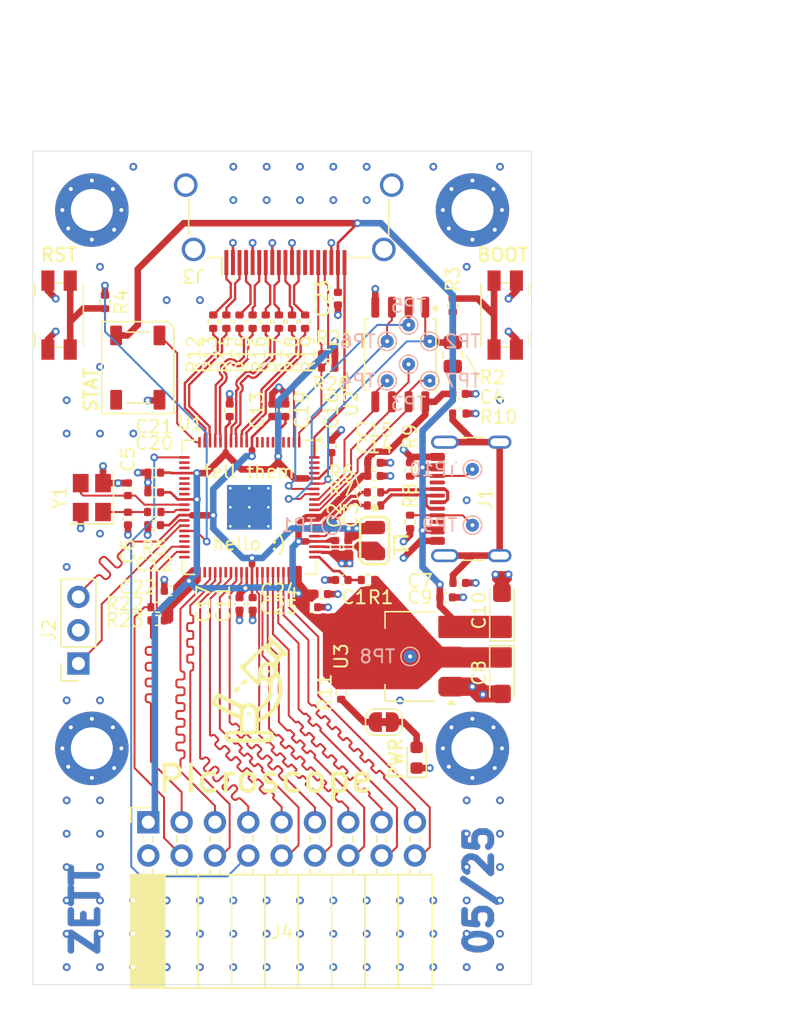
<source format=kicad_pcb>
(kicad_pcb (version 20240108) (generator "pcbnew") (generator_version "8.0")
  (layers (0 "F.Cu" signal) (1 "In1.Cu" power) (2 "In2.Cu" power) (31 "B.Cu" signal) (34 "B.Paste" user) (35 "F.Paste" user) (36 "B.SilkS" user "B.Silkscreen") (37 "F.SilkS" user "F.Silkscreen") (38 "B.Mask" user) (39 "F.Mask" user) (44 "Edge.Cuts" user))
  (net 0 "")
  (net 1 "GND")
  (net 2 "/MCU/VREG_AVDD")
  (net 3 "+3V3")
  (net 4 "+1V1")
  (net 5 "/MCU/Xin")
  (net 6 "/MCU/Yout")
  (net 7 "/USB_SHIELD")
  (net 8 "VBUS")
  (net 9 "/PWR_A")
  (net 10 "/USB_CC2")
  (net 11 "/USB_D-")
  (net 12 "/USB_D+")
  (net 14 "/USB_CC1")
  (net 16 "/MCU/SWDIO")
  (net 17 "/MCU/SWDCLK")
  (net 18 "/I2C0_SDA")
  (net 19 "/HDMI_D0-")
  (net 20 "/HDMI_D1-")
  (net 21 "/HDMI_HPD")
  (net 22 "/HDMI_D1+")
  (net 23 "/HDMI_CK-")
  (net 24 "/HDMI_D2+")
  (net 25 "/HDMI_CK+")
  (net 28 "/I2C0_SCL")
  (net 29 "/HDMI_D2-")
  (net 30 "/HDMI_D0+")
  (net 31 "/CAM_D9")
  (net 32 "/CAM_D5")
  (net 33 "/CAM_D6")
  (net 34 "/CAM_D8")
  (net 35 "/CAM_HSYNC")
  (net 36 "/CLKOUT0")
  (net 37 "/CAM_PCLK")
  (net 38 "/CAM_PWDN")
  (net 39 "/CAM_Reset")
  (net 40 "/CAM_VSYNC")
  (net 41 "/CAM_D3")
  (net 42 "/CAM_D7")
  (net 43 "/CAM_D2")
  (net 44 "/CAM_D4")
  (net 45 "/MCU/VREG_LX")
  (net 46 "/MCU/SPI_CS")
  (net 47 "/MCU/Btn_BOOT")
  (net 48 "/MCU/RUN")
  (net 49 "/MCU/Btn_RUN")
  (net 50 "/MCU/Xout")
  (net 51 "/MCU/PUSB_D+")
  (net 52 "/MCU/PUSB_D-")
  (net 53 "/PDVI_D2-")
  (net 54 "/PDVI_D2+")
  (net 55 "/PDVI_D1-")
  (net 56 "/PDVI_D1+")
  (net 57 "/PDVI_D0-")
  (net 58 "/PDVI_D0+")
  (net 59 "/PDVI_CK-")
  (net 60 "/PDVI_CK+")
  (net 61 "/MCU/SPI_SCLK")
  (net 62 "/MCU/SPI_SD0")
  (net 63 "/MCU/SPI_SD1")
  (net 64 "/MCU/SPI_SD2")
  (net 65 "/MCU/SPI_SD3")
  (net 66 "/MCU/GPIO1")
  (net 67 "/MCU/GPIO23")
  (net 68 "/MCU/GPIO27")
  (net 69 "/MCU/GPIO11")
  (net 70 "/MCU/GPIO37")
  (net 71 "/MCU/GPIO29")
  (net 72 "/STATUS_DIN")
  (net 73 "/MCU/GPIO6")
  (net 74 "/MCU/GPIO25")
  (net 75 "/MCU/GPIO26")
  (net 76 "/MCU/GPIO10")
  (net 77 "/MCU/GPIO33")
  (net 78 "/MCU/GPIO28")
  (net 79 "/MCU/GPIO22")
  (net 80 "/MCU/GPIO0")
  (net 81 "/MCU/GPIO24")
  (net 83 "/MCU/GPIO7")
  (net 84 "/I2C1_SDA")
  (net 85 "/I2C1_SCL")
  (net 86 "/MCU/GPIO9")
  (net 87 "/MCU/GPIO8")
  (net 88 "/MCU/GPIO2")
  (net 89 "/MCU/GPIO32")
  (net 90 "Net-(JP1-B)")
  (footprint "Resistor_SMD:R_0805_2012Metric" (layer "F.Cu") (at 152.5 85 90)
    (property "Reference" "R2")
    (property "Value" "1k" (hide yes))
  )
  (footprint "Capacitor_SMD:C_0402_1005Metric" (layer "F.Cu") (at 142.48 103.25)
    (property "Reference" "C24")
    (property "Value" "100n" (hide yes))
  )
  (footprint "Capacitor_SMD:C_0402_1005Metric" (layer "F.Cu") (at 144.541118 99.655483 -90)
    (property "Reference" "C3")
    (property "Value" "4.7u" (hide yes))
  )
  (footprint "Resistor_SMD:R_0402_1005Metric" (layer "F.Cu") (at 137.25 82.5 90)
    (property "Reference" "R15")
    (property "Value" "270R" (hide yes))
  )
  (footprint "MountingHole:MountingHole_3.2mm_M3_DIN965_Pad_TopBottom" (layer "F.Cu") (at 125 74)
    (property "Reference" "H1" (hide yes))
    (property "Value" "MountingHole_Pad" (hide yes))
  )
  (footprint "Resistor_SMD:R_0402_1005Metric" (layer "F.Cu") (at 134.25 82.5 90)
    (property "Reference" "R12")
    (property "Value" "270R" (hide yes))
  )
  (footprint "Package_DFN_QFN:QFN-80-1EP_10x10mm_P0.4mm_EP3.4x3.4mm_ThermalVias" (layer "F.Cu") (at 137 96.6375 -90)
    (property "Reference" "U1")
    (property "Value" "RP2350B-QFN80" (hide yes))
  )
  (footprint "Capacitor_SMD:C_0402_1005Metric" (layer "F.Cu") (at 146.5 93.25)
    (property "Reference" "C15")
    (property "Value" "100n" (hide yes))
  )
  (footprint "Resistor_SMD:R_0402_1005Metric" (layer "F.Cu") (at 141.25 82.5 90)
    (property "Reference" "R19")
    (property "Value" "270R" (hide yes))
  )
  (footprint "Resistor_SMD:R_0402_1005Metric" (layer "F.Cu") (at 146.041118 102.175483 180)
    (property "Reference" "R1")
    (property "Value" "27R" (hide yes))
  )
  (footprint "Package_TO_SOT_SMD:SOT-223-3_TabPin2" (layer "F.Cu") (at 149.25 108 180)
    (property "Reference" "U3")
    (property "Value" "AMS1117-3.3" (hide yes))
  )
  (footprint "Capacitor_Tantalum_SMD:CP_EIA-3216-18_Kemet-A" (layer "F.Cu") (at 156.25 104.5 90)
    (property "Reference" "C10")
    (property "Value" "22uF" (hide yes))
  )
  (footprint "Jumper:SolderJumper-2_P1.3mm_Bridged_RoundedPad1.0x1.5mm" (layer "F.Cu") (at 147.25 113 180)
    (property "Reference" "JP1" (hide yes))
    (property "Value" "Jumper_2_Bridged" (hide yes))
  )
  (footprint "Capacitor_SMD:C_0402_1005Metric" (layer "F.Cu") (at 144.041118 102.175483 180)
    (property "Reference" "C1")
    (property "Value" "4.7u" (hide yes))
  )
  (footprint "Package_SO:SOIC-8_5.23x5.23mm_P1.27mm" (layer "F.Cu") (at 148.5 85 -90)
    (property "Reference" "U2")
    (property "Value" "W25Q32JVSS" (hide yes))
  )
  (footprint "LOGO" (layer "F.Cu") (at 137 110.5)
    (property "Reference" "G***" (hide yes))
    (property "Value" "LOGO" (hide yes))
  )
  (footprint "Resistor_SMD:R_0402_1005Metric" (layer "F.Cu") (at 146.5 96.5)
    (property "Reference" "R7")
    (property "Value" "27R" (hide yes))
  )
  (footprint "Resistor_SMD:R_0402_1005Metric" (layer "F.Cu") (at 135.25 82.5 90)
    (property "Reference" "R13")
    (property "Value" "270R" (hide yes))
  )
  (footprint "Capacitor_SMD:C_0402_1005Metric" (layer "F.Cu") (at 131 103 180)
    (property "Reference" "C22")
    (property "Value" "100n" (hide yes))
  )
  (footprint "Capacitor_SMD:C_0402_1005Metric" (layer "F.Cu") (at 129.75 94 180)
    (property "Reference" "C21")
    (property "Value" "100n" (hide yes))
  )
  (footprint "Capacitor_SMD:C_0402_1005Metric" (layer "F.Cu") (at 141.73 104.25)
    (property "Reference" "C25")
    (property "Value" "100n" (hide yes))
  )
  (footprint "Resistor_SMD:R_0402_1005Metric" (layer "F.Cu") (at 149.25 93.759999 -90)
    (property "Reference" "R9")
    (property "Value" "5.1k" (hide yes))
  )
  (footprint "Connector_PinSocket_2.54mm:PinSocket_2x09_P2.54mm_Horizontal" (layer "F.Cu") (at 129.3 120.625 90)
    (property "Reference" "J4")
    (property "Value" "Conn_02x09_Odd_Even" (hide yes))
  )
  (footprint "Capacitor_SMD:C_0402_1005Metric" (layer "F.Cu") (at 129.75 95.5 180)
    (property "Reference" "C20")
    (property "Value" "100n" (hide yes))
  )
  (footprint "Capacitor_SMD:C_0402_1005Metric" (layer "F.Cu") (at 138.75 89.25 90)
    (property "Reference" "C13")
    (property "Value" "100n" (hide yes))
  )
  (footprint "Capacitor_SMD:C_0402_1005Metric" (layer "F.Cu") (at 136.25 104 -90)
    (property "Reference" "C17")
    (property "Value" "100n" (hide yes))
  )
  (footprint "Capacitor_SMD:C_0402_1005Metric" (layer "F.Cu") (at 127.75 95.27 -90)
    (property "Reference" "C5")
    (property "Value" "15p" (hide yes))
  )
  (footprint "Resistor_SMD:R_0402_1005Metric" (layer "F.Cu") (at 140.25 82.5 90)
    (property "Reference" "R18")
    (property "Value" "270R" (hide yes))
  )
  (footprint "Connector_Video:HDMI_A_Amphenol_10029449-x01xLF_Horizontal" (layer "F.Cu") (at 140 73 180)
    (property "Reference" "J3")
    (property "Value" "HDMI_A" (hide yes))
  )
  (footprint "Resistor_SMD:R_0402_1005Metric" (layer "F.Cu") (at 138.25 82.5 90)
    (property "Reference" "R16")
    (property "Value" "270R" (hide yes))
  )
  (footprint "Capacitor_Tantalum_SMD:CP_EIA-3216-18_Kemet-A" (layer "F.Cu") (at 156.25 109.5 -90)
    (property "Reference" "C8")
    (property "Value" "22uF" (hide yes))
  )
  (footprint "Resistor_SMD:R_0402_1005Metric" (layer "F.Cu") (at 126 81 90)
    (property "Reference" "R4")
    (property "Value" "1k" (hide yes))
  )
  (footprint "Capacitor_SMD:C_0402_1005Metric" (layer "F.Cu") (at 139.75 89.25 90)
    (property "Reference" "C19")
    (property "Value" "100n" (hide yes))
  )
  (footprint "Capacitor_SMD:C_0402_1005Metric" (layer "F.Cu") (at 146.5 94.25)
    (property "Reference" "C14")
    (property "Value" "100n" (hide yes))
  )
  (footprint "Resistor_SMD:R_0402_1005Metric" (layer "F.Cu") (at 143.009999 86 180)
    (property "Reference" "R20")
    (property "Value" "5.1k" (hide yes))
  )
  (footprint "Resistor_SMD:R_0402_1005Metric" (layer "F.Cu") (at 130.009999 105.25 180)
    (property "Reference" "R23")
    (property "Value" "5.1k" (hide yes))
  )
  (footprint "Capacitor_SMD:C_0402_1005Metric" (layer "F.Cu") (at 152.98 88)
    (property "Reference" "C4")
    (property "Value" "100n" (hide yes))
  )
  (footprint "Resistor_SMD:R_0402_1005Metric" (layer "F.Cu") (at 130.009999 104.25 180)
    (property "Reference" "R22")
    (property "Value" "5.1k" (hide yes))
  )
  (footprint "MountingHole:MountingHole_3.2mm_M3_DIN965_Pad_TopBottom" (layer "F.Cu") (at 154 74)
    (property "Reference" "H2" (hide yes))
    (property "Value" "MountingHole_Pad" (hide yes))
  )
  (footprint "Capacitor_SMD:C_0402_1005Metric" (layer "F.Cu") (at 127.75 97.5 90)
    (property "Reference" "C6")
    (property "Value" "15p" (hide yes))
  )
  (footprint "Resistor_SMD:R_0402_1005Metric" (layer "F.Cu") (at 146.5 95.5)
    (property "Reference" "R6")
    (property "Value" "27R" (hide yes))
  )
  (footprint "MountingHole:MountingHole_3.2mm_M3_DIN965_Pad_TopBottom" (layer "F.Cu") (at 154 115)
    (property "Reference" "H4" (hide yes))
    (property "Value" "MountingHole_Pad" (hide yes))
  )
  (footprint "Button_Switch_SMD:Panasonic_EVQPUJ_EVQPUA" (layer "F.Cu") (at 122.5 82 90)
    (property "Reference" "SW2" (hide yes))
    (property "Value" "SMD_Pushbutton" (hide yes))
  )
  (footprint "Capacitor_SMD:C_0402_1005Metric" (layer "F.Cu") (at 137.25 104 -90)
    (property "Reference" "C11")
    (property "Value" "100n" (hide yes))
  )
  (footprint "Resistor_SMD:R_0402_1005Metric" (layer "F.Cu") (at 153 89.5 180)
    (property "Reference" "R10")
    (property "Value" "5.1k" (hide yes))
  )
  (footprint "Resistor_SMD:R_0402_1005Metric" (layer "F.Cu") (at 139.25 82.5 90)
    (property "Reference" "R17")
    (property "Value" "270R" (hide yes))
  )
  (footprint "Button_Switch_SMD:Panasonic_EVQPUJ_EVQPUA" (layer "F.Cu") (at 156.5 82 -90)
    (property "Reference" "SW1" (hide yes))
    (property "Value" "SMD_Pushbutton" (hide yes))
  )
  (footprint "Resistor_SMD:R_0402_1005Metric" (layer "F.Cu") (at 149.25 97.75 90)
    (property "Reference" "R8")
    (property "Value" "5.1k" (hide yes))
  )
  (footprint "Connector_USB:USB_C_Receptacle_GCT_USB4105-xx-A_16P_TopMnt_Horizontal" (layer "F.Cu") (at 155 96 90)
    (property "Reference" "J1")
    (property "Value" "USB_C_Receptacle_USB2.0_16P" (hide yes))
  )
  (footprint "Resistor_SMD:R_0402_1005Metric" (layer "F.Cu") (at 136.25 82.5 90)
    (property "Reference" "R14")
    (property "Value" "270R" (hide yes))
  )
  (footprint "MountingHole:MountingHole_3.2mm_M3_DIN965_Pad_TopBottom" (layer "F.Cu") (at 125 115)
    (property "Reference" "H3" (hide yes))
    (property "Value" "MountingHole_Pad" (hide yes))
  )
  (footprint "Resistor_SMD:R_0402_1005Metric" (layer "F.Cu") (at 129.75 97 180)
    (property "Reference" "R5")
    (property "Value" "1k" (hide yes))
  )
  (footprint "Capacitor_SMD:C_0402_1005Metric" (layer "F.Cu") (at 143.25 92 90)
    (property "Reference" "C16")
    (property "Value" "100n" (hide yes))
  )
  (footprint "Capacitor_SMD:C_0402_1005Metric" (layer "F.Cu") (at 129.75 98 180)
    (property "Reference" "C12")
    (property "Value" "100n" (hide yes))
  )
  (footprint "Resistor_SMD:R_0402_1005Metric" (layer "F.Cu") (at 144 110.75 90)
    (property "Reference" "R11")
    (property "Value" "1k" (hide yes))
  )
  (footprint "LED_SMD:LED_WS2812B_PLCC4_5.0x5.0mm_P3.2mm" (layer "F.Cu") (at 128.5 86 90)
    (property "Reference" "D2" (hide yes))
    (property "Value" "WS2812B-2020")
  )
  (footprint "Capacitor_SMD:C_0402_1005Metric" (layer "F.Cu") (at 143.541118 99.655483 -90)
    (property "Reference" "C2")
    (property "Value" "4.7u" (hide yes))
  )
  (footprint "RP235x_Inductor:RP235x_Inductor" (layer "F.Cu") (at 146.541118 99.175483 -90)
    (property "Reference" "L1")
    (property "Value" "3.3uH" (hide yes))
  )
  (footprint "Connector_PinSocket_2.54mm:PinSocket_1x03_P2.54mm_Vertical" (layer "F.Cu") (at 123.975 108.54 180)
    (property "Reference" "J2")
    (property "Value" "Conn_01x03_Pin" (hide yes))
  )
  (footprint "Capacitor_SMD:C_0402_1005Metric" (layer "F.Cu") (at 143.75 80.75 90)
    (property "Reference" "C23")
    (property "Value" "100n" (hide yes))
  )
  (footprint "Capacitor_SMD:C_0402_1005Metric" (layer "F.Cu") (at 153 102.4)
    (property "Reference" "C7")
    (property "Value" "100nF" (hide yes))
  )
  (footprint "LED_SMD:LED_0603_1608Metric" (layer "F.Cu") (at 149.75 115.712499 90)
    (property "Reference" "D1" (hide yes))
    (property "Value" "LED" (hide yes))
  )
  (footprint "Capacitor_SMD:C_0402_1005Metric" (layer "F.Cu") (at 152 103.5)
    (property "Reference" "C9")
    (property "Value" "100n" (hide yes))
  )
  (footprint "Crystal:Crystal_SMD_3225-4Pin_3.2x2.5mm" (layer "F.Cu") (at 125 95.9 90)
    (property "Reference" "Y1")
    (property "Value" "ABM8-272-T3" (hide yes))
  )
  (footprint "Resistor_SMD:R_0402_1005Metric" (layer "F.Cu") (at 152.5 81.25 90)
    (property "Reference" "R3")
    (property "Value" "1k" (hide yes))
  )
  (footprint "Capacitor_SMD:C_0402_1005Metric" (layer "F.Cu") (at 135.5 89.25 90)
    (property "Reference" "C18" (hide yes))
    (property "Value" "100n" (hide yes))
  )
  (footprint "Resistor_SMD:R_0402_1005Metric" (layer "F.Cu") (at 143.009999 85 180)
    (property "Reference" "R21")
    (property "Value" "5.1k" (hide yes))
  )
  (footprint "TestPoint:TestPoint_Pad_D1.0mm" (layer "B.Cu") (at 149.25 108)
    (property "Reference" "TP8")
    (property "Value" "TestPoint")
  )
  (footprint "TestPoint:TestPoint_Pad_D1.0mm" (layer "B.Cu") (at 150.75 84 180)
    (property "Reference" "TP2")
    (property "Value" "TestPoint" (hide yes))
  )
  (footprint "TestPoint:TestPoint_Pad_D1.0mm" (layer "B.Cu") (at 149.135 85.75 180)
    (property "Reference" "TP3")
    (property "Value" "TestPoint" (hide yes))
  )
  (footprint "TestPoint:TestPoint_Pad_D1.0mm" (layer "B.Cu") (at 147.5 87 180)
    (property "Reference" "TP4")
    (property "Value" "TestPoint" (hide yes))
  )
  (footprint "TestPoint:TestPoint_Pad_D1.0mm" (layer "B.Cu") (at 147.5 84 180)
    (property "Reference" "TP6")
    (property "Value" "TestPoint" (hide yes))
  )
  (footprint "TestPoint:TestPoint_Pad_D1.0mm" (layer "B.Cu") (at 150.75 87 180)
    (property "Reference" "TP7")
    (property "Value" "TestPoint" (hide yes))
  )
  (footprint "TestPoint:TestPoint_Pad_D1.0mm" (layer "B.Cu") (at 154 93.75)
    (property "Reference" "TP10")
    (property "Value" "TestPoint" (hide yes))
  )
  (footprint "TestPoint:TestPoint_Pad_D1.0mm" (layer "B.Cu") (at 143.25 98 180)
    (property "Reference" "TP1")
    (property "Value" "TestPoint" (hide yes))
  )
  (footprint "TestPoint:TestPoint_Pad_D1.0mm" (layer "B.Cu") (at 154 98)
    (property "Reference" "TP9")
    (property "Value" "TestPoint" (hide yes))
  )
  (footprint "TestPoint:TestPoint_Pad_D1.0mm" (layer "B.Cu") (at 149.135 82.75 180)
    (property "Reference" "TP5")
    (property "Value" "TestPoint" (hide yes))
  )
  (gr_line (start 145 95.25) (end 145.5 96.5) (stroke (width 0.1)) (layer "F.SilkS"))
  (gr_line (start 154.5 86.75) (end 153.5 85) (stroke (width 0.1)) (layer "F.SilkS"))
  (gr_line (start 145.5 95.5) (end 145 94) (stroke (width 0.1)) (layer "F.SilkS"))
  (gr_rect (start 120.5 69.5) (end 158.5 133) (stroke (width 0.05)) (fill none) (layer "Edge.Cuts"))
  (gr_text "05/25" (at 154.5 131 90) (layer "F.Cu") (effects (font (size 2 2) (thickness 0.5) (bold yes)) (justify left)))
  (gr_text "ZETT" (at 124.5 131 90) (layer "F.Cu") (effects (font (size 2 2) (thickness 0.5) (bold yes)) (justify left)))
  (gr_text "05/25" (at 154.5 131 90) (layer "B.Cu") (effects (font (size 2 2) (thickness 0.5) (bold yes)) (justify left)))
  (gr_text "ZETT" (at 124.5 131 90) (layer "B.Cu") (effects (font (size 2 2) (thickness 0.5) (bold yes)) (justify left)))
  (gr_text "STAT" (at 125.5 89.5 90) (layer "F.SilkS") (effects (font (size 1 1) (thickness 0.2) (bold yes)) (justify left bottom)))
  (gr_text "PIcroscope\n" (at 138.25 118.5 0) (layer "F.SilkS") (effects (font (size 2 2) (thickness 0.3)) (justify bottom)))
  (gr_text "PWR" (at 148.75 117.5 90) (layer "F.SilkS") (effects (font (size 1 1) (thickness 0.2) (bold yes)) (justify left bottom)))
  (gr_text "RST" (at 121 78 0) (layer "F.SilkS") (effects (font (size 1 1) (thickness 0.2) (bold yes)) (justify left bottom)))
  (gr_text "tell them" (at 137 94.5 0) (layer "F.SilkS") (effects (font (size 1 1)) (justify bottom)))
  (gr_text "hello :)\n" (at 137 100 0) (layer "F.SilkS") (effects (font (size 1 1)) (justify bottom)))
  (gr_text "BOOT" (at 154.25 78 0) (layer "F.SilkS") (effects (font (size 1 1) (thickness 0.2) (bold yes)) (justify left bottom)))
  (segment (start 128.5 94) (end 129.27 94) (width 0.5) (layer "F.Cu") (net 1))
  (segment (start 143.75 81.23) (end 143.75 82) (width 0.5) (layer "F.Cu") (net 1))
  (segment (start 142.96 103.25) (end 143.75 103.25) (width 0.5) (layer "F.Cu") (net 1))
  (segment (start 135.5 88) (end 135.5 88.77) (width 0.5) (layer "F.Cu") (net 1))
  (segment (start 139.75 88.77) (end 139.75 88) (width 0.5) (layer "F.Cu") (net 1))
  (segment (start 153.48 102.4) (end 154.25 102.4) (width 0.5) (layer "F.Cu") (net 1))
  (segment (start 130.52 102.15) (end 130.52 103) (width 0.5) (layer "F.Cu") (net 1))
  (segment (start 153.3 103.5) (end 152.48 103.5) (width 0.5) (layer "F.Cu") (net 1))
  (segment (start 138.75 76.5) (end 138.75 77.999999) (width 0.2) (layer "F.Cu") (net 1))
  (segment (start 127.75 98.75) (end 127.75 97.98) (width 0.5) (layer "F.Cu") (net 1))
  (segment (start 125.85 93.5) (end 125.85 94.8) (width 0.5) (layer "F.Cu") (net 1))
  (segment (start 151.32 92.8) (end 149.3 92.8) (width 0.5) (layer "F.Cu") (net 1))
  (segment (start 153.46 88) (end 154.25 88) (width 0.5) (layer "F.Cu") (net 1))
  (segment (start 153.509999 89.5) (end 154.25 89.5) (width 0.5) (layer "F.Cu") (net 1))
  (segment (start 146.595 80) (end 146.595 81.4) (width 0.5) (layer "F.Cu") (net 1))
  (segment (start 156.75 80.75) (end 157.35 80.15) (width 0.5) (layer "F.Cu") (net 1))
  (segment (start 157.35 83.85) (end 157.35 84.625) (width 0.5) (layer "F.Cu") (net 1))
  (segment (start 129.27 98.73) (end 129.25 98.75) (width 0.5) (layer "F.Cu") (net 1))
  (segment (start 149.25 98.75) (end 148.75 99.25) (width 0.5) (layer "F.Cu") (net 1))
  (segment (start 127.14 94.79) (end 127.75 94.79) (width 0.5) (layer "F.Cu") (net 1))
  (segment (start 143.25 76.5) (end 143.25 78) (width 0.2) (layer "F.Cu") (net 1))
  (segment (start 127.74 94.8) (end 127.75 94.79) (width 0.5) (layer "F.Cu") (net 1))
  (segment (start 125.85 94.8) (end 127.74 94.8) (width 0.5) (layer "F.Cu") (net 1))
  (segment (start 156.75 83.25) (end 157.35 83.85) (width 0.5) (layer "F.Cu") (net 1))
  (segment (start 121.65 83.85) (end 122.25 83.25) (width 0.5) (layer "F.Cu") (net 1))
  (segment (start 129.27 98) (end 129.27 98.73) (width 0.5) (layer "F.Cu") (net 1))
  (segment (start 147.75 93.25) (end 146.98 93.25) (width 0.5) (layer "F.Cu") (net 1))
  (segment (start 137.25 104.48) (end 137.25 105.25) (width 0.5) (layer "F.Cu") (net 1))
  (segment (start 143.25 91.5) (end 143.25 91.52) (width 0.5) (layer "F.Cu") (net 1))
  (segment (start 135.75 76.5) (end 135.75 78) (width 0.2) (layer "F.Cu") (net 1))
  (segment (start 150.75 116.5) (end 149.75 116.5) (width 0.5) (layer "F.Cu") (net 1))
  (segment (start 137.25 76.5) (end 137.25 78) (width 0.2) (layer "F.Cu") (net 1))
  (segment (start 144 90.75) (end 143.25 91.5) (width 0.5) (layer "F.Cu") (net 1))
  (segment (start 138.75 88) (end 139.25 87.5) (width 0.5) (layer "F.Cu") (net 1))
  (segment (start 121.65 80.15) (end 122.25 80.75) (width 0.5) (layer "F.Cu") (net 1))
  (segment (start 150.05 99.2) (end 151.32 99.2) (width 0.5) (layer "F.Cu") (net 1))
  (segment (start 149.3 92.8) (end 149.25 92.75) (width 0.5) (layer "F.Cu") (net 1))
  (segment (start 121.65 84.625) (end 121.65 83.85) (width 0.5) (layer "F.Cu") (net 1))
  (segment (start 124.15 97) (end 124.15 98.25) (width 0.5) (layer "F.Cu") (net 1))
  (segment (start 139.75 88) (end 139.25 87.5) (width 0.5) (layer "F.Cu") (net 1))
  (segment (start 140.25 76.5) (end 140.25 78) (width 0.2) (layer "F.Cu") (net 1))
  (segment (start 148.75 100.5) (end 150.05 99.2) (width 0.5) (layer "F.Cu") (net 1))
  (segment (start 149.25 93.25) (end 149.25 92.75) (width 0.5) (layer "F.Cu") (net 1))
  (segment (start 149.25 92.75) (end 148.75 92.25) (width 0.5) (layer "F.Cu") (net 1))
  (segment (start 138.75 88.77) (end 138.75 88) (width 0.5) (layer "F.Cu") (net 1))
  (segment (start 129.27 94) (end 129.27 95.5) (width 0.5) (layer "F.Cu") (net 1))
  (segment (start 142.21 104.25) (end 143 104.25) (width 0.5) (layer "F.Cu") (net 1))
  (segment (start 142.75 102.175483) (end 143.561118 102.175483) (width 0.5) (layer "F.Cu") (net 1))
  (segment (start 136.25 104.48) (end 136.25 105.25) (width 0.5) (layer "F.Cu") (net 1))
  (segment (start 121.65 79.375) (end 121.65 80.15) (width 0.5) (layer "F.Cu") (net 1))
  (segment (start 149.25 98.259999) (end 149.25 98.75) (width 0.5) (layer "F.Cu") (net 1))
  (segment (start 146.98 94.25) (end 147.75 94.25) (width 0.5) (layer "F.Cu") (net 1))
  (segment (start 130.050001 88.5) (end 129.25 88.5) (width 0.5) (layer "F.Cu") (net 1))
  (segment (start 157.35 80.15) (end 157.35 79.375) (width 0.5) (layer "F.Cu") (net 1))
  (via (at 147.75 93.25) (size 0.6) (drill 0.3) (layers "F.Cu" "B.Cu") (net 1))
  (via (at 143 104.25) (size 0.6) (drill 0.3) (layers "F.Cu" "B.Cu") (net 1))
  (via (at 151.02 70.70175) (size 0.6) (drill 0.3) (layers "F.Cu" "B.Cu") (net 1))
  (via (at 138.32 70.70175) (size 0.6) (drill 0.3) (layers "F.Cu" "B.Cu") (net 1))
  (via (at 153.56 124.04175) (size 0.6) (drill 0.3) (layers "F.Cu" "B.Cu") (net 1))
  (via (at 155.6 72.4) (size 0.6) (drill 0.3) (layers "F.Cu" "B.Cu") (net 1))
  (via (at 126.7 116.5) (size 0.6) (drill 0.3) (layers "F.Cu" "B.Cu") (net 1))
  (via (at 137.25 105.25) (size 0.6) (drill 0.3) (layers "F.Cu" "B.Cu") (net 1))
  (via (at 156.1 126.58175) (size 0.6) (drill 0.3) (layers "F.Cu" "B.Cu") (net 1))
  (via (at 155.7 116.5) (size 0.6) (drill 0.3) (layers "F.Cu" "B.Cu") (net 1))
  (via (at 140.86 126.58175) (size 0.6) (drill 0.3) (layers "F.Cu" "B.Cu") (net 1))
  (via (at 129.27 94.75) (size 0.6) (drill 0.3) (layers "F.Cu" "B.Cu") (net 1))
  (via (at 140.86 129.12175) (size 0.6) (drill 0.3) (layers "F.Cu" "B.Cu") (net 1))
  (via (at 122.25 80.75) (size 0.6) (drill 0.3) (layers "F.Cu" "B.Cu") (net 1))
  (via (at 123.08 118.96175) (size 0.6) (drill 0.3) (layers "F.Cu" "B.Cu") (net 1))
  (via (at 148.75 99.25) (size 0.6) (drill 0.3) (layers "F.Cu" "B.Cu") (net 1))
  (via (at 145.94 131.66175) (size 0.6) (drill 0.3) (layers "F.Cu" "B.Cu") (net 1))
  (via (at 135.5 88) (size 0.6) (drill 0.3) (layers "F.Cu" "B.Cu") (net 1))
  (via (at 125 71.75) (size 0.6) (drill 0.3) (layers "F.Cu" "B.Cu") (net 1))
  (via (at 128.16 91.02175) (size 0.6) (drill 0.3) (layers "F.Cu" "B.Cu") (net 1))
  (via (at 136.25 105.25) (size 0.6) (drill 0.3) (layers "F.Cu" "B.Cu") (net 1))
  (via (at 153.56 131.66175) (size 0.6) (drill 0.3) (layers "F.Cu" "B.Cu") (net 1))
  (via (at 154 76.25) (size 0.6) (drill 0.3) (layers "F.Cu" "B.Cu") (net 1))
  (via (at 122.75 74) (size 0.6) (drill 0.3) (layers "F.Cu" "B.Cu") (net 1))
  (via (at 145.94 73.24175) (size 0.6) (drill 0.3) (layers "F.Cu" "B.Cu") (net 1))
  (via (at 143.4 129.12175) (size 0.6) (drill 0.3) (layers "F.Cu" "B.Cu") (net 1))
  (via (at 125.62 121.50175) (size 0.6) (drill 0.3) (layers "F.Cu" "B.Cu") (net 1))
  (via (at 130.7 131.66175) (size 0.6) (drill 0.3) (layers "F.Cu" "B.Cu") (net 1))
  (via (at 147.75 94.25) (size 0.6) (drill 0.3) (layers "F.Cu" "B.Cu") (net 1))
  (via (at 130.52 102.15) (size 0.6) (drill 0.3) (layers "F.Cu" "B.Cu") (net 1))
  (via (at 156.1 121.50175) (size 0.6) (drill 0.3) (layers "F.Cu" "B.Cu") (net 1))
  (via (at 156.1 129.12175) (size 0.6) (drill 0.3) (layers "F.Cu" "B.Cu") (net 1))
  (via (at 143.75 82) (size 0.6) (drill 0.3) (layers "F.Cu" "B.Cu") (net 1))
  (via (at 123.08 111.34175) (size 0.6) (drill 0.3) (layers "F.Cu" "B.Cu") (net 1))
  (via (at 123.08 88.48175) (size 0.6) (drill 0.3) (layers "F.Cu" "B.Cu") (net 1))
  (via (at 125.62 124.04175) (size 0.6) (drill 0.3) (layers "F.Cu" "B.Cu") (net 1))
  (via (at 154 117.25) (size 0.6) (drill 0.3) (layers "F.Cu" "B.Cu") (net 1))
  (via (at 135.78 129.12175) (size 0.6) (drill 0.3) (layers "F.Cu" "B.Cu") (net 1))
  (via (at 125.62 131.66175) (size 0.6) (drill 0.3) (layers "F.Cu" "B.Cu") (net 1))
  (via (at 128.16 129.12175) (size 0.6) (drill 0.3) (layers "F.Cu" "B.Cu") (net 1))
  (via (at 123.08 129.12175) (size 0.6) (drill 0.3) (layers "F.Cu" "B.Cu") (net 1))
  (via (at 130.7 129.12175) (size 0.6) (drill 0.3) (layers "F.Cu" "B.Cu") (net 1))
  (via (at 152.2 116.4) (size 0.6) (drill 0.3) (layers "F.Cu" "B.Cu") (net 1))
  (via (at 140.86 73.24175) (size 0.6) (drill 0.3) (layers "F.Cu" "B.Cu") (net 1))
  (via (at 144 90.75) (size 0.6) (drill 0.3) (layers "F.Cu" "B.Cu") (net 1))
  (via (at 125.62 78.32175) (size 0.6) (drill 0.3) (layers "F.Cu" "B.Cu") (net 1))
  (via (at 125.62 98.64175) (size 0.6) (drill 0.3) (layers "F.Cu" "B.Cu") (net 1))
  (via (at 156.1 70.70175) (size 0.6) (drill 0.3) (layers "F.Cu" "B.Cu") (net 1))
  (via (at 124.15 98.25) (size 0.6) (drill 0.3) (layers "F.Cu" "B.Cu") (net 1))
  (via (at 130.7 126.58175) (size 0.6) (drill 0.3) (layers "F.Cu" "B.Cu") (net 1))
  (via (at 138.32 131.66175) (size 0.6) (drill 0.3) (layers "F.Cu" "B.Cu") (net 1))
  (via (at 155.6 113.4) (size 0.6) (drill 0.3) (layers "F.Cu" "B.Cu") (net 1))
  (via (at 143.4 73.24175) (size 0.6) (drill 0.3) (layers "F.Cu" "B.Cu") (net 1))
  (via (at 148.48 129.12175) (size 0.6) (drill 0.3) (layers "F.Cu" "B.Cu") (net 1))
  (via (at 143.25 76.5) (size 0.6) (drill 0.3) (layers "F.Cu" "B.Cu") (net 1))
  (via (at 140.86 131.66175) (size 0.6) (drill 0.3) (layers "F.Cu" "B.Cu") (net 1))
  (via (at 123.2 75.4) (size 0.6) (drill 0.3) (layers "F.Cu" "B.Cu") (net 1))
  (via (at 130.7 80.86175) (size 0.6) (drill 0.3) (layers "F.Cu" "B.Cu") (net 1))
  (via (at 148.75 92.25) (size 0.6) (drill 0.3) (layers "F.Cu" "B.Cu") (net 1))
  (via (at 154 110.3) (size 0.6) (drill 0.3) (layers "F.Cu" "B.Cu") (net 1))
  (via (at 153.56 78.32175) (size 0.6) (drill 0.3) (layers "F.Cu" "B.Cu") (net 1))
  (via (at 125.62 85.94175) (size 0.6) (drill 0.3) (layers "F.Cu" "B.Cu") (net 1))
  (via (at 156.25 115) (size 0.6) (drill 0.3) (layers "F.Cu" "B.Cu") (net 1))
  (via (at 154.25 88) (size 0.6) (drill 0.3) (layers "F.Cu" "B.Cu") (net 1))
  (via (at 154.25 102.4) (size 0.6) (drill 0.3) (layers "F.Cu" "B.Cu") (net 1))
  (via (at 125.62 111.34175) (size 0.6) (drill 0.3) (layers "F.Cu" "B.Cu") (net 1))
  (via (at 127.75 98.75) (size 0.6) (drill 0.3) (layers "F.Cu" "B.Cu") (net 1))
  (via (at 156.75 83.25) (size 0.6) (drill 0.3) (layers "F.Cu" "B.Cu") (net 1))
  (via (at 125.85 93.5) (size 0.6) (drill 0.3) (layers "F.Cu" "B.Cu") (net 1))
  (via (at 125.62 126.58175) (size 0.6) (drill 0.3) (layers "F.Cu" "B.Cu") (net 1))
  (via (at 127 94.8) (size 0.6) (drill 0.3) (layers "F.Cu" "B.Cu") (net 1))
  (via (at 143.4 70.70175) (size 0.6) (drill 0.3) (layers "F.Cu" "B.Cu") (net 1))
  (via (at 144.636805 100.917666) (size 0.6) (drill 0.3) (layers "F.Cu" "B.Cu") (net 1))
  (via (at 154 71.75) (size 0.6) (drill 0.3) (layers "F.Cu" "B.Cu") (net 1))
  (via (at 140.86 70.70175) (size 0.6) (drill 0.3) (layers "F.Cu" "B.Cu") (net 1))
  (via (at 123.08 126.58175) (size 0.6) (drill 0.3) (layers "F.Cu" "B.Cu") (net 1))
  (via (at 153.56 126.58175) (size 0.6) (drill 0.3) (layers "F.Cu" "B.Cu") (net 1))
  (via (at 123.4 72.4) (size 0.6) (drill 0.3) (layers "F.Cu" "B.Cu") (net 1))
  (via (at 153.56 121.50175) (size 0.6) (drill 0.3) (layers "F.Cu" "B.Cu") (net 1))
  (via (at 138.32 129.12175) (size 0.6) (drill 0.3) (layers "F.Cu" "B.Cu") (net 1))
  (via (at 140.25 76.5) (size 0.6) (drill 0.3) (layers "F.Cu" "B.Cu") (net 1))
  (via (at 128.16 70.70175) (size 0.6) (drill 0.3) (layers "F.Cu" "B.Cu") (net 1))
  (via (at 156.75 101.75) (size 0.6) (drill 0.3) (layers "F.Cu" "B.Cu") (net 1))
  (via (at 137.25 76.5) (size 0.6) (drill 0.3) (layers "F.Cu" "B.Cu") (net 1))
  (via (at 153.56 129.12175) (size 0.6) (drill 0.3) (layers "F.Cu" "B.Cu") (net 1))
  (via (at 135.78 126.58175) (size 0.6) (drill 0.3) (layers "F.Cu" "B.Cu") (net 1))
  (via (at 128.5 94) (size 0.6) (drill 0.3) (layers "F.Cu" "B.Cu") (net 1))
  (via (at 152.4 72.4) (size 0.6) (drill 0.3) (layers "F.Cu" "B.Cu") (net 1))
  (via (at 143.4 126.58175) (size 0.6) (drill 0.3) (layers "F.Cu" "B.Cu") (net 1))
  (via (at 151.02 129.12175) (size 0.6) (drill 0.3) (layers "F.Cu" "B.Cu") (net 1))
  (via (at 133.24 126.58175) (size 0.6) (drill 0.3) (layers "F.Cu" "B.Cu") (net 1))
  (via (at 125 117.25) (size 0.6) (drill 0.3) (layers "F.Cu" "B.Cu") (net 1))
  (via (at 125.62 118.96175) (size 0.6) (drill 0.3) (layers "F.Cu" "B.Cu") (net 1))
  (via (at 133.24 131.66175) (size 0.6) (drill 0.3) (layers "F.Cu" "B.Cu") (net 1))
  (via (at 156.1 124.04175) (size 0.6) (drill 0.3) (layers "F.Cu" "B.Cu") (net 1))
  (via (at 154.25 89.5) (size 0.6) (drill 0.3) (layers "F.Cu" "B.Cu") (net 1))
  (via (at 123.08 101.18175) (size 0.6) (drill 0.3) (layers "F.Cu" "B.Cu") (net 1))
  (via (at 152.4 113.4) (size 0.6) (drill 0.3) (layers "F.Cu" "B.Cu") (net 1))
  (via (at 145.94 129.12175) (size 0.6) (drill 0.3) (layers "F.Cu" "B.Cu") (net 1))
  (via (at 122.25 83.25) (size 0.6) (drill 0.3) (layers "F.Cu" "B.Cu") (net 1))
  (via (at 144.036804 100.917664) (size 0.6) (drill 0.3) (layers "F.Cu" "B.Cu") (net 1))
  (via (at 156.1 88.48175) (size 0.6) (drill 0.3) (layers "F.Cu" "B.Cu") (net 1))
  (via (at 156.75 80.75) (size 0.6) (drill 0.3) (layers "F.Cu" "B.Cu") (net 1))
  (via (at 138.32 73.24175) (size 0.6) (drill 0.3) (layers "F.Cu" "B.Cu") (net 1))
  (via (at 156.25 74) (size 0.6) (drill 0.3) (layers "F.Cu" "B.Cu") (net 1))
  (via (at 146.595 80) (size 0.6) (drill 0.3) (layers "F.Cu" "B.Cu") (net 1))
  (via (at 156.1 131.66175) (size 0.6) (drill 0.3) (layers "F.Cu" "B.Cu") (net 1))
  (via (at 126.6 113.4) (size 0.6) (drill 0.3) (layers "F.Cu" "B.Cu") (net 1))
  (via (at 126.6 72.4) (size 0.6) (drill 0.3) (layers "F.Cu" "B.Cu") (net 1))
  (via (at 128.16 126.58175) (size 0.6) (drill 0.3) (layers "F.Cu" "B.Cu") (net 1))
  (via (at 148.48 111.34175) (size 0.6) (drill 0.3) (layers "F.Cu" "B.Cu") (net 1))
  (via (at 143.75 103.25) (size 0.6) (drill 0.3) (layers "F.Cu" "B.Cu") (net 1))
  (via (at 135.75 76.5) (size 0.6) (drill 0.3) (layers "F.Cu" "B.Cu") (net 1))
  (via (at 153.3 103.5) (size 0.6) (drill 0.3) (layers "F.Cu" "B.Cu") (net 1))
  (via (at 148.75 100.5) (size 0.6) (drill 0.3) (layers "F.Cu" "B.Cu") (net 1))
  (via (at 154 112.75) (size 0.6) (drill 0.3) (layers "F.Cu" "B.Cu") (net 1))
  (via (at 125.62 91.02175) (size 0.6) (drill 0.3) (layers "F.Cu" "B.Cu") (net 1))
  (via (at 129.25 98.75) (size 0.6) (drill 0.3) (layers "F.Cu" "B.Cu") (net 1))
  (via (at 151.75 115) (size 0.6) (drill 0.3) (layers "F.Cu" "B.Cu") (net 1))
  (via (at 133.24 80.86175) (size 0.6) (drill 0.3) (layers "F.Cu" "B.Cu") (net 1))
  (via (at 153.56 118.96175) (size 0.6) (drill 0.3) (layers "F.Cu" "B.Cu") (net 1))
  (via (at 154.8 110.9) (size 0.6) (drill 0.3) (layers "F.Cu" "B.Cu") (net 1))
  (via (at 129.25 88.5) (size 0.6) (drill 0.3) (layers "F.Cu" "B.Cu") (net 1))
  (via (at 151.02 126.58175) (size 0.6) (drill 0.3) (layers "F.Cu" "B.Cu") (net 1))
  (via (at 138.75 76.5) (size 0.6) (drill 0.3) (layers "F.Cu" "B.Cu") (net 1))
  (via (at 145.94 126.58175) (size 0.6) (drill 0.3) (layers "F.Cu" "B.Cu") (net 1))
  (via (at 148.48 131.66175) (size 0.6) (drill 0.3) (layers "F.Cu" "B.Cu") (net 1))
  (via (at 151.75 74) (size 0.6) (drill 0.3) (layers "F.Cu" "B.Cu") (net 1))
  (via (at 125 112.75) (size 0.6) (drill 0.3) (layers "F.Cu" "B.Cu") (net 1))
  (via (at 151.02 131.66175) (size 0.6) (drill 0.3) (layers "F.Cu" "B.Cu") (net 1))
  (via (at 139.25 87.5) (size 0.6) (drill 0.3) (layers "F.Cu" "B.Cu") (net 1))
  (via (at 155.7 75.5) (size 0.6) (drill 0.3) (layers "F.Cu" "B.Cu") (net 1))
  (via (at 138.32 126.58175) (size 0.6) (drill 0.3) (layers "F.Cu" "B.Cu") (net 1))
  (via (at 122.75 115) (size 0.6) (drill 0.3) (layers "F.Cu" "B.Cu") (net 1))
  (via (at 135.78 70.70175) (size 0.6) (drill 0.3) (layers "F.Cu" "B.Cu") (net 1))
  (via (at 142.75 102.175483) (size 0.6) (drill 0.3) (layers "F.Cu" "B.Cu") (net 1))
  (via (at 123.2 116.4) (size 0.6) (drill 0.3) (layers "F.Cu" "B.Cu") (net 1))
  (via (at 135.78 73.24175) (size 0.6) (drill 0.3) (layers "F.Cu" "B.Cu") (net 1))
  (via (at 148.48 126.58175) (size 0.6) (drill 0.3) (layers "F.Cu" "B.Cu") (net 1))
  (via (at 123.08 91.02175) (size 0.6) (drill 0.3) (layers "F.Cu" "B.Cu") (net 1))
  (via (at 150.75 116.5) (size 0.6) (drill 0.3) (layers "F.Cu" "B.Cu") (net 1))
  (via (at 128.16 131.66175) (size 0.6) (drill 0.3) (layers "F.Cu" "B.Cu") (net 1))
  (via (at 123.08 131.66175) (size 0.6) (drill 0.3) (layers "F.Cu" "B.Cu") (net 1))
  (via (at 145.94 70.70175) (size 0.6) (drill 0.3) (layers "F.Cu" "B.Cu") (net 1))
  (via (at 125 76.25) (size 0.6) (drill 0.3) (layers "F.Cu" "B.Cu") (net 1))
  (via (at 152.2 75.4) (size 0.6) (drill 0.3) (layers "F.Cu" "B.Cu") (net 1))
  (via (at 123.08 124.04175) (size 0.6) (drill 0.3) (layers "F.Cu" "B.Cu") (net 1))
  (via (at 123.08 121.50175) (size 0.6) (drill 0.3) (layers "F.Cu" "B.Cu") (net 1))
  (via (at 155.75 101.75) (size 0.6) (drill 0.3) (layers "F.Cu" "B.Cu") (net 1))
  (via (at 156.1 118.96175) (size 0.6) (drill 0.3) (layers "F.Cu" "B.Cu") (net 1))
  (via (at 153.56 96.10175) (size 0.6) (drill 0.3) (layers "F.Cu" "B.Cu") (net 1))
  (via (at 143.4 131.66175) (size 0.6) (drill 0.3) (layers "F.Cu" "B.Cu") (net 1))
  (via (at 133.24 129.12175) (size 0.6) (drill 0.3) (layers "F.Cu" "B.Cu") (net 1))
  (via (at 126.7 75.5) (size 0.6) (drill 0.3) (layers "F.Cu" "B.Cu") (net 1))
  (via (at 123.4 113.4) (size 0.6) (drill 0.3) (layers "F.Cu" "B.Cu") (net 1))
  (via (at 125.62 129.12175) (size 0.6) (drill 0.3) (layers "F.Cu" "B.Cu") (net 1))
  (via (at 127.25 115) (size 0.6) (drill 0.3) (layers "F.Cu" "B.Cu") (net 1))
  (via (at 135.78 131.66175) (size 0.6) (drill 0.3) (layers "F.Cu" "B.Cu") (net 1))
  (via (at 127.25 74) (size 0.6) (drill 0.3) (layers "F.Cu" "B.Cu") (net 1))
  (segment (start 142.3375 100.4375) (end 143.4 101.5) (width 0.2) (layer "F.Cu") (net 2))
  (segment (start 143.865635 101.5) (end 144.541118 102.175483) (width 0.2) (layer "F.Cu") (net 2))
  (segment (start 143.4 101.5) (end 143.865635 101.5) (width 0.2) (layer "F.Cu") (net 2))
  (segment (start 144.541118 102.175483) (end 145.52112 102.175483) (width 0.2) (layer "F.Cu") (net 2))
  (segment (start 141.95 100.4375) (end 142.3375 100.4375) (width 0.2) (layer "F.Cu") (net 2))
  (segment (start 136.25 103.25) (end 136.7 102.8) (width 0.5) (layer "F.Cu") (net 3))
  (segment (start 135.2 92.55) (end 135.2 92.45) (width 0.5) (layer "F.Cu") (net 3))
  (segment (start 142.250052 97.6375) (end 141.95 97.6375) (width 0.2) (layer "F.Cu") (net 3))
  (segment (start 146.02 92.940001) (end 146.560001 92.4) (width 0.5) (layer "F.Cu") (net 3))
  (segment (start 131 94) (end 130.23 94) (width 0.2) (layer "F.Cu") (net 3))
  (segment (start 131.537499 96.037499) (end 131 95.5) (width 0.2) (layer "F.Cu") (net 3))
  (segment (start 135.2 90.55) (end 135.2 91.6875) (width 0.2) (layer "F.Cu") (net 3))
  (segment (start 146.560001 92.4) (end 147.6 92.4) (width 0.5) (layer "F.Cu") (net 3))
  (segment (start 140.437501 94.437501) (end 139.2 93.2) (width 0.5) (layer "F.Cu") (net 3))
  (segment (start 133 94.0375) (end 133.7125 94.0375) (width 0.5) (layer "F.Cu") (net 3))
  (segment (start 131.0375 94.0375) (end 131 94) (width 0.2) (layer "F.Cu") (net 3))
  (segment (start 135.5 90.25) (end 135.5 89.73) (width 0.2) (layer "F.Cu") (net 3))
  (segment (start 143.519998 84) (end 143.519998 86) (width 0.5) (layer "F.Cu") (net 3))
  (segment (start 133 96.037499) (end 132.05 96.037499) (width 0.2) (layer "F.Cu") (net 3))
  (segment (start 139.2 93.2) (end 139.2 92.75) (width 0.5) (layer "F.Cu") (net 3))
  (segment (start 135.2 91.6875) (end 135.2 92.45) (width 0.2) (layer "F.Cu") (net 3))
  (segment (start 136.25 103.52) (end 136.25 103.25) (width 0.5) (layer "F.Cu") (net 3))
  (segment (start 131 95.5) (end 130.23 95.5) (width 0.2) (layer "F.Cu") (net 3))
  (segment (start 141.95 97.6375) (end 141.4375 97.6375) (width 0.2) (layer "F.Cu") (net 3))
  (segment (start 145.637552 94.25) (end 146.02 94.25) (width 0.5) (layer "F.Cu") (net 3))
  (segment (start 150.405 88.6) (end 151.15 88.6) (width 0.5) (layer "F.Cu") (net 3))
  (segment (start 140.75 97.95) (end 141.25 97.45) (width 0.5) (layer "F.Cu") (net 3))
  (segment (start 138.65 93.75) (end 136.4 93.75) (width 0.5) (layer "F.Cu") (net 3))
  (segment (start 150.405 89.595) (end 150.405 88.6) (width 0.5) (layer "F.Cu") (net 3))
  (segment (start 143.25 93.49244) (end 143.25 93) (width 0.2) (layer "F.Cu") (net 3))
  (segment (start 152.5 85.9125) (end 152.5 88) (width 0.5) (layer "F.Cu") (net 3))
  (segment (start 143.25 93) (end 143.25 92.48) (width 0.2) (layer "F.Cu") (net 3))
  (segment (start 146.02 93.25) (end 146.02 94.25) (width 0.5) (layer "F.Cu") (net 3))
  (segment (start 139.199999 92.749999) (end 139.199999 91.6875) (width 0.2) (layer "F.Cu") (net 3))
  (segment (start 132.05 96.037499) (end 131.537499 96.037499) (width 0.2) (layer "F.Cu") (net 3))
  (segment (start 141.95 97.237501) (end 141.462499 97.237501) (width 0.2) (layer "F.Cu") (net 3))
  (segment (start 141.462499 97.237501) (end 141.25 97.45) (width 0.2) (layer "F.Cu") (net 3))
  (segment (start 138.65 93.75) (end 139.2 93.2) (width 0.5) (layer "F.Cu") (net 3))
  (segment (start 140.75 94.437501) (end 140.437501 94.437501) (width 0.5) (layer "F.Cu") (net 3))
  (segment (start 141.95 94.437501) (end 142.304939 94.437501) (width 0.2) (layer "F.Cu") (net 3))
  (segment (start 146.02 93.25) (end 146.02 92.940001) (width 0.5) (layer "F.Cu") (net 3))
  (segment (start 139.199999 90.800001) (end 139.75 90.25) (width 0.2) (layer "F.Cu") (net 3))
  (segment (start 139.2 92.75) (end 139.199999 92.749999) (width 0.2) (layer "F.Cu") (net 3))
  (segment (start 139.2 92.75) (end 139.2 92.254572) (width 0.5) (layer "F.Cu") (net 3))
  (segment (start 136.8 101.5875) (end 136.8 102.7) (width 0.2) (layer "F.Cu") (net 3))
  (segment (start 141.4375 97.6375) (end 141.25 97.45) (width 0.2) (layer "F.Cu") (net 3))
  (segment (start 132.05 94.0375) (end 131.0375 94.0375) (width 0.2) (layer "F.Cu") (net 3))
  (segment (start 139.199999 91.6875) (end 139.199999 90.800001) (width 0.2) (layer "F.Cu") (net 3))
  (segment (start 147.6 92.4) (end 150.405 89.595) (width 0.5) (layer "F.Cu") (net 3))
  (segment (start 156.1 108) (end 156.25 108.15) (width 0.5) (layer "F.Cu") (net 3))
  (segment (start 139.75 90.25) (end 139.75 89.73) (width 0.2) (layer "F.Cu") (net 3))
  (segment (start 142.793776 97.093776) (end 145.637552 94.25) (width 0.5) (layer "F.Cu") (net 3))
  (segment (start 135.2 90.55) (end 135.5 90.25) (width 0.2) (layer "F.Cu") (net 3))
  (segment (start 140.75 99.2375) (end 140.75 98) (width 0.5) (layer "F.Cu") (net 3))
  (segment (start 151.75 88) (end 152.5 88) (width 0.5) (layer "F.Cu") (net 3))
  (segment (start 151.15 88.6) (end 151.75 88) (width 0.5) (layer "F.Cu") (net 3))
  (segment (start 141.95 94.437501) (end 141.382929 94.437501) (width 0.2) (layer "F.Cu") (net 3))
  (segment (start 140.75 99.2375) (end 141.382928 99.2375) (width 0.5) (layer "F.Cu") (net 3))
  (segment (start 132.05 94.0375) (end 133 94.0375) (width 0.2) (layer "F.Cu") (net 3))
  (segment (start 136.4 93.75) (end 135.2 92.55) (width 0.5) (layer "F.Cu") (net 3))
  (segment (start 136.8 102.7) (end 136.7 102.8) (width 0.2) (layer "F.Cu") (net 3))
  (segment (start 133.7125 94.0375) (end 135.2 92.55) (width 0.5) (layer "F.Cu") (net 3))
  (segment (start 142.304939 94.437501) (end 143.25 93.49244) (width 0.2) (layer "F.Cu") (net 3))
  (segment (start 140.75 94.437501) (end 141.382929 94.437501) (width 0.5) (layer "F.Cu") (net 3))
  (via (at 139.2 92.75) (size 0.6) (drill 0.3) (layers "F.Cu" "B.Cu") (net 3))
  (via (at 133 96.037499) (size 0.6) (drill 0.3) (layers "F.Cu" "B.Cu") (net 3))
  (via (at 140.75 99.2375) (size 0.6) (drill 0.3) (layers "F.Cu" "B.Cu") (net 3))
  (via (at 132.4 102.25) (size 0.6) (drill 0.3) (layers "F.Cu" "B.Cu") (net 3))
  (via (at 133 94.0375) (size 0.6) (drill 0.3) (layers "F.Cu" "B.Cu") (net 3))
  (via (at 149.25 108) (size 0.6) (drill 0.3) (layers "F.Cu" "B.Cu") (net 3))
  (via (at 140.75 103.2) (size 0.6) (drill 0.3) (layers "F.Cu" "B.Cu") (net 3))
  (via (at 136.7 102.8) (size 0.6) (drill 0.3) (layers "F.Cu" "B.Cu") (net 3))
  (via (at 143.519998 84) (size 0.6) (drill 0.3) (layers "F.Cu" "B.Cu") (net 3))
  (segment (start 136.75 102.75) (end 136.7 102.8) (width 0.5) (layer "B.Cu") (net 3))
  (segment (start 139.2 88.569998) (end 143.519998 84.25) (width 0.5) (layer "B.Cu") (net 3))
  (segment (start 132.4 102.25) (end 133 101.65) (width 0.5) (layer "B.Cu") (net 3))
  (segment (start 140.75 103.2) (end 140.3 102.75) (width 0.5) (layer "B.Cu") (net 3))
  (segment (start 140.3 102.75) (end 140.3 99.6875) (width 0.5) (layer "B.Cu") (net 3))
  (segment (start 129.8 104.85) (end 129.8 120.625) (width 0.5) (layer "B.Cu") (net 3))
  (segment (start 133 101.65) (end 133 94.0375) (width 0.5) (layer "B.Cu") (net 3))
  (segment (start 132.95 102.8) (end 136.7 102.8) (width 0.5) (layer "B.Cu") (net 3))
  (segment (start 132.4 102.25) (end 132.95 102.8) (width 0.5) (layer "B.Cu") (net 3))
  (segment (start 140.3 99.6875) (end 140.75 99.2375) (width 0.5) (layer "B.Cu") (net 3))
  (segment (start 139.2 88.569998) (end 139.2 92.75) (width 0.5) (layer "B.Cu") (net 3))
  (segment (start 143.519998 84.25) (end 143.519998 84) (width 0.5) (layer "B.Cu") (net 3))
  (segment (start 132.4 102.25) (end 129.8 104.85) (width 0.5) (layer "B.Cu") (net 3))
  (segment (start 140.3 102.75) (end 136.75 102.75) (width 0.5) (layer "B.Cu") (net 3))
  (segment (start 131.65 97.237501) (end 130.887501 98) (width 0.2) (layer "F.Cu") (net 4))
  (segment (start 141.95 98.837499) (end 142.782959 98.837499) (width 0.15) (layer "F.Cu") (net 4))
  (segment (start 137.25 103.52) (end 137.2 103.47) (width 0.2) (layer "F.Cu") (net 4))
  (segment (start 134.25 97.25) (end 134.237501 97.237501) (width 0.2) (layer "F.Cu") (net 4))
  (segment (start 134.25 97.25) (end 132.629572 97.25) (width 0.5) (layer "F.Cu") (net 4))
  (segment (start 138.75 89.75) (end 138.75 89.73) (width 0.2) (layer "F.Cu") (net 4))
  (segment (start 137.2 91.6875) (end 137.2 92.75) (width 0.2) (layer "F.Cu") (net 4))
  (segment (start 137.2 100.5) (end 137.2 101.020428) (width 0.5) (layer "F.Cu") (net 4))
  (segment (start 134.237501 97.237501) (end 132.05 97.237501) (width 0.2) (layer "F.Cu") (net 4))
  (segment (start 137.2 92.75) (end 137.2 92.254572) (width 0.5) (layer "F.Cu") (net 4))
  (segment (start 142.782959 98.837499) (end 143.369418 98.25104) (width 0.15) (layer "F.Cu") (net 4))
  (segment (start 137.2 91.3) (end 138.75 89.75) (width 0.2) (layer "F.Cu") (net 4))
  (segment (start 132.05 97.237501) (end 131.65 97.237501) (width 0.2) (layer "F.Cu") (net 4))
  (segment (start 137.2 91.6875) (end 137.2 91.3) (width 0.2) (layer "F.Cu") (net 4))
  (segment (start 130.887501 98) (end 130.23 98) (width 0.2) (layer "F.Cu") (net 4))
  (segment (start 137.2 101.5875) (end 137.2 101.020428) (width 0.2) (layer "F.Cu") (net 4))
  (segment (start 143.369418 98.25104) (end 144.5715 98.25104) (width 0.15) (layer "F.Cu") (net 4))
  (segment (start 137.2 103.47) (end 137.2 101.5875) (width 0.2) (layer "F.Cu") (net 4))
  (via (at 145.171499 98.25104) (size 0.6) (drill 0.3) (layers "F.Cu" "B.Cu") (net 4))
  (via (at 144.5715 98.25104) (size 0.6) (drill 0.3) (layers "F.Cu" "B.Cu") (net 4))
  (via (at 137.2 100.5) (size 0.6) (drill 0.3) (layers "F.Cu" "B.Cu") (net 4))
  (via (at 137.2 92.75) (size 0.6) (drill 0.3) (layers "F.Cu" "B.Cu") (net 4))
  (via (at 134.25 97.25) (size 0.6) (drill 0.3) (layers "F.Cu" "B.Cu") (net 4))
  (segment (start 134.25 97.25) (end 134.25 95.25) (width 0.5) (layer "B.Cu") (net 4))
  (segment (start 136.75 92.75) (end 137.2 92.75) (width 0.5) (layer "B.Cu") (net 4))
  (segment (start 138 100.5) (end 137.2 100.5) (width 0.5) (layer "B.Cu") (net 4))
  (segment (start 140.24896 98.25104) (end 138 100.5) (width 0.5) (layer "B.Cu") (net 4))
  (segment (start 136.5 100.5) (end 137.2 100.5) (width 0.5) (layer "B.Cu") (net 4))
  (segment (start 134.25 95.25) (end 136.75 92.75) (width 0.5) (layer "B.Cu") (net 4))
  (segment (start 134.25 98.25) (end 136.5 100.5) (width 0.5) (layer "B.Cu") (net 4))
  (segment (start 145.171499 98.25104) (end 140.24896 98.25104) (width 0.5) (layer "B.Cu") (net 4))
  (segment (start 134.25 97.25) (end 134.25 98.25) (width 0.5) (layer "B.Cu") (net 4))
  (segment (start 128.3125 95.75) (end 129 96.4375) (width 0.15) (layer "F.Cu") (net 5))
  (segment (start 124.35 95.75) (end 124.15 95.55) (width 0.15) (layer "F.Cu") (net 5))
  (segment (start 132.05 96.4375) (end 129 96.4375) (width 0.15) (layer "F.Cu") (net 5))
  (segment (start 127.75 95.75) (end 128.3125 95.75) (width 0.15) (layer "F.Cu") (net 5))
  (segment (start 124.15 95.55) (end 124.15 94.8) (width 0.15) (layer "F.Cu") (net 5))
  (segment (start 127.75 95.75) (end 124.35 95.75) (width 0.15) (layer "F.Cu") (net 5))
  (segment (start 129.240001 97) (end 125.85 97) (width 0.15) (layer "F.Cu") (net 6))
  (segment (start 156.075 91.68) (end 156.075 100.32) (width 0.5) (layer "F.Cu") (net 7))
  (segment (start 154.18 91.68) (end 156.075 91.68) (width 0.5) (layer "F.Cu") (net 7))
  (segment (start 152.52 101.8) (end 154 100.32) (width 0.5) (layer "F.Cu") (net 7))
  (segment (start 152.490001 89.5) (end 152.490001 89.990001) (width 0.5) (layer "F.Cu") (net 7))
  (segment (start 152.490001 89.990001) (end 154.18 91.68) (width 0.5) (layer "F.Cu") (net 7))
  (segment (start 154 100.32) (end 151.895 100.32) (width 0.5) (layer "F.Cu") (net 7))
  (segment (start 152.52 102.4) (end 152.52 101.8) (width 0.5) (layer "F.Cu") (net 7))
  (segment (start 154.18 91.68) (end 151.895 91.68) (width 0.5) (layer "F.Cu") (net 7))
  (segment (start 156.075 100.32) (end 154 100.32) (width 0.5) (layer "F.Cu") (net 7))
  (segment (start 128.5 82.75) (end 127.7 83.55) (width 0.5) (layer "F.Cu") (net 8))
  (segment (start 151.52 104.164999) (end 152.4 105.044999) (width 0.5) (layer "F.Cu") (net 8))
  (segment (start 127.7 83.55) (end 126.85 83.55) (width 0.5) (layer "F.Cu") (net 8))
  (segment (start 150.2 93.6) (end 151.32 93.6) (width 0.5) (layer "F.Cu") (net 8))
  (segment (start 128.5 78.5) (end 128.5 82.75) (width 0.5) (layer "F.Cu") (net 8))
  (segment (start 143.75 76.712764) (end 143.75 77.999999) (width 0.2) (layer "F.Cu") (net 8))
  (segment (start 152.4 105.044999) (end 152.4 105.7) (width 0.5) (layer "F.Cu") (net 8))
  (segment (start 145.25 75) (end 132 75) (width 0.5) (layer "F.Cu") (net 8))
  (segment (start 132 75) (end 128.5 78.5) (width 0.5) (layer "F.Cu") (net 8))
  (segment (start 143.754 76.496) (end 143.754 76.708764) (width 0.2) (layer "F.Cu") (net 8))
  (segment (start 143.75 77.999999) (end 143.75 80.27) (width 0.2) (layer "F.Cu") (net 8))
  (segment (start 151.52 102.52) (end 151.52 103.5) (width 0.5) (layer "F.Cu") (net 8))
  (segment (start 150.2 98.4) (end 151.32 98.4) (width 0.5) (layer "F.Cu") (net 8))
  (segment (start 143.754 76.708764) (end 143.75 76.712764) (width 0.2) (layer "F.Cu") (net 8))
  (segment (start 145.25 75) (end 143.754 76.496) (width 0.2) (layer "F.Cu") (net 8))
  (segment (start 151.52 103.5) (end 151.52 104.164999) (width 0.5) (layer "F.Cu") (net 8))
  (via (at 151.52 102.52) (size 0.6) (drill 0.3) (layers "F.Cu" "B.Cu") (net 8))
  (via (at 150.2 98.4) (size 0.6) (drill 0.3) (layers "F.Cu" "B.Cu") (net 8))
  (via (at 145.25 75) (size 0.6) (drill 0.3) (layers "F.Cu" "B.Cu") (net 8))
  (via (at 150.2 93.6) (size 0.6) (drill 0.3) (layers "F.Cu" "B.Cu") (net 8))
  (segment (start 152.5 88.5) (end 152.5 80.482233) (width 0.5) (layer "B.Cu") (net 8))
  (segment (start 150.2 98.4) (end 150.2 93.6) (width 0.5) (layer "B.Cu") (net 8))
  (segment (start 147.017767 75) (end 145.25 75) (width 0.5) (layer "B.Cu") (net 8))
  (segment (start 150.2 90.8) (end 152.5 88.5) (width 0.5) (layer "B.Cu") (net 8))
  (segment (start 151.52 102.52) (end 150.2 101.2) (width 0.5) (layer "B.Cu") (net 8))
  (segment (start 150.2 101.2) (end 150.2 98.4) (width 0.5) (layer "B.Cu") (net 8))
  (segment (start 150.2 93.6) (end 150.2 90.8) (width 0.5) (layer "B.Cu") (net 8))
  (segment (start 152.5 80.482233) (end 147.017767 75) (width 0.5) (layer "B.Cu") (net 8))
  (segment (start 149.75 114) (end 148.75 113) (width 0.5) (layer "F.Cu") (net 9))
  (segment (start 149.75 114.924998) (end 149.75 114) (width 0.5) (layer "F.Cu") (net 9))
  (segment (start 148.75 113) (end 147.899999 113) (width 0.5) (layer "F.Cu") (net 9))
  (segment (start 151.32 94.25) (end 149.269998 94.25) (width 0.15) (layer "F.Cu") (net 10))
  (segment (start 151.32 94.25) (end 153.5 94.25) (width 0.15) (layer "F.Cu") (net 10))
  (segment (start 149.269998 94.25) (end 149.25 94.269998) (width 0.15) (layer "F.Cu") (net 10))
  (segment (start 153.5 94.25) (end 154 93.75) (width 0.15) (layer "F.Cu") (net 10))
  (via (at 154 93.75) (size 0.6) (drill 0.3) (layers "F.Cu" "B.Cu") (net 10))
  (segment (start 151.32 95.75) (end 150.457499 95.75) (width 0.2395) (layer "F.Cu") (net 11))
  (segment (start 150.402249 95.69475) (end 147.81525 95.69475) (width 0.2395) (layer "F.Cu") (net 11))
  (segment (start 150.457499 96.462498) (end 150.457499 95.75) (width 0.2395) (layer "F.Cu") (net 11))
  (segment (start 150.457499 95.75) (end 150.402249 95.69475) (width 0.2395) (layer "F.Cu") (net 11))
  (segment (start 151.32 96.75) (end 150.745001 96.75) (width 0.2395) (layer "F.Cu") (net 11))
  (segment (start 147.81525 95.69475) (end 147.01 96.5) (width 0.2395) (layer "F.Cu") (net 11))
  (segment (start 150.745001 96.75) (end 150.457499 96.462498) (width 0.2395) (layer "F.Cu") (net 11))
  (segment (start 151.32 95.25) (end 151.894999 95.25) (width 0.2395) (layer "F.Cu") (net 12))
  (segment (start 147.459163 95.5) (end 147.01 95.5) (width 0.2395) (layer "F.Cu") (net 12))
  (segment (start 151.894999 96.25) (end 151.32 96.25) (width 0.2395) (layer "F.Cu") (net 12))
  (segment (start 152.11475 95.469751) (end 152.11475 96.030249) (width 0.2395) (layer "F.Cu") (net 12))
  (segment (start 151.32 95.25) (end 150.457499 95.25) (width 0.2395) (layer "F.Cu") (net 12))
  (segment (start 150.457499 95.25) (end 150.402249 95.30525) (width 0.2395) (layer "F.Cu") (net 12))
  (segment (start 147.653913 95.30525) (end 147.459163 95.5) (width 0.2395) (layer "F.Cu") (net 12))
  (segment (start 152.11475 96.030249) (end 151.894999 96.25) (width 0.2395) (layer "F.Cu") (net 12))
  (segment (start 151.894999 95.25) (end 152.11475 95.469751) (width 0.2395) (layer "F.Cu") (net 12))
  (segment (start 150.402249 95.30525) (end 147.653913 95.30525) (width 0.2395) (layer "F.Cu") (net 12))
  (segment (start 149.25 97.240001) (end 151.310002 97.240001) (width 0.15) (layer "F.Cu") (net 14))
  (segment (start 151.310002 97.240001) (end 151.320001 97.25) (width 0.15) (layer "F.Cu") (net 14))
  (segment (start 151.320001 97.25) (end 153.25 97.25) (width 0.15) (layer "F.Cu") (net 14))
  (segment (start 153.25 97.25) (end 154 98) (width 0.15) (layer "F.Cu") (net 14))
  (via (at 154 98) (size 0.6) (drill 0.3) (layers "F.Cu" "B.Cu") (net 14))
  (segment (start 125.75 104.017916) (end 125.75 106.765) (width 0.15) (layer "F.Cu") (net 16))
  (segment (start 125.75 106.765) (end 123.975 108.54) (width 0.15) (layer "F.Cu") (net 16))
  (segment (start 131.730416 98.0375) (end 125.75 104.017916) (width 0.15) (layer "F.Cu") (net 16))
  (segment (start 132.05 98.0375) (end 131.730416 98.0375) (width 0.15) (layer "F.Cu") (net 16))
  (segment (start 128 99.25) (end 130.0375 99.25) (width 0.15) (layer "F.Cu") (net 17))
  (segment (start 126.23484 102.033391) (end 126.322521 101.945709) (width 0.15) (layer "F.Cu") (net 17))
  (segment (start 127.111656 101.156577) (end 127.199337 101.068895) (width 0.15) (layer "F.Cu") (net 17))
  (segment (start 125.988766 101.261229) (end 125.988769 101.261231) (width 0.15) (layer "F.Cu") (net 17))
  (segment (start 125.988769 101.261231) (end 125.655015 100.927477) (width 0.15) (layer "F.Cu") (net 17))
  (segment (start 127.128626 100.121373) (end 127.625 99.625) (width 0.15) (layer "F.Cu") (net 17))
  (segment (start 126.602539 100.998185) (end 126.760931 101.156577) (width 0.15) (layer "F.Cu") (net 17))
  (segment (start 130.0375 99.25) (end 131.65 97.6375) (width 0.15) (layer "F.Cu") (net 17))
  (segment (start 127.625 99.625) (end 128 99.25) (width 0.15) (layer "F.Cu") (net 17))
  (segment (start 126.093423 100.48907) (end 126.427178 100.822825) (width 0.15) (layer "F.Cu") (net 17))
  (segment (start 123.975 103.460001) (end 123.975 103.275) (width 0.15) (layer "F.Cu") (net 17))
  (segment (start 125.725724 101.875) (end 125.884115 102.033391) (width 0.15) (layer "F.Cu") (net 17))
  (segment (start 131.65 97.6375) (end 132.05 97.6375) (width 0.15) (layer "F.Cu") (net 17))
  (segment (start 127.199337 100.71817) (end 127.040945 100.559778) (width 0.15) (layer "F.Cu") (net 17))
  (segment (start 126.322521 101.594984) (end 126.164129 101.436592) (width 0.15) (layer "F.Cu") (net 17))
  (segment (start 125.655016 100.576751) (end 125.742697 100.489071) (width 0.15) (layer "F.Cu") (net 17))
  (segment (start 126.427177 100.822823) (end 126.602539 100.998185) (width 0.15) (layer "F.Cu") (net 17))
  (segment (start 126.427178 100.822825) (end 126.427177 100.822823) (width 0.15) (layer "F.Cu") (net 17))
  (segment (start 123.975 103.275) (end 125.375 101.875) (width 0.15) (layer "F.Cu") (net 17))
  (segment (start 127.040945 100.209053) (end 127.128626 100.121373) (width 0.15) (layer "F.Cu") (net 17))
  (segment (start 126.164129 101.436592) (end 125.988766 101.261229) (width 0.15) (layer "F.Cu") (net 17))
  (arc (start 127.040945 100.559778) (mid 126.968307 100.384416) (end 127.040945 100.209053) (width 0.15) (layer "F.Cu") (net 17))
  (arc (start 125.884115 102.033391) (mid 126.059478 102.106028) (end 126.23484 102.033391) (width 0.15) (layer "F.Cu") (net 17))
  (arc (start 127.199337 101.068895) (mid 127.271975 100.893532) (end 127.199337 100.71817) (width 0.15) (layer "F.Cu") (net 17))
  (arc (start 125.742697 100.489071) (mid 125.918061 100.416432) (end 126.093423 100.48907) (width 0.15) (layer "F.Cu") (net 17))
  (arc (start 125.655015 100.927477) (mid 125.582378 100.752114) (end 125.655016 100.576751) (width 0.15) (layer "F.Cu") (net 17))
  (arc (start 125.375 101.875) (mid 125.550362 101.802363) (end 125.725724 101.875) (width 0.15) (layer "F.Cu") (net 17))
  (arc (start 126.322521 101.945709) (mid 126.395159 101.770346) (end 126.322521 101.594984) (width 0.15) (layer "F.Cu") (net 17))
  (arc (start 126.760931 101.156577) (mid 126.936294 101.229214) (end 127.111656 101.156577) (width 0.15) (layer "F.Cu") (net 17))
  (segment (start 143 85.5) (end 142.5 86) (width 0.15) (layer "F.Cu") (net 18))
  (segment (start 142.75 79.5) (end 143 79.75) (width 0.15) (layer "F.Cu") (net 18))
  (segment (start 140.8 91.6875) (end 140.8 90.95) (width 0.15) (layer "F.Cu") (net 18))
  (segment (start 142.75 78) (end 142.75 79.5) (width 0.15) (layer "F.Cu") (net 18))
  (segment (start 142.5 86) (end 142.5 86.25) (width 0.15) (layer "F.Cu") (net 18))
  (segment (start 142.490001 89.259999) (end 142.490001 86.25) (width 0.15) (layer "F.Cu") (net 18))
  (segment (start 143 79.75) (end 143 85.5) (width 0.15) (layer "F.Cu") (net 18))
  (segment (start 140.8 90.95) (end 142.490001 89.259999) (width 0.15) (layer "F.Cu") (net 18))
  (segment (start 138.91365 79.761351) (end 138.91365 81.17365) (width 0.1773) (layer "F.Cu") (net 19))
  (segment (start 139.25 81.51) (end 139.25 81.990001) (width 0.1773) (layer "F.Cu") (net 19))
  (segment (start 138.91365 81.17365) (end 139.25 81.51) (width 0.1773) (layer "F.Cu") (net 19))
  (segment (start 139.25 78) (end 139.25 79.425001) (width 0.1773) (layer "F.Cu") (net 19))
  (segment (start 139.25 79.425001) (end 138.91365 79.761351) (width 0.1773) (layer "F.Cu") (net 19))
  (segment (start 137.41365 81.289224) (end 137.25 81.452874) (width 0.1773) (layer "F.Cu") (net 20))
  (segment (start 137.75 78) (end 137.75 79.425001) (width 0.1773) (layer "F.Cu") (net 20))
  (segment (start 137.75 79.425001) (end 137.41365 79.761351) (width 0.1773) (layer "F.Cu") (net 20))
  (segment (start 137.41365 79.761351) (end 137.41365 81.289224) (width 0.1773) (layer "F.Cu") (net 20))
  (segment (start 137.25 81.452874) (end 137.25 81.990001) (width 0.1773) (layer "F.Cu") (net 20))
  (segment (start 144.25 89) (end 144.25 78) (width 0.1773) (layer "F.Cu") (net 21))
  (segment (start 141.95 92.8375) (end 141.95 91.3) (width 0.1773) (layer "F.Cu") (net 21))
  (segment (start 141.95 91.3) (end 144.25 89) (width 0.1773) (layer "F.Cu") (net 21))
  (segment (start 137.08635 79.761351) (end 137.08635 81.153651) (width 0.1773) (layer "F.Cu") (net 22))
  (segment (start 136.75 79.425001) (end 137.08635 79.761351) (width 0.1773) (layer "F.Cu") (net 22))
  (segment (start 137.08635 81.153651) (end 136.25 81.990001) (width 0.1773) (layer "F.Cu") (net 22))
  (segment (start 136.75 78) (end 136.75 79.425001) (width 0.1773) (layer "F.Cu") (net 22))
  (segment (start 140.41365 79.761351) (end 140.41365 81.153651) (width 0.1773) (layer "F.Cu") (net 23))
  (segment (start 140.41365 81.153651) (end 141.25 81.990001) (width 0.1773) (layer "F.Cu") (net 23))
  (segment (start 140.75 79.425001) (end 140.41365 79.761351) (width 0.1773) (layer "F.Cu") (net 23))
  (segment (start 140.75 78) (end 140.75 79.425001) (width 0.1773) (layer "F.Cu") (net 23))
  (segment (start 135.58635 80.653651) (end 134.25 81.990001) (width 0.1773) (layer "F.Cu") (net 24))
  (segment (start 135.25 79.25) (end 135.58635 79.58635) (width 0.1773) (layer "F.Cu") (net 24))
  (segment (start 135.25 77.824999) (end 135.25 79.25) (width 0.1773) (layer "F.Cu") (net 24))
  (segment (start 135.58635 79.58635) (end 135.58635 80.653651) (width 0.1773) (layer "F.Cu") (net 24))
  (segment (start 139.75 79.425001) (end 140.08635 79.761351) (width 0.1773) (layer "F.Cu") (net 25))
  (segment (start 139.75 78) (end 139.75 79.425001) (width 0.1773) (layer "F.Cu") (net 25))
  (segment (start 140.08635 79.761351) (end 140.08635 81.289224) (width 0.1773) (layer "F.Cu") (net 25))
  (segment (start 140.08635 81.289224) (end 140.25 81.452874) (width 0.1773) (layer "F.Cu") (net 25))
  (segment (start 140.25 81.452874) (end 140.25 81.990001) (width 0.1773) (layer "F.Cu") (net 25))
  (segment (start 142.5 84.25) (end 142.25 84) (width 0.15) (layer "F.Cu") (net 28))
  (segment (start 140.4 87.1) (end 142.5 85) (width 0.15) (layer "F.Cu") (net 28))
  (segment (start 142.25 84) (end 142.25 78) (width 0.15) (layer "F.Cu") (net 28))
  (segment (start 140.4 91.687499) (end 140.4 87.1) (width 0.15) (layer "F.Cu") (net 28))
  (segment (start 142.5 85) (end 142.5 84.25) (width 0.15) (layer "F.Cu") (net 28))
  (segment (start 135.91365 79.58635) (end 135.91365 80.789224) (width 0.1773) (layer "F.Cu") (net 29))
  (segment (start 135.25 81.452874) (end 135.25 81.990001) (width 0.1773) (layer "F.Cu") (net 29))
  (segment (start 136.25 79.25) (end 135.91365 79.58635) (width 0.1773) (layer "F.Cu") (net 29))
  (segment (start 136.25 77.824999) (end 136.25 79.25) (width 0.1773) (layer "F.Cu") (net 29))
  (segment (start 135.91365 80.789224) (end 135.25 81.452874) (width 0.1773) (layer "F.Cu") (net 29))
  (segment (start 138.58635 79.761351) (end 138.58635 81.17365) (width 0.1773) (layer "F.Cu") (net 30))
  (segment (start 138.58635 81.17365) (end 138.25 81.51) (width 0.1773) (layer "F.Cu") (net 30))
  (segment (start 138.25 79.425001) (end 138.58635 79.761351) (width 0.1773) (layer "F.Cu") (net 30))
  (segment (start 138.25 81.51) (end 138.25 81.990001) (width 0.1773) (layer "F.Cu") (net 30))
  (segment (start 138.25 78) (end 138.25 79.425001) (width 0.1773) (layer "F.Cu") (net 30))
  (segment (start 137.058229 117.058229) (end 136.96984 117.146617) (width 0.15) (layer "F.Cu") (net 31))
  (segment (start 134.848526 115.025303) (end 134.936914 114.936914) (width 0.15) (layer "F.Cu") (net 31))
  (segment (start 134 103.625) (end 134 114) (width 0.15) (layer "F.Cu") (net 31))
  (segment (start 138.843671 118.84367) (end 139.091157 119.091157) (width 0.15) (layer "F.Cu") (net 31))
  (segment (start 137.906755 117.906755) (end 137.818366 117.995143) (width 0.15) (layer "F.Cu") (net 31))
  (segment (start 136.209703 116.209703) (end 136.121314 116.298091) (width 0.15) (layer "F.Cu") (net 31))
  (segment (start 138.331018 118.331018) (end 138.419405 118.242628) (width 0.15) (layer "F.Cu") (net 31))
  (segment (start 137.747657 117.394103) (end 137.995144 117.64159) (width 0.15) (layer "F.Cu") (net 31))
  (segment (start 136.050605 115.697051) (end 136.298092 115.944538) (width 0.15) (layer "F.Cu") (net 31))
  (segment (start 139.25 119.25) (end 139.46 119.46) (width 0.15) (layer "F.Cu") (net 31))
  (segment (start 135.449567 115.27279) (end 135.361177 115.361177) (width 0.15) (layer "F.Cu") (net 31))
  (segment (start 134.60104 114.424265) (end 134.51265 114.512652) (width 0.15) (layer "F.Cu") (net 31))
  (segment (start 134.512651 114.512651) (end 134.424262 114.601039) (width 0.15) (layer "F.Cu") (net 31))
  (segment (start 135.78544 115.78544) (end 135.873827 115.69705) (width 0.15) (layer "F.Cu") (net 31))
  (segment (start 136.633966 116.633966) (end 136.722353 116.545576) (width 0.15) (layer "F.Cu") (net 31))
  (segment (start 138.596183 118.242629) (end 138.84367 118.490116) (width 0.15) (layer "F.Cu") (net 31))
  (segment (start 136.121314 116.474868) (end 136.368801 116.722355) (width 0.15) (layer "F.Cu") (net 31))
  (segment (start 134.936914 114.936914) (end 135.025301 114.848524) (width 0.15) (layer "F.Cu") (net 31))
  (segment (start 136.96984 117.323394) (end 137.217327 117.570881) (width 0.15) (layer "F.Cu") (net 31))
  (segment (start 136.298093 116.121316) (end 136.209703 116.209703) (width 0.15) (layer "F.Cu") (net 31))
  (segment (start 135.272788 115.626342) (end 135.520275 115.873829) (width 0.15) (layer "F.Cu") (net 31))
  (segment (start 135.6 102.025) (end 134 103.625) (width 0.15) (layer "F.Cu") (net 31))
  (segment (start 134.424262 114.777816) (end 134.671749 115.025303) (width 0.15) (layer "F.Cu") (net 31))
  (segment (start 137.394104 117.570881) (end 137.482492 117.482492) (width 0.15) (layer "F.Cu") (net 31))
  (segment (start 134.353552 114) (end 134.601039 114.247487) (width 0.15) (layer "F.Cu") (net 31))
  (segment (start 139.091157 119.091157) (end 139.25 119.25) (width 0.15) (layer "F.Cu") (net 31))
  (segment (start 134.51265 114.512652) (end 134.512651 114.512651) (width 0.15) (layer "F.Cu") (net 31))
  (segment (start 136.545578 116.722355) (end 136.633966 116.633966) (width 0.15) (layer "F.Cu") (net 31))
  (segment (start 137.995145 117.818368) (end 137.906755 117.906755) (width 0.15) (layer "F.Cu") (net 31))
  (segment (start 138.24263 118.419407) (end 138.331018 118.331018) (width 0.15) (layer "F.Cu") (net 31))
  (segment (start 137.482492 117.482492) (end 137.570879 117.394102) (width 0.15) (layer "F.Cu") (net 31))
  (segment (start 135.6 101.5875) (end 135.6 102.025) (width 0.15) (layer "F.Cu") (net 31))
  (segment (start 135.361177 115.361177) (end 135.272788 115.449565) (width 0.15) (layer "F.Cu") (net 31))
  (segment (start 135.697052 115.873829) (end 135.78544 115.78544) (width 0.15) (layer "F.Cu") (net 31))
  (segment (start 137.146619 116.969842) (end 137.058229 117.058229) (width 0.15) (layer "F.Cu") (net 31))
  (segment (start 137.818366 118.17192) (end 138.065853 118.419407) (width 0.15) (layer "F.Cu") (net 31))
  (segment (start 139.46 119.46) (end 139.46 120.625) (width 0.15) (layer "F.Cu") (net 31))
  (segment (start 136.899131 116.545577) (end 137.146618 116.793064) (width 0.15) (layer "F.Cu") (net 31))
  (segment (start 135.202079 114.848525) (end 135.449566 115.096012) (width 0.15) (layer "F.Cu") (net 31))
  (arc (start 137.146618 116.793064) (mid 137.183229 116.881453) (end 137.146619 116.969842) (width 0.15) (layer "F.Cu") (net 31))
  (arc (start 135.025301 114.848524) (mid 135.113691 114.811914) (end 135.202079 114.848525) (width 0.15) (layer "F.Cu") (net 31))
  (arc (start 134.601039 114.247487) (mid 134.63765 114.335876) (end 134.60104 114.424265) (width 0.15) (layer "F.Cu") (net 31))
  (arc (start 134.671749 115.025303) (mid 134.760138 115.061914) (end 134.848526 115.025303) (width 0.15) (layer "F.Cu") (net 31))
  (arc (start 136.121314 116.298091) (mid 136.084702 116.386479) (end 136.121314 116.474868) (width 0.15) (layer "F.Cu") (net 31))
  (arc (start 137.818366 117.995143) (mid 137.781754 118.083531) (end 137.818366 118.17192) (width 0.15) (layer "F.Cu") (net 31))
  (arc (start 134.424262 114.601039) (mid 134.38765 114.689427) (end 134.424262 114.777816) (width 0.15) (layer "F.Cu") (net 31))
  (arc (start 135.520275 115.873829) (mid 135.608664 115.91044) (end 135.697052 115.873829) (width 0.15) (layer "F.Cu") (net 31))
  (arc (start 134 114) (mid 134.088388 114.036612) (end 134.176776 114) (width 0.15) (layer "F.Cu") (net 31))
  (arc (start 135.272788 115.449565) (mid 135.236176 115.537953) (end 135.272788 115.626342) (width 0.15) (layer "F.Cu") (net 31))
  (arc (start 138.84367 118.490116) (mid 138.880281 118.578505) (end 138.843671 118.666894) (width 0.15) (layer "F.Cu") (net 31))
  (arc (start 136.368801 116.722355) (mid 136.45719 116.758966) (end 136.545578 116.722355) (width 0.15) (layer "F.Cu") (net 31))
  (arc (start 138.419405 118.242628) (mid 138.507795 118.206018) (end 138.596183 118.242629) (width 0.15) (layer "F.Cu") (net 31))
  (arc (start 138.843671 118.666894) (mid 138.807059 118.755282) (end 138.843671 118.84367) (width 0.15) (layer "F.Cu") (net 31))
  (arc (start 137.217327 117.570881) (mid 137.305716 117.607492) (end 137.394104 117.570881) (width 0.15) (layer "F.Cu") (net 31))
  (arc (start 138.065853 118.419407) (mid 138.154242 118.456018) (end 138.24263 118.419407) (width 0.15) (layer "F.Cu") (net 31))
  (arc (start 137.570879 117.394102) (mid 137.659269 117.357492) (end 137.747657 117.394103) (width 0.15) (layer "F.Cu") (net 31))
  (arc (start 135.873827 115.69705) (mid 135.962217 115.66044) (end 136.050605 115.697051) (width 0.15) (layer "F.Cu") (net 31))
  (arc (start 135.449566 115.096012) (mid 135.486177 115.184401) (end 135.449567 115.27279) (width 0.15) (layer "F.Cu") (net 31))
  (arc (start 137.995144 117.64159) (mid 138.031755 117.729979) (end 137.995145 117.818368) (width 0.15) (layer "F.Cu") (net 31))
  (arc (start 136.722353 116.545576) (mid 136.810743 116.508966) (end 136.899131 116.545577) (width 0.15) (layer "F.Cu") (net 31))
  (arc (start 134.176776 114) (mid 134.265164 113.963388) (end 134.353552 114) (width 0.15) (layer "F.Cu") (net 31))
  (arc (start 136.96984 117.146617) (mid 136.933228 117.235005) (end 136.96984 117.323394) (width 0.15) (layer "F.Cu") (net 31))
  (arc (start 136.298092 115.944538) (mid 136.334703 116.032927) (end 136.298093 116.121316) (width 0.15) (layer "F.Cu") (net 31))
  (segment (start 144.336561 119.336561) (end 144.54 119.54) (width 0.15) (layer "F.Cu") (net 32))
  (segment (start 140.235357 115.504058) (end 140.511128 115.779829) (width 0.15) (layer "F.Cu") (net 32))
  (segment (start 143.516317 118.785018) (end 143.792088 119.060789) (width 0.15) (layer "F.Cu") (net 32))
  (segment (start 140.645478 115.779829) (end 140.712653 115.712653) (width 0.15) (layer "F.Cu") (net 32))
  (segment (start 138.5 108.4375) (end 138.5 113.5) (width 0.15) (layer "F.Cu") (net 32))
  (segment (start 144.060788 119.060789) (end 144.336561 119.336561) (width 0.15) (layer "F.Cu") (net 32))
  (segment (start 141.18995 116.055599) (end 141.122773 116.122773) (width 0.15) (layer "F.Cu") (net 32))
  (segment (start 141.055597 116.324298) (end 141.331368 116.600069) (width 0.15) (layer "F.Cu") (net 32))
  (segment (start 142.554659 117.285958) (end 142.83043 117.561729) (width 0.15) (layer "F.Cu") (net 32))
  (segment (start 138 101.5875) (end 138 107.9375) (width 0.15) (layer "F.Cu") (net 32))
  (segment (start 143.106198 118.240549) (end 143.173373 118.173373) (width 0.15) (layer "F.Cu") (net 32))
  (segment (start 143.65067 118.516319) (end 143.583493 118.583493) (width 0.15) (layer "F.Cu") (net 32))
  (segment (start 144.54 119.54) (end 144.54 120.625) (width 0.15) (layer "F.Cu") (net 32))
  (segment (start 140.302533 115.302533) (end 140.235357 115.369708) (width 0.15) (layer "F.Cu") (net 32))
  (segment (start 140.36971 115.235359) (end 140.302533 115.302533) (width 0.15) (layer "F.Cu") (net 32))
  (segment (start 139.825238 114.959589) (end 139.892413 114.892413) (width 0.15) (layer "F.Cu") (net 32))
  (segment (start 143.173373 118.173373) (end 143.240547 118.106196) (width 0.15) (layer "F.Cu") (net 32))
  (segment (start 140.093939 114.825238) (end 140.36971 115.101009) (width 0.15) (layer "F.Cu") (net 32))
  (segment (start 141.875837 117.144538) (end 142.151608 117.420309) (width 0.15) (layer "F.Cu") (net 32))
  (segment (start 142.285958 117.420309) (end 142.353133 117.353133) (width 0.15) (layer "F.Cu") (net 32))
  (segment (start 143.374899 118.106198) (end 143.65067 118.381969) (width 0.15) (layer "F.Cu") (net 32))
  (segment (start 139.415117 114.683818) (end 139.690888 114.959589) (width 0.15) (layer "F.Cu") (net 32))
  (segment (start 139.273696 114.004996) (end 139.549467 114.280767) (width 0.15) (layer "F.Cu") (net 32))
  (segment (start 141.532893 116.532893) (end 141.600067 116.465716) (width 0.15) (layer "F.Cu") (net 32))
  (segment (start 141.734419 116.465718) (end 142.01019 116.741489) (width 0.15) (layer "F.Cu") (net 32))
  (segment (start 138 107.9375) (end 138.5 108.4375) (width 0.15) (layer "F.Cu") (net 32))
  (segment (start 142.763253 117.763253) (end 142.696077 117.830428) (width 0.15) (layer "F.Cu") (net 32))
  (segment (start 142.696077 117.964778) (end 142.971848 118.240549) (width 0.15) (layer "F.Cu") (net 32))
  (segment (start 141.122773 116.122773) (end 141.055597 116.189948) (width 0.15) (layer "F.Cu") (net 32))
  (segment (start 140.712653 115.712653) (end 140.779827 115.645476) (width 0.15) (layer "F.Cu") (net 32))
  (segment (start 141.465718 116.600069) (end 141.532893 116.532893) (width 0.15) (layer "F.Cu") (net 32))
  (segment (start 139.549467 114.415117) (end 139.482292 114.482293) (width 0.15) (layer "F.Cu") (net 32))
  (segment (start 139.892413 114.892413) (end 139.959587 114.825236) (width 0.15) (layer "F.Cu") (net 32))
  (segment (start 139.482293 114.482293) (end 139.415117 114.549468) (width 0.15) (layer "F.Cu") (net 32))
  (segment (start 142.353133 117.353133) (end 142.420307 117.285956) (width 0.15) (layer "F.Cu") (net 32))
  (segment (start 140.914179 115.645478) (end 141.18995 115.921249) (width 0.15) (layer "F.Cu") (net 32))
  (segment (start 139.482292 114.482293) (end 139.482293 114.482293) (width 0.15) (layer "F.Cu") (net 32))
  (segment (start 141.943013 116.943013) (end 141.875837 117.010188) (width 0.15) (layer "F.Cu") (net 32))
  (segment (start 142.01019 116.875839) (end 141.943013 116.943013) (width 0.15) (layer "F.Cu") (net 32))
  (segment (start 143.583493 118.583493) (end 143.516317 118.650668) (width 0.15) (layer "F.Cu") (net 32))
  (segment (start 142.83043 117.696079) (end 142.763253 117.763253) (width 0.15) (layer "F.Cu") (net 32))
  (segment (start 138.5 113.5) (end 139.004996 114.004996) (width 0.15) (layer "F.Cu") (net 32))
  (arc (start 143.792088 119.060789) (mid 143.859263 119.088614) (end 143.926438 119.060789) (width 0.15) (layer "F.Cu") (net 32))
  (arc (start 140.235357 115.369708) (mid 140.207532 115.436883) (end 140.235357 115.504058) (width 0.15) (layer "F.Cu") (net 32))
  (arc (start 141.055597 116.189948) (mid 141.027772 116.257123) (end 141.055597 116.324298) (width 0.15) (layer "F.Cu") (net 32))
  (arc (start 139.415117 114.549468) (mid 139.387292 114.616643) (end 139.415117 114.683818) (width 0.15) (layer "F.Cu") (net 32))
  (arc (start 139.690888 114.959589) (mid 139.758063 114.987414) (end 139.825238 114.959589) (width 0.15) (layer "F.Cu") (net 32))
  (arc (start 139.549467 114.280767) (mid 139.577292 114.347942) (end 139.549467 114.415117) (width 0.15) (layer "F.Cu") (net 32))
  (arc (start 141.18995 115.921249) (mid 141.217775 115.988424) (end 141.18995 116.055599) (width 0.15) (layer "F.Cu") (net 32))
  (arc (start 141.600067 116.465716) (mid 141.667244 116.437893) (end 141.734419 116.465718) (width 0.15) (layer "F.Cu") (net 32))
  (arc (start 139.139346 114.004996) (mid 139.206521 113.977171) (end 139.273696 114.004996) (width 0.15) (layer "F.Cu") (net 32))
  (arc (start 143.926438 119.060789) (mid 143.993613 119.032964) (end 144.060788 119.060789) (width 0.15) (layer "F.Cu") (net 32))
  (arc (start 139.004996 114.004996) (mid 139.072171 114.032821) (end 139.139346 114.004996) (width 0.15) (layer "F.Cu") (net 32))
  (arc (start 143.240547 118.106196) (mid 143.307724 118.078373) (end 143.374899 118.106198) (width 0.15) (layer "F.Cu") (net 32))
  (arc (start 142.01019 116.741489) (mid 142.038015 116.808664) (end 142.01019 116.875839) (width 0.15) (layer "F.Cu") (net 32))
  (arc (start 143.65067 118.381969) (mid 143.678495 118.449144) (end 143.65067 118.516319) (width 0.15) (layer "F.Cu") (net 32))
  (arc (start 142.151608 117.420309) (mid 142.218783 117.448134) (end 142.285958 117.420309) (width 0.15) (layer "F.Cu") (net 32))
  (arc (start 139.959587 114.825236) (mid 140.026764 114.797413) (end 140.093939 114.825238) (width 0.15) (layer "F.Cu") (net 32))
  (arc (start 140.36971 115.101009) (mid 140.397535 115.168184) (end 140.36971 115.235359) (width 0.15) (layer "F.Cu") (net 32))
  (arc (start 142.971848 118.240549) (mid 143.039023 118.268374) (end 143.106198 118.240549) (width 0.15) (layer "F.Cu") (net 32))
  (arc (start 141.331368 116.600069) (mid 141.398543 116.627894) (end 141.465718 116.600069) (width 0.15) (layer "F.Cu") (net 32))
  (arc (start 142.83043 117.561729) (mid 142.858255 117.628904) (end 142.83043 117.696079) (width 0.15) (layer "F.Cu") (net 32))
  (arc (start 142.696077 117.830428) (mid 142.668252 117.897603) (end 142.696077 117.964778) (width 0.15) (layer "F.Cu") (net 32))
  (arc (start 141.875837 117.010188) (mid 141.848012 117.077363) (end 141.875837 117.144538) (width 0.15) (layer "F.Cu") (net 32))
  (arc (start 140.511128 115.779829) (mid 140.578303 115.807654) (end 140.645478 115.779829) (width 0.15) (layer "F.Cu") (net 32))
  (arc (start 142.420307 117.285956) (mid 142.487484 117.258133) (end 142.554659 117.285958) (width 0.15) (layer "F.Cu") (net 32))
  (arc (start 140.779827 115.645476) (mid 140.847004 115.617653) (end 140.914179 115.645478) (width 0.15) (layer "F.Cu") (net 32))
  (arc (start 143.516317 118.650668) (mid 143.488492 118.717843) (end 143.516317 118.785018) (width 0.15) (layer "F.Cu") (net 32))
  (segment (start 138.843045 114.965338) (end 138.782939 115.025441) (width 0.15) (layer "F.Cu") (net 33))
  (segment (start 140.939612 117.182111) (end 140.939612 117.182112) (width 0.15) (layer "F.Cu") (net 33))
  (segment (start 140.076943 116.319443) (end 140.137046 116.259337) (width 0.15) (layer "F.Cu") (net 33))
  (segment (start 143.25 122.415) (end 142.5 123.165) (width 0.15) (layer "F.Cu") (net 33))
  (segment (start 139.15417 115.516878) (end 139.214274 115.456773) (width 0.15) (layer "F.Cu") (net 33))
  (segment (start 141.862385 118.104885) (end 142.173513 118.416013) (width 0.15) (layer "F.Cu") (net 33))
  (segment (start 139.214274 115.456774) (end 139.274377 115.396668) (width 0.15) (layer "F.Cu") (net 33))
  (segment (start 140.508278 116.750778) (end 140.448173 116.810882) (width 0.15) (layer "F.Cu") (net 33))
  (segment (start 141.370946 117.613447) (end 141.370947 117.613447) (width 0.15) (layer "F.Cu") (net 33))
  (segment (start 140.076943 116.319442) (end 140.076943 116.319443) (width 0.15) (layer "F.Cu") (net 33))
  (segment (start 139.394587 115.39667) (end 139.705713 115.707796) (width 0.15) (layer "F.Cu") (net 33))
  (segment (start 141.43105 117.553342) (end 141.370946 117.613447) (width 0.15) (layer "F.Cu") (net 33))
  (segment (start 139.585504 116.068421) (end 139.89663 116.379547) (width 0.15) (layer "F.Cu") (net 33))
  (segment (start 137.600001 103.110643) (end 137.75 103.260642) (width 0.15) (layer "F.Cu") (net 33))
  (segment (start 139.214274 115.456773) (end 139.214274 115.456774) (width 0.15) (layer "F.Cu") (net 33))
  (segment (start 139.705712 115.828004) (end 139.645608 115.888109) (width 0.15) (layer "F.Cu") (net 33))
  (segment (start 137.600001 101.5875) (end 137.600001 103.110643) (width 0.15) (layer "F.Cu") (net 33))
  (segment (start 142.173513 118.416013) (end 142.50375 118.74625) (width 0.15) (layer "F.Cu") (net 33))
  (segment (start 137.75 103.260642) (end 137.75 113.9925) (width 0.15) (layer "F.Cu") (net 33))
  (segment (start 140.508277 116.750778) (end 140.508278 116.750778) (width 0.15) (layer "F.Cu") (net 33))
  (segment (start 140.939612 117.182112) (end 140.999715 117.122006) (width 0.15) (layer "F.Cu") (net 33))
  (segment (start 140.879508 117.242216) (end 140.939612 117.182111) (width 0.15) (layer "F.Cu") (net 33))
  (segment (start 138.782939 115.025441) (end 138.78294 115.02544) (width 0.15) (layer "F.Cu") (net 33))
  (segment (start 138.531918 114.534002) (end 138.843044 114.845128) (width 0.15) (layer "F.Cu") (net 33))
  (segment (start 139.645608 115.888109) (end 139.645609 115.888109) (width 0.15) (layer "F.Cu") (net 33))
  (segment (start 142.50375 118.74625) (end 143.25 119.4925) (width 0.15) (layer "F.Cu") (net 33))
  (segment (start 138.78294 115.02544) (end 138.722835 115.085544) (width 0.15) (layer "F.Cu") (net 33))
  (segment (start 140.568381 116.690673) (end 140.508277 116.750778) (width 0.15) (layer "F.Cu") (net 33))
  (segment (start 140.257256 116.259339) (end 140.568382 116.570465) (width 0.15) (layer "F.Cu") (net 33))
  (segment (start 138.722835 115.205752) (end 139.033961 115.516878) (width 0.15) (layer "F.Cu") (net 33))
  (segment (start 141.370947 117.613447) (end 141.310842 117.673551) (width 0.15) (layer "F.Cu") (net 33))
  (segment (start 141.119925 117.122008) (end 141.431051 117.433134) (width 0.15) (layer "F.Cu") (net 33))
  (segment (start 143.25 119.4925) (end 143.25 122.415) (width 0.15) (layer "F.Cu") (net 33))
  (segment (start 140.016839 116.379547) (end 140.076943 116.319442) (width 0.15) (layer "F.Cu") (net 33))
  (segment (start 137.75 113.9925) (end 138.291502 114.534002) (width 0.15) (layer "F.Cu") (net 33))
  (segment (start 141.310842 117.793759) (end 141.621968 118.104885) (width 0.15) (layer "F.Cu") (net 33))
  (segment (start 140.448173 116.93109) (end 140.759299 117.242216) (width 0.15) (layer "F.Cu") (net 33))
  (segment (start 139.645609 115.888109) (end 139.585504 115.948213) (width 0.15) (layer "F.Cu") (net 33))
  (arc (start 138.843044 114.845128) (mid 138.867941 114.905234) (end 138.843045 114.965338) (width 0.15) (layer "F.Cu") (net 33))
  (arc (start 138.291502 114.534002) (mid 138.351606 114.558898) (end 138.41171 114.534002) (width 0.15) (layer "F.Cu") (net 33))
  (arc (start 140.568382 116.570465) (mid 140.593277 116.630569) (end 140.568381 116.690673) (width 0.15) (layer "F.Cu") (net 33))
  (arc (start 138.722835 115.085544) (mid 138.697939 115.145648) (end 138.722835 115.205752) (width 0.15) (layer "F.Cu") (net 33))
  (arc (start 139.274377 115.396668) (mid 139.334483 115.371774) (end 139.394587 115.39667) (width 0.15) (layer "F.Cu") (net 33))
  (arc (start 139.033961 115.516878) (mid 139.094066 115.541774) (end 139.15417 115.516878) (width 0.15) (layer "F.Cu") (net 33))
  (arc (start 141.431051 117.433134) (mid 141.455946 117.493238) (end 141.43105 117.553342) (width 0.15) (layer "F.Cu") (net 33))
  (arc (start 141.310842 117.673551) (mid 141.285946 117.733655) (end 141.310842 117.793759) (width 0.15) (layer "F.Cu") (net 33))
  (arc (start 139.705713 115.707796) (mid 139.730608 115.7679) (end 139.705712 115.828004) (width 0.15) (layer "F.Cu") (net 33))
  (arc (start 141.621968 118.104885) (mid 141.682073 118.129781) (end 141.742177 118.104885) (width 0.15) (layer "F.Cu") (net 33))
  (arc (start 139.585504 115.948213) (mid 139.560608 116.008317) (end 139.585504 116.068421) (width 0.15) (layer "F.Cu") (net 33))
  (arc (start 140.759299 117.242216) (mid 140.819404 117.267112) (end 140.879508 117.242216) (width 0.15) (layer "F.Cu") (net 33))
  (arc (start 140.999715 117.122006) (mid 141.059821 117.097112) (end 141.119925 117.122008) (width 0.15) (layer "F.Cu") (net 33))
  (arc (start 138.41171 114.534002) (mid 138.471814 114.509106) (end 138.531918 114.534002) (width 0.15) (layer "F.Cu") (net 33))
  (arc (start 141.742177 118.104885) (mid 141.802281 118.079989) (end 141.862385 118.104885) (width 0.15) (layer "F.Cu") (net 33))
  (arc (start 139.89663 116.379547) (mid 139.956735 116.404443) (end 140.016839 116.379547) (width 0.15) (layer "F.Cu") (net 33))
  (arc (start 140.448173 116.810882) (mid 140.423277 116.870986) (end 140.448173 116.93109) (width 0.15) (layer "F.Cu") (net 33))
  (arc (start 140.137046 116.259337) (mid 140.197152 116.234443) (end 140.257256 116.259339) (width 0.15) (layer "F.Cu") (net 33))
  (segment (start 140.75 122.375) (end 139.96 123.165) (width 0.15) (layer "F.Cu") (net 34))
  (segment (start 137.190215 115.812936) (end 137.126574 115.876574) (width 0.15) (layer "F.Cu") (net 34))
  (segment (start 137.458913 116.336192) (end 137.522552 116.272552) (width 0.15) (layer "F.Cu") (net 34))
  (segment (start 136 102.25) (end 134.75 103.5) (width 0.15) (layer "F.Cu") (net 34))
  (segment (start 136.334618 115.084618) (end 136.270978 115.148257) (width 0.15) (layer "F.Cu") (net 34))
  (segment (start 137.522552 116.272552) (end 137.58619 116.208911) (width 0.15) (layer "F.Cu") (net 34))
  (segment (start 136.398259 115.02098) (end 136.334618 115.084618) (width 0.15) (layer "F.Cu") (net 34))
  (segment (start 134.75 113.5) (end 135.875 114.625) (width 0.15) (layer "F.Cu") (net 34))
  (segment (start 136 101.5875) (end 136 102.25) (width 0.15) (layer "F.Cu") (net 34))
  (segment (start 138.250871 117.000871) (end 138.5 117.25) (width 0.15) (layer "F.Cu") (net 34))
  (segment (start 137.71347 116.208912) (end 137.98217 116.477612) (width 0.15) (layer "F.Cu") (net 34))
  (segment (start 136.666957 115.544236) (end 136.730596 115.480596) (width 0.15) (layer "F.Cu") (net 34))
  (segment (start 136.129558 114.625) (end 136.398258 114.8937) (width 0.15) (layer "F.Cu") (net 34))
  (segment (start 140.75 119.5) (end 140.75 122.375) (width 0.15) (layer "F.Cu") (net 34))
  (segment (start 136.921514 115.416956) (end 137.190214 115.685656) (width 0.15) (layer "F.Cu") (net 34))
  (segment (start 137.98217 116.73217) (end 138.250871 117.000871) (width 0.15) (layer "F.Cu") (net 34))
  (segment (start 137.062934 116.067492) (end 137.331634 116.336192) (width 0.15) (layer "F.Cu") (net 34))
  (segment (start 134.75 103.5) (end 134.75 113.5) (width 0.15) (layer "F.Cu") (net 34))
  (segment (start 136.270978 115.275536) (end 136.539678 115.544236) (width 0.15) (layer "F.Cu") (net 34))
  (segment (start 138.5 117.25) (end 140.75 119.5) (width 0.15) (layer "F.Cu") (net 34))
  (segment (start 136.730596 115.480596) (end 136.794234 115.416955) (width 0.15) (layer "F.Cu") (net 34))
  (segment (start 137.126574 115.876574) (end 137.062934 115.940213) (width 0.15) (layer "F.Cu") (net 34))
  (arc (start 136.270978 115.148257) (mid 136.244618 115.211896) (end 136.270978 115.275536) (width 0.15) (layer "F.Cu") (net 34))
  (arc (start 137.331634 116.336192) (mid 137.395274 116.362552) (end 137.458913 116.336192) (width 0.15) (layer "F.Cu") (net 34))
  (arc (start 136.794234 115.416955) (mid 136.857874 115.390596) (end 136.921514 115.416956) (width 0.15) (layer "F.Cu") (net 34))
  (arc (start 136.00228 114.625001) (mid 136.065918 114.59864) (end 136.129558 114.625) (width 0.15) (layer "F.Cu") (net 34))
  (arc (start 137.982171 116.604892) (mid 137.95581 116.66853) (end 137.98217 116.73217) (width 0.15) (layer "F.Cu") (net 34))
  (arc (start 137.190214 115.685656) (mid 137.216574 115.749296) (end 137.190215 115.812936) (width 0.15) (layer "F.Cu") (net 34))
  (arc (start 137.062934 115.940213) (mid 137.036574 116.003852) (end 137.062934 116.067492) (width 0.15) (layer "F.Cu") (net 34))
  (arc (start 135.875 114.625) (mid 135.93864 114.65136) (end 136.00228 114.625001) (width 0.15) (layer "F.Cu") (net 34))
  (arc (start 136.539678 115.544236) (mid 136.603318 115.570596) (end 136.666957 115.544236) (width 0.15) (layer "F.Cu") (net 34))
  (arc (start 137.58619 116.208911) (mid 137.64983 116.182552) (end 137.71347 116.208912) (width 0.15) (layer "F.Cu") (net 34))
  (arc (start 137.98217 116.477612) (mid 138.00853 116.541252) (end 137.982171 116.604892) (width 0.15) (layer "F.Cu") (net 34))
  (arc (start 136.398258 114.8937) (mid 136.424618 114.95734) (end 136.398259 115.02098) (width 0.15) (layer "F.Cu") (net 34))
  (segment (start 132.27 105.58) (end 132.27 105.95) (width 0.15) (layer "F.Cu") (net 35))
  (segment (start 132.5 116.25) (end 135.5 119.25) (width 0.15) (layer "F.Cu") (net 35))
  (segment (start 132.5 104.125) (end 132.5 104.75) (width 0.15) (layer "F.Cu") (net 35))
  (segment (start 132.385 106.065) (end 132.5 106.065) (width 0.15) (layer "F.Cu") (net 35))
  (segment (start 132.615 105.465) (end 132.5 105.465) (width 0.15) (layer "F.Cu") (net 35))
  (segment (start 132.5 107.865) (end 132.385 107.865) (width 0.15) (layer "F.Cu") (net 35))
  (segment (start 132.73 108.58) (end 132.73 108.95) (width 0.15) (layer "F.Cu") (net 35))
  (segment (start 134.4 101.5875) (end 134.4 102.225) (width 0.15) (layer "F.Cu") (net 35))
  (segment (start 132.5 108.465) (end 132.615 108.465) (width 0.15) (layer "F.Cu") (net 35))
  (segment (start 132.73 104.98) (end 132.73 105.35) (width 0.15) (layer "F.Cu") (net 35))
  (segment (start 132.5 109.18) (end 132.5 109.55) (width 0.15) (layer "F.Cu") (net 35))
  (segment (start 135.5 122.545) (end 134.88 123.165) (width 0.15) (layer "F.Cu") (net 35))
  (segment (start 132.27 107.98) (end 132.27 108.35) (width 0.15) (layer "F.Cu") (net 35))
  (segment (start 132.5 107.265) (end 132.615 107.265) (width 0.15) (layer "F.Cu") (net 35))
  (segment (start 132.5 109.55) (end 132.5 109.75) (width 0.15) (layer "F.Cu") (net 35))
  (segment (start 132.615 107.865) (end 132.5 107.865) (width 0.15) (layer "F.Cu") (net 35))
  (segment (start 132.27 106.78) (end 132.27 107.15) (width 0.15) (layer "F.Cu") (net 35))
  (segment (start 132.5 105.465) (end 132.385 105.465) (width 0.15) (layer "F.Cu") (net 35))
  (segment (start 132.385 108.465) (end 132.5 108.465) (width 0.15) (layer "F.Cu") (net 35))
  (segment (start 132.385 107.265) (end 132.5 107.265) (width 0.15) (layer "F.Cu") (net 35))
  (segment (start 135.5 119.25) (end 135.5 122.545) (width 0.15) (layer "F.Cu") (net 35))
  (segment (start 132.73 106.18) (end 132.73 106.55) (width 0.15) (layer "F.Cu") (net 35))
  (segment (start 132.5 109.75) (end 132.5 116.25) (width 0.15) (layer "F.Cu") (net 35))
  (segment (start 132.615 106.665) (end 132.5 106.665) (width 0.15) (layer "F.Cu") (net 35))
  (segment (start 132.73 107.38) (end 132.73 107.75) (width 0.15) (layer "F.Cu") (net 35))
  (segment (start 134.4 102.225) (end 132.5 104.125) (width 0.15) (layer "F.Cu") (net 35))
  (segment (start 132.5 106.065) (end 132.615 106.065) (width 0.15) (layer "F.Cu") (net 35))
  (segment (start 132.5 106.665) (end 132.385 106.665) (width 0.15) (layer "F.Cu") (net 35))
  (arc (start 132.73 105.35) (mid 132.696317 105.431317) (end 132.615 105.465) (width 0.15) (layer "F.Cu") (net 35))
  (arc (start 132.615 106.065) (mid 132.696317 106.098683) (end 132.73 106.18) (width 0.15) (layer "F.Cu") (net 35))
  (arc (start 132.73 106.55) (mid 132.696317 106.631317) (end 132.615 106.665) (width 0.15) (layer "F.Cu") (net 35))
  (arc (start 132.615 108.465) (mid 132.696317 108.498683) (end 132.73 108.58) (width 0.15) (layer "F.Cu") (net 35))
  (arc (start 132.73 107.75) (mid 132.696317 107.831317) (end 132.615 107.865) (width 0.15) (layer "F.Cu") (net 35))
  (arc (start 132.615 107.265) (mid 132.696317 107.298683) (end 132.73 107.38) (width 0.15) (layer "F.Cu") (net 35))
  (arc (start 132.5 104.75) (mid 132.533683 104.831317) (end 132.615 104.865) (width 0.15) (layer "F.Cu") (net 35))
  (arc (start 132.385 105.465) (mid 132.303683 105.498683) (end 132.27 105.58) (width 0.15) (layer "F.Cu") (net 35))
  (arc (start 132.27 107.15) (mid 132.303683 107.231317) (end 132.385 107.265) (width 0.15) (layer "F.Cu") (net 35))
  (arc (start 132.73 108.95) (mid 132.696317 109.031317) (end 132.615 109.065) (width 0.15) (layer "F.Cu") (net 35))
  (arc (start 132.27 108.35) (mid 132.303683 108.431317) (end 132.385 108.465) (width 0.15) (layer "F.Cu") (net 35))
  (arc (start 132.615 104.865) (mid 132.696317 104.898683) (end 132.73 104.98) (width 0.15) (layer "F.Cu") (net 35))
  (arc (start 132.27 105.95) (mid 132.303683 106.031317) (end 132.385 106.065) (width 0.15) (layer "F.Cu") (net 35))
  (arc (start 132.385 107.865) (mid 132.303683 107.898683) (end 132.27 107.98) (width 0.15) (layer "F.Cu") (net 35))
  (arc (start 132.615 109.065) (mid 132.533683 109.098683) (end 132.5 109.18) (width 0.15) (layer "F.Cu") (net 35))
  (arc (start 132.385 106.665) (mid 132.303683 106.698683) (end 132.27 106.78) (width 0.15) (layer "F.Cu") (net 35))
  (segment (start 132.05 92.8375) (end 129.75 92.8375) (width 0.15) (layer "F.Cu") (net 36))
  (via (at 129.75 92.8375) (size 0.6) (drill 0.3) (layers "F.Cu" "B.Cu") (net 36))
  (segment (start 129.75 97.5) (end 129.75 92.8375) (width 0.15) (layer "B.Cu") (net 36))
  (segment (start 128 124) (end 128 99.25) (width 0.15) (layer "B.Cu") (net 36))
  (segment (start 135.335 124.75) (end 128.75 124.75) (width 0.15) (layer "B.Cu") (net 36))
  (segment (start 128 99.25) (end 129.75 97.5) (width 0.15) (layer "B.Cu") (net 36))
  (segment (start 137.42 123.165) (end 136.92 123.165) (width 0.15) (layer "B.Cu") (net 36))
  (segment (start 128.75 124.75) (end 128 124) (width 0.15) (layer "B.Cu") (net 36))
  (segment (start 136.92 123.165) (end 135.335 124.75) (width 0.15) (layer "B.Cu") (net 36))
  (segment (start 133.822756 115.742929) (end 133.893466 115.813639) (width 0.15) (layer "F.Cu") (net 37))
  (segment (start 135.944069 117.864241) (end 136.014779 117.934951) (width 0.15) (layer "F.Cu") (net 37))
  (segment (start 136.92 120.625) (end 137.42 120.625) (width 0.15) (layer "F.Cu") (net 37))
  (segment (start 135.512734 118.012734) (end 135.661225 117.86424) (width 0.15) (layer "F.Cu") (net 37))
  (segment (start 135.307676 117.510691) (end 135.159182 117.659182) (width 0.15) (layer "F.Cu") (net 37))
  (segment (start 133.744973 116.244974) (end 133.744974 116.244974) (width 0.15) (layer "F.Cu") (net 37))
  (segment (start 134.098526 116.598526) (end 134.247017 116.450032) (width 0.15) (layer "F.Cu") (net 37))
  (segment (start 133.893465 116.096481) (end 133.886394 116.103553) (width 0.15) (layer "F.Cu") (net 37))
  (segment (start 134.600572 116.803587) (end 134.452078 116.952078) (width 0.15) (layer "F.Cu") (net 37))
  (segment (start 133.25 103.875) (end 133.25 115.75) (width 0.15) (layer "F.Cu") (net 37))
  (segment (start 136.431971 118.931971) (end 136.875 119.375) (width 0.15) (layer "F.Cu") (net 37))
  (segment (start 135.236965 117.157137) (end 135.307675 117.227847) (width 0.15) (layer "F.Cu") (net 37))
  (segment (start 134.657138 117.454123) (end 134.80563 117.30563) (width 0.15) (layer "F.Cu") (net 37))
  (segment (start 134.303585 117.383413) (end 134.374295 117.454123) (width 0.15) (layer "F.Cu") (net 37))
  (segment (start 134.452078 116.952078) (end 134.303585 117.10057) (width 0.15) (layer "F.Cu") (net 37))
  (segment (start 136.875 119.375) (end 136.92 119.42) (width 0.15) (layer "F.Cu") (net 37))
  (segment (start 133.886394 116.103553) (end 133.744973 116.244974) (width 0.15) (layer "F.Cu") (net 37))
  (segment (start 135.364242 118.161227) (end 135.512734 118.012734) (width 0.15) (layer "F.Cu") (net 37))
  (segment (start 136.071346 118.868331) (end 136.078417 118.861259) (width 0.15) (layer "F.Cu") (net 37))
  (segment (start 135.717793 118.797621) (end 135.788503 118.868331) (width 0.15) (layer "F.Cu") (net 37))
  (segment (start 134.529861 116.450033) (end 134.600571 116.520743) (width 0.15) (layer "F.Cu") (net 37))
  (segment (start 136.361259 118.861259) (end 136.431971 118.931971) (width 0.15) (layer "F.Cu") (net 37))
  (segment (start 133.596481 116.676309) (end 133.667191 116.747019) (width 0.15) (layer "F.Cu") (net 37))
  (segment (start 134.800001 101.5875) (end 134.800001 102.324999) (width 0.15) (layer "F.Cu") (net 37))
  (segment (start 133.532842 115.75) (end 133.539914 115.742929) (width 0.15) (layer "F.Cu") (net 37))
  (segment (start 135.724864 118.507707) (end 135.717793 118.514778) (width 0.15) (layer "F.Cu") (net 37))
  (segment (start 136.01478 118.217795) (end 135.866286 118.366286) (width 0.15) (layer "F.Cu") (net 37))
  (segment (start 134.800001 102.324999) (end 133.25 103.875) (width 0.15) (layer "F.Cu") (net 37))
  (segment (start 133.950034 116.747019) (end 134.098526 116.598526) (width 0.15) (layer "F.Cu") (net 37))
  (segment (start 133.744974 116.244974) (end 133.596481 116.393466) (width 0.15) (layer "F.Cu") (net 37))
  (segment (start 135.010689 118.090517) (end 135.081399 118.161227) (width 0.15) (layer "F.Cu") (net 37))
  (segment (start 134.80563 117.30563) (end 134.954121 117.157136) (width 0.15) (layer "F.Cu") (net 37))
  (segment (start 135.866286 118.366286) (end 135.724864 118.507707) (width 0.15) (layer "F.Cu") (net 37))
  (segment (start 136.92 119.42) (end 136.92 120.625) (width 0.15) (layer "F.Cu") (net 37))
  (segment (start 135.159182 117.659182) (end 135.010689 117.807674) (width 0.15) (layer "F.Cu") (net 37))
  (arc (start 134.303585 117.10057) (mid 134.245007 117.241991) (end 134.303585 117.383413) (width 0.15) (layer "F.Cu") (net 37))
  (arc (start 133.596481 116.393466) (mid 133.537903 116.534887) (end 133.596481 116.676309) (width 0.15) (layer "F.Cu") (net 37))
  (arc (start 134.374295 117.454123) (mid 134.515717 117.512701) (end 134.657138 117.454123) (width 0.15) (layer "F.Cu") (net 37))
  (arc (start 134.600571 116.520743) (mid 134.659149 116.662165) (end 134.600572 116.803587) (width 0.15) (layer "F.Cu") (net 37))
  (arc (start 133.893466 115.813639) (mid 133.952044 115.955061) (end 133.893465 116.096481) (width 0.15) (layer "F.Cu") (net 37))
  (arc (start 134.247017 116.450032) (mid 134.388439 116.391455) (end 134.529861 116.450033) (width 0.15) (layer "F.Cu") (net 37))
  (arc (start 134.954121 117.157136) (mid 135.095543 117.098559) (end 135.236965 117.157137) (width 0.15) (layer "F.Cu") (net 37))
  (arc (start 135.717793 118.514778) (mid 135.659215 118.656199) (end 135.717793 118.797621) (width 0.15) (layer "F.Cu") (net 37))
  (arc (start 135.307675 117.227847) (mid 135.366253 117.369269) (end 135.307676 117.510691) (width 0.15) (layer "F.Cu") (net 37))
  (arc (start 133.539914 115.742929) (mid 133.681334 115.68435) (end 133.822756 115.742929) (width 0.15) (layer "F.Cu") (net 37))
  (arc (start 135.010689 117.807674) (mid 134.952111 117.949095) (end 135.010689 118.090517) (width 0.15) (layer "F.Cu") (net 37))
  (arc (start 135.661225 117.86424) (mid 135.802647 117.805663) (end 135.944069 117.864241) (width 0.15) (layer "F.Cu") (net 37))
  (arc (start 133.667191 116.747019) (mid 133.808613 116.805597) (end 133.950034 116.747019) (width 0.15) (layer "F.Cu") (net 37))
  (arc (start 136.014779 117.934951) (mid 136.073357 118.076373) (end 136.01478 118.217795) (width 0.15) (layer "F.Cu") (net 37))
  (arc (start 135.081399 118.161227) (mid 135.222821 118.219805) (end 135.364242 118.161227) (width 0.15) (layer "F.Cu") (net 37))
  (arc (start 136.078417 118.861259) (mid 136.219838 118.802681) (end 136.361259 118.861259) (width 0.15) (layer "F.Cu") (net 37))
  (arc (start 133.25 115.75) (mid 133.391422 115.808579) (end 133.532842 115.75) (width 0.15) (layer "F.Cu") (net 37))
  (arc (start 135.788503 118.868331) (mid 135.929925 118.926909) (end 136.071346 118.868331) (width 0.15) (layer "F.Cu") (net 37))
  (segment (start 142.25 106.5) (end 142.25 111) (width 0.15) (layer "F.Cu") (net 38))
  (segment (start 150.75 119.5) (end 150.75 122.535) (width 0.15) (layer "F.Cu") (net 38))
  (segment (start 142.25 111) (end 150.75 119.5) (width 0.15) (layer "F.Cu") (net 38))
  (segment (start 150.75 122.535) (end 150.12 123.165) (width 0.15) (layer "F.Cu") (net 38))
  (segment (start 140 104.25) (end 142.25 106.5) (width 0.15) (layer "F.Cu") (net 38))
  (segment (start 140 101.5875) (end 140 104.25) (width 0.15) (layer "F.Cu") (net 38))
  (segment (start 143.80673 114.061288) (end 144.096643 114.351201) (width 0.15) (layer "F.Cu") (net 39))
  (segment (start 145.53914 115.53914) (end 145.4755 115.602779) (width 0.15) (layer "F.Cu") (net 39))
  (segment (start 143.035985 113.035985) (end 142.972345 113.099624) (width 0.15) (layer "F.Cu") (net 39))
  (segment (start 143.453177 113.453177) (end 143.516815 113.389536) (width 0.15) (layer "F.Cu") (net 39))
  (segment (start 145.602778 115.4755) (end 145.539139 115.53914) (width 0.15) (layer "F.Cu") (net 39))
  (segment (start 145.058308 115.185586) (end 145.121947 115.121946) (width 0.15) (layer "F.Cu") (net 39))
  (segment (start 143.87037 113.87037) (end 143.80673 113.934009) (width 0.15) (layer "F.Cu") (net 39))
  (segment (start 144.641115 114.895673) (end 144.931028 115.185586) (width 0.15) (layer "F.Cu") (net 39))
  (segment (start 142.201599 112.2016) (end 142.2016 112.2016) (width 0.15) (layer "F.Cu") (net 39))
  (segment (start 142.13796 112.392518) (end 142.427873 112.682431) (width 0.15) (layer "F.Cu") (net 39))
  (segment (start 142.555153 112.682431) (end 142.618792 112.618791) (width 0.15) (layer "F.Cu") (net 39))
  (segment (start 143.035984 113.035985) (end 143.035985 113.035985) (width 0.15) (layer "F.Cu") (net 39))
  (segment (start 143.934008 113.80673) (end 143.870369 113.87037) (width 0.15) (layer "F.Cu") (net 39))
  (segment (start 142.2016 112.2016) (end 142.13796 112.265239) (width 0.15) (layer "F.Cu") (net 39))
  (segment (start 143.870369 113.87037) (end 143.87037 113.87037) (width 0.15) (layer "F.Cu") (net 39))
  (segment (start 146.790717 116.790716) (end 146.790717 116.790717) (width 0.15) (layer "F.Cu") (net 39))
  (segment (start 144.704755 114.704755) (end 144.641115 114.768394) (width 0.15) (layer "F.Cu") (net 39))
  (segment (start 147.561463 117.561463) (end 147.75 117.75) (width 0.15) (layer "F.Cu") (net 39))
  (segment (start 146.309885 116.564443) (end 146.599798 116.854356) (width 0.15) (layer "F.Cu") (net 39))
  (segment (start 139.6 101.5875) (end 139.6 104.85) (width 0.15) (layer "F.Cu") (net 39))
  (segment (start 146.727078 116.854356) (end 146.790717 116.790716) (width 0.15) (layer "F.Cu") (net 39))
  (segment (start 144.287562 114.287561) (end 144.287562 114.287562) (width 0.15) (layer "F.Cu") (net 39))
  (segment (start 145.4755 115.730058) (end 145.765413 116.019971) (width 0.15) (layer "F.Cu") (net 39))
  (segment (start 146.981635 116.727077) (end 147.271548 117.01699) (width 0.15) (layer "F.Cu") (net 39))
  (segment (start 143.389538 113.516816) (end 143.453177 113.453176) (width 0.15) (layer "F.Cu") (net 39))
  (segment (start 146.437163 116.309885) (end 146.373524 116.373525) (width 0.15) (layer "F.Cu") (net 39))
  (segment (start 139.6 104.85) (end 141.5 106.75) (width 0.15) (layer "F.Cu") (net 39))
  (segment (start 144.704754 114.704755) (end 144.704755 114.704755) (width 0.15) (layer "F.Cu") (net 39))
  (segment (start 141.5 111.5) (end 141.720767 111.720767) (width 0.15) (layer "F.Cu") (net 39))
  (segment (start 146.14725 115.892692) (end 146.437163 116.182605) (width 0.15) (layer "F.Cu") (net 39))
  (segment (start 145.539139 115.53914) (end 145.53914 115.53914) (width 0.15) (layer "F.Cu") (net 39))
  (segment (start 145.312865 115.058307) (end 145.602778 115.34822) (width 0.15) (layer "F.Cu") (net 39))
  (segment (start 141.5 106.75) (end 141.5 111.5) (width 0.15) (layer "F.Cu") (net 39))
  (segment (start 141.975325 111.720767) (end 142.265238 112.01068) (width 0.15) (layer "F.Cu") (net 39))
  (segment (start 142.80971 112.555152) (end 143.099623 112.845065) (width 0.15) (layer "F.Cu") (net 39))
  (segment (start 143.099623 112.972345) (end 143.035984 113.035985) (width 0.15) (layer "F.Cu") (net 39))
  (segment (start 142.265238 112.13796) (end 142.201599 112.2016) (width 0.15) (layer "F.Cu") (net 39))
  (segment (start 147.271549 117.27155) (end 147.561463 117.561463) (width 0.15) (layer "F.Cu") (net 39))
  (segment (start 144.223923 114.351201) (end 144.287562 114.287561) (width 0.15) (layer "F.Cu") (net 39))
  (segment (start 142.972345 113.226903) (end 143.262258 113.516816) (width 0.15) (layer "F.Cu") (net 39))
  (segment (start 146.790717 116.790717) (end 146.854355 116.727076) (width 0.15) (layer "F.Cu") (net 39))
  (segment (start 144.47848 114.223922) (end 144.768393 114.513835) (width 0.15) (layer "F.Cu") (net 39))
  (segment (start 142.618792 112.618792) (end 142.68243 112.555151) (width 0.15) (layer "F.Cu") (net 39))
  (segment (start 146.373524 116.373525) (end 146.373525 116.373525) (width 0.15) (layer "F.Cu") (net 39))
  (segment (start 149.62 119.62) (end 149.62 120.125) (width 0.15) (layer "F.Cu") (net 39))
  (segment (start 147.75 117.75) (end 149.62 119.62) (width 0.15) (layer "F.Cu") (net 39))
  (segment (start 142.618792 112.618791) (end 142.618792 112.618792) (width 0.15) (layer "F.Cu") (net 39))
  (segment (start 145.956332 115.956331) (end 145.956332 115.956332) (width 0.15) (layer "F.Cu") (net 39))
  (segment (start 145.121947 115.121946) (end 145.121947 115.121947) (width 0.15) (layer "F.Cu") (net 39))
  (segment (start 143.453177 113.453176) (end 143.453177 113.453177) (width 0.15) (layer "F.Cu") (net 39))
  (segment (start 146.373525 116.373525) (end 146.309885 116.437164) (width 0.15) (layer "F.Cu") (net 39))
  (segment (start 145.121947 115.121947) (end 145.185585 115.058306) (width 0.15) (layer "F.Cu") (net 39))
  (segment (start 145.892693 116.019971) (end 145.956332 115.956331) (width 0.15) (layer "F.Cu") (net 39))
  (segment (start 145.956332 115.956332) (end 146.01997 115.892691) (width 0.15) (layer "F.Cu") (net 39))
  (segment (start 144.287562 114.287562) (end 144.3512 114.223921) (width 0.15) (layer "F.Cu") (net 39))
  (segment (start 144.768393 114.641115) (end 144.704754 114.704755) (width 0.15) (layer "F.Cu") (net 39))
  (segment (start 143.644095 113.389537) (end 143.934008 113.67945) (width 0.15) (layer "F.Cu") (net 39))
  (arc (start 142.13796 112.265239) (mid 142.1116 112.328878) (end 142.13796 112.392518) (width 0.15) (layer "F.Cu") (net 39))
  (arc (start 142.68243 112.555151) (mid 142.74607 112.528792) (end 142.80971 112.555152) (width 0.15) (layer "F.Cu") (net 39))
  (arc (start 145.4755 115.602779) (mid 145.44914 115.666418) (end 145.4755 115.730058) (width 0.15) (layer "F.Cu") (net 39))
  (arc (start 146.309885 116.437164) (mid 146.283525 116.500803) (end 146.309885 116.564443) (width 0.15) (layer "F.Cu") (net 39))
  (arc (start 143.80673 113.934009) (mid 143.78037 113.997648) (end 143.80673 114.061288) (width 0.15) (layer "F.Cu") (net 39))
  (arc (start 144.641115 114.768394) (mid 144.614755 114.832033) (end 144.641115 114.895673) (width 0.15) (layer "F.Cu") (net 39))
  (arc (start 144.768393 114.513835) (mid 144.794755 114.577476) (end 144.768393 114.641115) (width 0.15) (layer "F.Cu") (net 39))
  (arc (start 145.602778 115.34822) (mid 145.62914 115.411861) (end 145.602778 115.4755) (width 0.15) (layer "F.Cu") (net 39))
  (arc (start 147.271548 117.14427) (mid 147.245189 117.20791) (end 147.271549 117.27155) (width 0.15) (layer "F.Cu") (net 39))
  (arc (start 145.765413 116.019971) (mid 145.829053 116.046332) (end 145.892693 116.019971) (width 0.15) (layer "F.Cu") (net 39))
  (arc (start 142.427873 112.682431) (mid 142.491513 112.708792) (end 142.555153 112.682431) (width 0.15) (layer "F.Cu") (net 39))
  (arc (start 141.848047 111.720768) (mid 141.911685 111.694407) (end 141.975325 111.720767) (width 0.15) (layer "F.Cu") (net 39))
  (arc (start 141.720767 111.720767) (mid 141.784407 111.747127) (end 141.848047 111.720768) (width 0.15) (layer "F.Cu") (net 39))
  (arc (start 145.185585 115.058306) (mid 145.249225 115.031947) (end 145.312865 115.058307) (width 0.15) (layer "F.Cu") (net 39))
  (arc (start 146.01997 115.892691) (mid 146.08361 115.866332) (end 146.14725 115.892692) (width 0.15) (layer "F.Cu") (net 39))
  (arc (start 146.437163 116.182605) (mid 146.463525 116.246246) (end 146.437163 116.309885) (width 0.15) (layer "F.Cu") (net 39))
  (arc (start 146.854355 116.727076) (mid 146.917995 116.700717) (end 146.981635 116.727077) (width 0.15) (layer "F.Cu") (net 39))
  (arc (start 144.931028 115.185586) (mid 144.994668 115.211947) (end 145.058308 115.185586) (width 0.15) (layer "F.Cu") (net 39))
  (arc (start 146.599798 116.854356) (mid 146.663438 116.880717) (end 146.727078 116.854356) (width 0.15) (layer "F.Cu") (net 39))
  (arc (start 143.262258 113.516816) (mid 143.325898 113.543177) (end 143.389538 113.516816) (width 0.15) (layer "F.Cu") (net 39))
  (arc (start 143.516815 113.389536) (mid 143.580455 113.363177) (end 143.644095 113.389537) (width 0.15) (layer "F.Cu") (net 39))
  (arc (start 143.099623 112.845065) (mid 143.125985 112.908706) (end 143.099623 112.972345) (width 0.15) (layer "F.Cu") (net 39))
  (arc (start 144.096643 114.351201) (mid 144.160283 114.377562) (end 144.223923 114.351201) (width 0.15) (layer "F.Cu") (net 39))
  (arc (start 144.3512 114.223921) (mid 144.41484 114.197562) (end 144.47848 114.223922) (width 0.15) (layer "F.Cu") (net 39))
  (arc (start 142.265238 112.01068) (mid 142.2916 112.074321) (end 142.265238 112.13796) (width 0.15) (layer "F.Cu") (net 39))
  (arc (start 143.934008 113.67945) (mid 143.96037 113.743091) (end 143.934008 113.80673) (width 0.15) (layer "F.Cu") (net 39))
  (arc (start 142.972345 113.099624) (mid 142.945985 113.163263) (end 142.972345 113.226903) (width 0.15) (layer "F.Cu") (net 39))
  (arc (start 147.271548 117.01699) (mid 147.29791 117.080631) (end 147.271548 117.14427) (width 0.15) (layer "F.Cu") (net 39))
  (segment (start 132.06 110.51) (end 132.06 110.8) (width 0.15) (layer "F.Cu") (net 40))
  (segment (start 134.379999 119.379999) (end 134.379999 120.625) (width 0.15) (layer "F.Cu") (net 40))
  (segment (start 132.06 115.31) (end 132.06 115.6) (width 0.15) (layer "F.Cu") (net 40))
  (segment (start 131.44 114.71) (end 131.44 115) (width 0.15) (layer "F.Cu") (net 40))
  (segment (start 131.75 115.155) (end 131.905 115.155) (width 0.15) (layer "F.Cu") (net 40))
  (segment (start 131.75 111.555) (end 131.905 111.555) (width 0.15) (layer "F.Cu") (net 40))
  (segment (start 132.06 114.11) (end 132.06 114.4) (width 0.15) (layer "F.Cu") (net 40))
  (segment (start 131.75 115.91) (end 131.75 116.2) (width 0.15) (layer "F.Cu") (net 40))
  (segment (start 131.75 110.955) (end 131.595 110.955) (width 0.15) (layer "F.Cu") (net 40))
  (segment (start 131.75 112.155) (end 131.595 112.155) (width 0.15) (layer "F.Cu") (net 40))
  (segment (start 131.595 111.555) (end 131.75 111.555) (width 0.15) (layer "F.Cu") (net 40))
  (segment (start 132.06 109.31) (end 132.06 109.6) (width 0.15) (layer "F.Cu") (net 40))
  (segment (start 131.75 114.555) (end 131.595 114.555) (width 0.15) (layer "F.Cu") (net 40))
  (segment (start 131.595 113.955) (end 131.75 113.955) (width 0.15) (layer "F.Cu") (net 40))
  (segment (start 131.905 109.755) (end 131.75 109.755) (width 0.15) (layer "F.Cu") (net 40))
  (segment (start 131.44 109.91) (end 131.44 110.2) (width 0.15) (layer "F.Cu") (net 40))
  (segment (start 131.75 109.755) (end 131.595 109.755) (width 0.15) (layer "F.Cu") (net 40))
  (segment (start 131.75 113.955) (end 131.905 113.955) (width 0.15) (layer "F.Cu") (net 40))
  (segment (start 131.905 112.155) (end 131.75 112.155) (width 0.15) (layer "F.Cu") (net 40))
  (segment (start 131.44 113.51) (end 131.44 113.8) (width 0.15) (layer "F.Cu") (net 40))
  (segment (start 134 102.125) (end 131.75 104.375) (width 0.15) (layer "F.Cu") (net 40))
  (segment (start 131.44 111.11) (end 131.44 111.4) (width 0.15) (layer "F.Cu") (net 40))
  (segment (start 131.75 112.755) (end 131.905 112.755) (width 0.15) (layer "F.Cu") (net 40))
  (segment (start 131.595 115.155) (end 131.75 115.155) (width 0.15) (layer "F.Cu") (net 40))
  (segment (start 131.75 113.355) (end 131.595 113.355) (width 0.15) (layer "F.Cu") (net 40))
  (segment (start 131.905 114.555) (end 131.75 114.555) (width 0.15) (layer "F.Cu") (net 40))
  (segment (start 131.905 113.355) (end 131.75 113.355) (width 0.15) (layer "F.Cu") (net 40))
  (segment (start 134 101.5875) (end 134 102.125) (width 0.15) (layer "F.Cu") (net 40))
  (segment (start 131.905 110.955) (end 131.75 110.955) (width 0.15) (layer "F.Cu") (net 40))
  (segment (start 131.75 116.2) (end 131.75 116.75) (width 0.15) (layer "F.Cu") (net 40))
  (segment (start 131.75 104.375) (end 131.75 109) (width 0.15) (layer "F.Cu") (net 40))
  (segment (start 132.06 111.71) (end 132.06 112) (width 0.15) (layer "F.Cu") (net 40))
  (segment (start 131.75 110.355) (end 131.905 110.355) (width 0.15) (layer "F.Cu") (net 40))
  (segment (start 132.06 112.91) (end 132.06 113.2) (width 0.15) (layer "F.Cu") (net 40))
  (segment (start 131.44 112.31) (end 131.44 112.6) (width 0.15) (layer "F.Cu") (net 40))
  (segment (start 131.75 116.75) (end 134.379999 119.379999) (width 0.15) (layer "F.Cu") (net 40))
  (segment (start 131.595 110.355) (end 131.75 110.355) (width 0.15) (layer "F.Cu") (net 40))
  (segment (start 131.595 112.755) (end 131.75 112.755) (width 0.15) (layer "F.Cu") (net 40))
  (arc (start 131.595 110.955) (mid 131.485398 111.000398) (end 131.44 111.11) (width 0.15) (layer "F.Cu") (net 40))
  (arc (start 132.06 112) (mid 132.014602 112.109602) (end 131.905 112.155) (width 0.15) (layer "F.Cu") (net 40))
  (arc (start 131.905 110.355) (mid 132.014602 110.400398) (end 132.06 110.51) (width 0.15) (layer "F.Cu") (net 40))
  (arc (start 131.905 111.555) (mid 132.014602 111.600398) (end 132.06 111.71) (width 0.15) (layer "F.Cu") (net 40))
  (arc (start 131.595 112.155) (mid 131.485398 112.200398) (end 131.44 112.31) (width 0.15) (layer "F.Cu") (net 40))
  (arc (start 132.06 113.2) (mid 132.014602 113.309602) (end 131.905 113.355) (width 0.15) (layer "F.Cu") (net 40))
  (arc (start 131.44 113.8) (mid 131.485398 113.909602) (end 131.595 113.955) (width 0.15) (layer "F.Cu") (net 40))
  (arc (start 131.44 110.2) (mid 131.485398 110.309602) (end 131.595 110.355) (width 0.15) (layer "F.Cu") (net 40))
  (arc (start 131.905 112.755) (mid 132.014602 112.800398) (end 132.06 112.91) (width 0.15) (layer "F.Cu") (net 40))
  (arc (start 132.06 109.6) (mid 132.014602 109.709602) (end 131.905 109.755) (width 0.15) (layer "F.Cu") (net 40))
  (arc (start 132.06 110.8) (mid 132.014602 110.909602) (end 131.905 110.955) (width 0.15) (layer "F.Cu") (net 40))
  (arc (start 131.905 115.755) (mid 131.795398 115.800398) (end 131.75 115.91) (width 0.15) (layer "F.Cu") (net 40))
  (arc (start 131.595 113.355) (mid 131.485398 113.400398) (end 131.44 113.51) (width 0.15) (layer "F.Cu") (net 40))
  (arc (start 131.44 112.6) (mid 131.485398 112.709602) (end 131.595 112.755) (width 0.15) (layer "F.Cu") (net 40))
  (arc (start 132.06 115.6) (mid 132.014602 115.709602) (end 131.905 115.755) (width 0.15) (layer "F.Cu") (net 40))
  (arc (start 131.905 113.955) (mid 132.014602 114.000398) (end 132.06 114.11) (width 0.15) (layer "F.Cu") (net 40))
  (arc (start 131.905 115.155) (mid 132.014602 115.200398) (end 132.06 115.31) (width 0.15) (layer "F.Cu") (net 40))
  (arc (start 131.595 109.755) (mid 131.485398 109.800398) (end 131.44 109.91) (width 0.15) (layer "F.Cu") (net 40))
  (arc (start 131.75 109) (mid 131.795398 109.109602) (end 131.905 109.155) (width 0.15) (layer "F.Cu") (net 40))
  (arc (start 131.44 111.4) (mid 131.485398 111.509602) (end 131.595 111.555) (width 0.15) (layer "F.Cu") (net 40))
  (arc (start 131.905 109.155) (mid 132.014602 109.200398) (end 132.06 109.31) (width 0.15) (layer "F.Cu") (net 40))
  (arc (start 132.06 114.4) (mid 132.014602 114.509602) (end 131.905 114.555) (width 0.15) (layer "F.Cu") (net 40))
  (arc (start 131.595 114.555) (mid 131.485398 114.600398) (end 131.44 114.71) (width 0.15) (layer "F.Cu") (net 40))
  (arc (start 131.44 115) (mid 131.485398 115.109602) (end 131.595 115.155) (width 0.15) (layer "F.Cu") (net 40))
  (segment (start 141.772789 114.54149) (end 142.062702 114.831403) (width 0.15) (layer "F.Cu") (net 41))
  (segment (start 141.617227 113.848526) (end 141.90714 114.138439) (width 0.15) (layer "F.Cu") (net 41))
  (segment (start 141.058614 113.424265) (end 140.991437 113.491439) (width 0.15) (layer "F.Cu") (net 41))
  (segment (start 141.415701 113.9157) (end 141.415701 113.915701) (width 0.15) (layer "F.Cu") (net 41))
  (segment (start 140.991437 113.491439) (end 140.991438 113.491438) (width 0.15) (layer "F.Cu") (net 41))
  (segment (start 143.04558 115.67993) (end 143.112755 115.612754) (width 0.15) (layer "F.Cu") (net 41))
  (segment (start 141.415701 113.915701) (end 141.482875 113.848524) (width 0.15) (layer "F.Cu") (net 41))
  (segment (start 142.688491 115.188492) (end 142.688492 115.188492) (width 0.15) (layer "F.Cu") (net 41))
  (segment (start 144.45272 116.81837) (end 144.385545 116.885546) (width 0.15) (layer "F.Cu") (net 41))
  (segment (start 142.755666 115.121316) (end 142.688491 115.188492) (width 0.15) (layer "F.Cu") (net 41))
  (segment (start 143.112755 115.612754) (end 143.112755 115.612755) (width 0.15) (layer "F.Cu") (net 41))
  (segment (start 144.385545 116.885546) (end 144.385546 116.885546) (width 0.15) (layer "F.Cu") (net 41))
  (segment (start 142.465754 114.697053) (end 142.755667 114.986966) (width 0.15) (layer "F.Cu") (net 41))
  (segment (start 145.234073 117.734073) (end 145.166897 117.801248) (width 0.15) (layer "F.Cu") (net 41))
  (segment (start 145.591161 118.225511) (end 145.658336 118.158335) (width 0.15) (layer "F.Cu") (net 41))
  (segment (start 147.080001 119.580001) (end 147.080001 120.625) (width 0.15) (layer "F.Cu") (net 41))
  (segment (start 142.264228 114.764227) (end 142.264228 114.764228) (width 0.15) (layer "F.Cu") (net 41))
  (segment (start 142.197053 114.831403) (end 142.264228 114.764227) (width 0.15) (layer "F.Cu") (net 41))
  (segment (start 143.537019 116.037019) (end 143.469843 116.104194) (width 0.15) (layer "F.Cu") (net 41))
  (segment (start 138.8 101.5875) (end 138.8 106.3) (width 0.15) (layer "F.Cu") (net 41))
  (segment (start 145.658336 118.158335) (end 145.658336 118.158336) (width 0.15) (layer "F.Cu") (net 41))
  (segment (start 144.809809 117.309809) (end 144.876983 117.242632) (width 0.15) (layer "F.Cu") (net 41))
  (segment (start 140.7687 113) (end 141.058613 113.289913) (width 0.15) (layer "F.Cu") (net 41))
  (segment (start 144.809809 117.309808) (end 144.809809 117.309809) (width 0.15) (layer "F.Cu") (net 41))
  (segment (start 141.839965 114.339965) (end 141.772789 114.40714) (width 0.15) (layer "F.Cu") (net 41))
  (segment (start 143.112755 115.612755) (end 143.179929 115.545578) (width 0.15) (layer "F.Cu") (net 41))
  (segment (start 143.469843 116.238544) (end 143.759756 116.528457) (width 0.15) (layer "F.Cu") (net 41))
  (segment (start 141.907139 114.272789) (end 141.839964 114.339965) (width 0.15) (layer "F.Cu") (net 41))
  (segment (start 143.961282 116.461282) (end 144.028456 116.394105) (width 0.15) (layer "F.Cu") (net 41))
  (segment (start 141.348526 113.982876) (end 141.415701 113.9157) (width 0.15) (layer "F.Cu") (net 41))
  (segment (start 145.658336 118.158336) (end 145.72551 118.091159) (width 0.15) (layer "F.Cu") (net 41))
  (segment (start 140.991438 113.491438) (end 140.924262 113.558613) (width 0.15) (layer "F.Cu") (net 41))
  (segment (start 140.924262 113.692963) (end 141.214175 113.982876) (width 0.15) (layer "F.Cu") (net 41))
  (segment (start 144.742634 117.376984) (end 144.809809 117.309808) (width 0.15) (layer "F.Cu") (net 41))
  (segment (start 143.961282 116.461281) (end 143.961282 116.461282) (width 0.15) (layer "F.Cu") (net 41))
  (segment (start 146.149774 118.649774) (end 146.439688 118.939688) (width 0.15) (layer "F.Cu") (net 41))
  (segment (start 145.859862 118.091161) (end 146.149775 118.381074) (width 0.15) (layer "F.Cu") (net 41))
  (segment (start 144.31837 117.087071) (end 144.608283 117.376984) (width 0.15) (layer "F.Cu") (net 41))
  (segment (start 142.688492 115.188492) (end 142.621316 115.255667) (width 0.15) (layer "F.Cu") (net 41))
  (segment (start 140 112.5) (end 140.5 113) (width 0.15) (layer "F.Cu") (net 41))
  (segment (start 145.234072 117.734073) (end 145.234073 117.734073) (width 0.15) (layer "F.Cu") (net 41))
  (segment (start 144.162808 116.394107) (end 144.452721 116.68402) (width 0.15) (layer "F.Cu") (net 41))
  (segment (start 145.011335 117.242634) (end 145.301248 117.532547) (width 0.15) (layer "F.Cu") (net 41))
  (segment (start 142.264228 114.764228) (end 142.331402 114.697051) (width 0.15) (layer "F.Cu") (net 41))
  (segment (start 140 107.5) (end 140 112.5) (width 0.15) (layer "F.Cu") (net 41))
  (segment (start 145.166897 117.935598) (end 145.45681 118.225511) (width 0.15) (layer "F.Cu") (net 41))
  (segment (start 146.75 119.25) (end 147.080001 119.580001) (width 0.15) (layer "F.Cu") (net 41))
  (segment (start 143.537018 116.037019) (end 143.537019 116.037019) (width 0.15) (layer "F.Cu") (net 41))
  (segment (start 142.621316 115.390017) (end 142.911229 115.67993) (width 0.15) (layer "F.Cu") (net 41))
  (segment (start 145.301247 117.666897) (end 145.234072 117.734073) (width 0.15) (layer "F.Cu") (net 41))
  (segment (start 144.385546 116.885546) (end 144.31837 116.952721) (width 0.15) (layer "F.Cu") (net 41))
  (segment (start 146.439688 118.939688) (end 146.75 119.25) (width 0.15) (layer "F.Cu") (net 41))
  (segment (start 141.839964 114.339965) (end 141.839965 114.339965) (width 0.15) (layer "F.Cu") (net 41))
  (segment (start 143.604193 115.969843) (end 143.537018 116.037019) (width 0.15) (layer "F.Cu") (net 41))
  (segment (start 143.314281 115.54558) (end 143.604194 115.835493) (width 0.15) (layer "F.Cu") (net 41))
  (segment (start 143.894107 116.528457) (end 143.961282 116.461281) (width 0.15) (layer "F.Cu") (net 41))
  (segment (start 138.8 106.3) (end 140 107.5) (width 0.15) (layer "F.Cu") (net 41))
  (arc (start 143.759756 116.528457) (mid 143.826932 116.556282) (end 143.894107 116.528457) (width 0.15) (layer "F.Cu") (net 41))
  (arc (start 146.149774 118.515424) (mid 146.121949 118.582599) (end 146.149774 118.649774) (width 0.15) (layer "F.Cu") (net 41))
  (arc (start 145.72551 118.091159) (mid 145.792687 118.063336) (end 145.859862 118.091161) (width 0.15) (layer "F.Cu") (net 41))
  (arc (start 141.482875 113.848524) (mid 141.550052 113.820701) (end 141.617227 113.848526) (width 0.15) (layer "F.Cu") (net 41))
  (arc (start 140.924262 113.558613) (mid 140.896437 113.625788) (end 140.924262 113.692963) (width 0.15) (layer "F.Cu") (net 41))
  (arc (start 144.31837 116.952721) (mid 144.290545 117.019896) (end 144.31837 117.087071) (width 0.15) (layer "F.Cu") (net 41))
  (arc (start 142.331402 114.697051) (mid 142.398579 114.669228) (end 142.465754 114.697053) (width 0.15) (layer "F.Cu") (net 41))
  (arc (start 145.301248 117.532547) (mid 145.329072 117.599722) (end 145.301247 117.666897) (width 0.15) (layer "F.Cu") (net 41))
  (arc (start 144.452721 116.68402) (mid 144.480545 116.751195) (end 144.45272 116.81837) (width 0.15) (layer "F.Cu") (net 41))
  (arc (start 142.062702 114.831403) (mid 142.129878 114.859228) (end 142.197053 114.831403) (width 0.15) (layer "F.Cu") (net 41))
  (arc (start 142.755667 114.986966) (mid 142.783491 115.054141) (end 142.755666 115.121316) (width 0.15) (layer "F.Cu") (net 41))
  (arc (start 141.214175 113.982876) (mid 141.281351 114.010701) (end 141.348526 113.982876) (width 0.15) (layer "F.Cu") (net 41))
  (arc (start 141.058613 113.289913) (mid 141.086439 113.35709) (end 141.058614 113.424265) (width 0.15) (layer "F.Cu") (net 41))
  (arc (start 142.621316 115.255667) (mid 142.593491 115.322842) (end 142.621316 115.390017) (width 0.15) (layer "F.Cu") (net 41))
  (arc (start 141.90714 114.138439) (mid 141.934964 114.205614) (end 141.907139 114.272789) (width 0.15) (layer "F.Cu") (net 41))
  (arc (start 143.179929 115.545578) (mid 143.247106 115.517755) (end 143.314281 115.54558) (width 0.15) (layer "F.Cu") (net 41))
  (arc (start 141.772789 114.40714) (mid 141.744964 114.474315) (end 141.772789 114.54149) (width 0.15) (layer "F.Cu") (net 41))
  (arc (start 144.608283 117.376984) (mid 144.675459 117.404809) (end 144.742634 117.376984) (width 0.15) (layer "F.Cu") (net 41))
  (arc (start 143.469843 116.104194) (mid 143.442018 116.171369) (end 143.469843 116.238544) (width 0.15) (layer "F.Cu") (net 41))
  (arc (start 145.166897 117.801248) (mid 145.139072 117.868423) (end 145.166897 117.935598) (width 0.15) (layer "F.Cu") (net 41))
  (arc (start 140.5 113) (mid 140.567175 113.027825) (end 140.63435 113) (width 0.15) (layer "F.Cu") (net 41))
  (arc (start 144.028456 116.394105) (mid 144.095633 116.366282) (end 144.162808 116.394107) (width 0.15) (layer "F.Cu") (net 41))
  (arc (start 143.604194 115.835493) (mid 143.632018 115.902668) (end 143.604193 115.969843) (width 0.15) (layer "F.Cu") (net 41))
  (arc (start 145.45681 118.225511) (mid 145.523986 118.253336) (end 145.591161 118.225511) (width 0.15) (layer "F.Cu") (net 41))
  (arc (start 142.911229 115.67993) (mid 142.978405 115.707755) (end 143.04558 115.67993) (width 0.15) (layer "F.Cu") (net 41))
  (arc (start 146.149775 118.381074) (mid 146.177599 118.448249) (end 146.149774 118.515424) (width 0.15) (layer "F.Cu") (net 41))
  (arc (start 144.876983 117.242632) (mid 144.94416 117.214809) (end 145.011335 117.242634) (width 0.15) (layer "F.Cu") (net 41))
  (arc (start 140.63435 113) (mid 140.701525 112.972175) (end 140.7687 113) (width 0.15) (layer "F.Cu") (net 41))
  (segment (start 137.86496 115.17404) (end 137.769501 115.2695) (width 0.15) (layer "F.Cu") (net 42))
  (segment (start 138.17255 115.672551) (end 138.172551 115.672551) (width 0.15) (layer "F.Cu") (net 42))
  (segment (start 137.366449 114.86645) (end 137.36645 114.86645) (width 0.15) (layer "F.Cu") (net 42))
  (segment (start 140.092345 117.592345) (end 140.375 117.875) (width 0.15) (layer "F.Cu") (net 42))
  (segment (start 139.381703 116.881702) (end 139.381703 116.881703) (width 0.15) (layer "F.Cu") (net 42))
  (segment (start 142 119.5) (end 142 120.625) (width 0.15) (layer "F.Cu") (net 42))
  (segment (start 138.575602 116.075602) (end 138.480142 116.171061) (width 0.15) (layer "F.Cu") (net 42))
  (segment (start 138.978652 116.478652) (end 139.07411 116.383191) (width 0.15) (layer "F.Cu") (net 42))
  (segment (start 136.399999 102.375001) (end 135.5 103.275) (width 0.15) (layer "F.Cu") (net 42))
  (segment (start 136.560349 114.060349) (end 136.655807 113.964888) (width 0.15) (layer "F.Cu") (net 42))
  (segment (start 138.575602 116.075601) (end 138.575602 116.075602) (width 0.15) (layer "F.Cu") (net 42))
  (segment (start 138.458929 115.577091) (end 138.671061 115.789223) (width 0.15) (layer "F.Cu") (net 42))
  (segment (start 137.058859 114.367939) (end 136.9634 114.463399) (width 0.15) (layer "F.Cu") (net 42))
  (segment (start 136.86794 114.749778) (end 137.080072 114.96191) (width 0.15) (layer "F.Cu") (net 42))
  (segment (start 139.381703 116.881703) (end 139.286243 116.977162) (width 0.15) (layer "F.Cu") (net 42))
  (segment (start 136.157299 113.657299) (end 136.061839 113.752758) (width 0.15) (layer "F.Cu") (net 42))
  (segment (start 136.560348 114.060349) (end 136.560349 114.060349) (width 0.15) (layer "F.Cu") (net 42))
  (segment (start 137.652828 114.77099) (end 137.86496 114.983122) (width 0.15) (layer "F.Cu") (net 42))
  (segment (start 135.5 113) (end 135.658789 113.158789) (width 0.15) (layer "F.Cu") (net 42))
  (segment (start 136.9634 114.463399) (end 136.9634 114.4634) (width 0.15) (layer "F.Cu") (net 42))
  (segment (start 136.9634 114.4634) (end 136.86794 114.558859) (width 0.15) (layer "F.Cu") (net 42))
  (segment (start 136.061839 113.943677) (end 136.273971 114.155809) (width 0.15) (layer "F.Cu") (net 42))
  (segment (start 139.26503 116.383192) (end 139.477162 116.595324) (width 0.15) (layer "F.Cu") (net 42))
  (segment (start 136.399999 101.5875) (end 136.399999 102.375001) (width 0.15) (layer "F.Cu") (net 42))
  (segment (start 139.880211 117.380213) (end 140.092345 117.592345) (width 0.15) (layer "F.Cu") (net 42))
  (segment (start 136.846727 113.964889) (end 137.058859 114.177021) (width 0.15) (layer "F.Cu") (net 42))
  (segment (start 135.5 103.275) (end 135.5 113) (width 0.15) (layer "F.Cu") (net 42))
  (segment (start 137.27099 114.96191) (end 137.366449 114.86645) (width 0.15) (layer "F.Cu") (net 42))
  (segment (start 139.477162 116.786242) (end 139.381703 116.881702) (width 0.15) (layer "F.Cu") (net 42))
  (segment (start 138.480142 116.36198) (end 138.692274 116.574112) (width 0.15) (layer "F.Cu") (net 42))
  (segment (start 138.077091 115.768011) (end 138.17255 115.672551) (width 0.15) (layer "F.Cu") (net 42))
  (segment (start 137.36645 114.86645) (end 137.461908 114.770989) (width 0.15) (layer "F.Cu") (net 42))
  (segment (start 138.978651 116.478652) (end 138.978652 116.478652) (width 0.15) (layer "F.Cu") (net 42))
  (segment (start 138.172551 115.672551) (end 138.268009 115.57709) (width 0.15) (layer "F.Cu") (net 42))
  (segment (start 139.286243 117.168081) (end 139.498375 117.380213) (width 0.15) (layer "F.Cu") (net 42))
  (segment (start 137.769501 115.269501) (end 137.674041 115.36496) (width 0.15) (layer "F.Cu") (net 42))
  (segment (start 136.157298 113.657299) (end 136.157299 113.657299) (width 0.15) (layer "F.Cu") (net 42))
  (segment (start 138.671061 115.980141) (end 138.575602 116.075601) (width 0.15) (layer "F.Cu") (net 42))
  (segment (start 136.464889 114.155809) (end 136.560348 114.060349) (width 0.15) (layer "F.Cu") (net 42))
  (segment (start 137.674041 115.555879) (end 137.886173 115.768011) (width 0.15) (layer "F.Cu") (net 42))
  (segment (start 140.375 117.875) (end 142 119.5) (width 0.15) (layer "F.Cu") (net 42))
  (segment (start 137.769501 115.2695) (end 137.769501 115.269501) (width 0.15) (layer "F.Cu") (net 42))
  (segment (start 138.883192 116.574112) (end 138.978651 116.478652) (width 0.15) (layer "F.Cu") (net 42))
  (segment (start 136.040625 113.158789) (end 136.252757 113.370921) (width 0.15) (layer "F.Cu") (net 42))
  (segment (start 136.252757 113.561839) (end 136.157298 113.657299) (width 0.15) (layer "F.Cu") (net 42))
  (arc (start 137.461908 114.770989) (mid 137.557368 114.73145) (end 137.652828 114.77099) (width 0.15) (layer "F.Cu") (net 42))
  (arc (start 136.252757 113.370921) (mid 136.292298 113.466381) (end 136.252757 113.561839) (width 0.15) (layer "F.Cu") (net 42))
  (arc (start 136.86794 114.558859) (mid 136.8284 114.654318) (end 136.86794 114.749778) (width 0.15) (layer "F.Cu") (net 42))
  (arc (start 139.477162 116.595324) (mid 139.516703 116.690784) (end 139.477162 116.786242) (width 0.15) (layer "F.Cu") (net 42))
  (arc (start 137.058859 114.177021) (mid 137.0984 114.272481) (end 137.058859 114.367939) (width 0.15) (layer "F.Cu") (net 42))
  (arc (start 138.671061 115.789223) (mid 138.710602 115.884683) (end 138.671061 115.980141) (width 0.15) (layer "F.Cu") (net 42))
  (arc (start 136.655807 113.964888) (mid 136.751267 113.925349) (end 136.846727 113.964889) (width 0.15) (layer "F.Cu") (net 42))
  (arc (start 137.080072 114.96191) (mid 137.175531 115.00145) (end 137.27099 114.96191) (width 0.15) (layer "F.Cu") (net 42))
  (arc (start 138.480142 116.171061) (mid 138.440602 116.26652) (end 138.480142 116.36198) (width 0.15) (layer "F.Cu") (net 42))
  (arc (start 137.674041 115.36496) (mid 137.634501 115.460419) (end 137.674041 115.555879) (width 0.15) (layer "F.Cu") (net 42))
  (arc (start 136.061839 113.752758) (mid 136.022299 113.848217) (end 136.061839 113.943677) (width 0.15) (layer "F.Cu") (net 42))
  (arc (start 139.689293 117.380213) (mid 139.784752 117.340673) (end 139.880211 117.380213) (width 0.15) (layer "F.Cu") (net 42))
  (arc (start 137.886173 115.768011) (mid 137.981632 115.807551) (end 138.077091 115.768011) (width 0.15) (layer "F.Cu") (net 42))
  (arc (start 139.286243 116.977162) (mid 139.246703 117.072621) (end 139.286243 117.168081) (width 0.15) (layer "F.Cu") (net 42))
  (arc (start 137.86496 114.983122) (mid 137.904501 115.078582) (end 137.86496 115.17404) (width 0.15) (layer "F.Cu") (net 42))
  (arc (start 138.268009 115.57709) (mid 138.363469 115.537551) (end 138.458929 115.577091) (width 0.15) (layer "F.Cu") (net 42))
  (arc (start 135.658789 113.158789) (mid 135.754249 113.19833) (end 135.849707 113.158789) (width 0.15) (layer "F.Cu") (net 42))
  (arc (start 139.07411 116.383191) (mid 139.16957 116.343652) (end 139.26503 116.383192) (width 0.15) (layer "F.Cu") (net 42))
  (arc (start 139.498375 117.380213) (mid 139.593834 117.419753) (end 139.689293 117.380213) (width 0.15) (layer "F.Cu") (net 42))
  (arc (start 135.849707 113.158789) (mid 135.945167 113.11925) (end 136.040625 113.158789) (width 0.15) (layer "F.Cu") (net 42))
  (arc (start 136.273971 114.155809) (mid 136.36943 114.195349) (end 136.464889 114.155809) (width 0.15) (layer "F.Cu") (net 42))
  (arc (start 138.692274 116.574112) (mid 138.787733 116.613652) (end 138.883192 116.574112) (width 0.15) (layer "F.Cu") (net 42))
  (segment (start 139.199999 105.449999) (end 140.75 107) (width 0.15) (layer "F.Cu") (net 43))
  (segment (start 142.426072 113.676072) (end 142.708916 113.958916) (width 0.15) (layer "F.Cu") (net 43))
  (segment (start 142.708916 113.958916) (end 143.125 114.375) (width 0.15) (layer "F.Cu") (net 43))
  (segment (start 140.75 107) (end 140.75 112) (width 0.15) (layer "F.Cu") (net 43))
  (segment (start 148.25 122.495) (end 147.58 123.165) (width 0.15) (layer "F.Cu") (net 43))
  (segment (start 142.14323 113.166956) (end 142.426072 113.449798) (width 0.15) (layer "F.Cu") (net 43))
  (segment (start 139.199999 101.5875) (end 139.199999 105.449999) (width 0.15) (layer "F.Cu") (net 43))
  (segment (start 148.25 119.5) (end 148.25 122.495) (width 0.15) (layer "F.Cu") (net 43))
  (segment (start 141.351274 112.375) (end 141.634116 112.657842) (width 0.15) (layer "F.Cu") (net 43))
  (segment (start 141.916957 113.280094) (end 141.973525 113.223525) (width 0.15) (layer "F.Cu") (net 43))
  (segment (start 141.520978 112.997252) (end 141.80382 113.280094) (width 0.15) (layer "F.Cu") (net 43))
  (segment (start 141.634117 112.77098) (end 141.577547 112.827547) (width 0.15) (layer "F.Cu") (net 43))
  (segment (start 140.75 112) (end 141.125 112.375) (width 0.15) (layer "F.Cu") (net 43))
  (segment (start 143.125 114.375) (end 148.25 119.5) (width 0.15) (layer "F.Cu") (net 43))
  (segment (start 141.577547 112.827547) (end 141.520978 112.884115) (width 0.15) (layer "F.Cu") (net 43))
  (segment (start 141.973525 113.223525) (end 142.030092 113.166955) (width 0.15) (layer "F.Cu") (net 43))
  (arc (start 141.238138 112.375001) (mid 141.294705 112.351569) (end 141.351274 112.375) (width 0.15) (layer "F.Cu") (net 43))
  (arc (start 142.426073 113.562936) (mid 142.402641 113.619503) (end 142.426072 113.676072) (width 0.15) (layer "F.Cu") (net 43))
  (arc (start 141.125 112.375) (mid 141.181569 112.398431) (end 141.238138 112.375001) (width 0.15) (layer "F.Cu") (net 43))
  (arc (start 141.634116 112.657842) (mid 141.657547 112.714411) (end 141.634117 112.77098) (width 0.15) (layer "F.Cu") (net 43))
  (arc (start 142.030092 113.166955) (mid 142.086661 113.143525) (end 142.14323 113.166956) (width 0.15) (layer "F.Cu") (net 43))
  (arc (start 141.80382 113.280094) (mid 141.860389 113.303525) (end 141.916957 113.280094) (width 0.15) (layer "F.Cu") (net 43))
  (arc (start 142.426072 113.449798) (mid 142.449503 113.506367) (end 142.426073 113.562936) (width 0.15) (layer "F.Cu") (net 43))
  (arc (start 141.520978 112.884115) (mid 141.497547 112.940683) (end 141.520978 112.997252) (width 0.15) (layer "F.Cu") (net 43))
  (segment (start 141.062934 115.067492) (end 141.331634 115.336192) (width 0.15) (layer "F.Cu") (net 44))
  (segment (start 139.25 113) (end 139.875 113.625) (width 0.15) (layer "F.Cu") (net 44))
  (segment (start 141.126574 114.876574) (end 141.062934 114.940213) (width 0.15) (layer "F.Cu") (net 44))
  (segment (start 141.71347 115.208912) (end 141.98217 115.477612) (width 0.15) (layer "F.Cu") (net 44))
  (segment (start 145.75 119.5) (end 145.75 122.455) (width 0.15) (layer "F.Cu") (net 44))
  (segment (start 142.250871 116.000871) (end 142.5 116.25) (width 0.15) (layer "F.Cu") (net 44))
  (segment (start 140.334618 114.084618) (end 140.270978 114.148257) (width 0.15) (layer "F.Cu") (net 44))
  (segment (start 140.270978 114.275536) (end 140.539678 114.544236) (width 0.15) (layer "F.Cu") (net 44))
  (segment (start 141.522552 115.272552) (end 141.58619 115.208911) (width 0.15) (layer "F.Cu") (net 44))
  (segment (start 139.25 107.989277) (end 139.25 113) (width 0.15) (layer "F.Cu") (net 44))
  (segment (start 138.4 107.139277) (end 139.25 107.989277) (width 0.15) (layer "F.Cu") (net 44))
  (segment (start 140.398259 114.02098) (end 140.334618 114.084618) (width 0.15) (layer "F.Cu") (net 44))
  (segment (start 141.98217 115.73217) (end 142.250871 116.000871) (width 0.15) (layer "F.Cu") (net 44))
  (segment (start 140.921514 114.416956) (end 141.190214 114.685656) (width 0.15) (layer "F.Cu") (net 44))
  (segment (start 140.129558 113.625) (end 140.398258 113.8937) (width 0.15) (layer "F.Cu") (net 44))
  (segment (start 142.5 116.25) (end 145.75 119.5) (width 0.15) (layer "F.Cu") (net 44))
  (segment (start 141.458913 115.336192) (end 141.522552 115.272552) (width 0.15) (layer "F.Cu") (net 44))
  (segment (start 140.730596 114.480596) (end 140.794234 114.416955) (width 0.15) (layer "F.Cu") (net 44))
  (segment (start 138.4 101.5875) (end 138.4 107.139277) (width 0.15) (layer "F.Cu") (net 44))
  (segment (start 145.75 122.455) (end 145.04 123.165) (width 0.15) (layer "F.Cu") (net 44))
  (segment (start 140.666957 114.544236) (end 140.730596 114.480596) (width 0.15) (layer "F.Cu") (net 44))
  (segment (start 141.190215 114.812936) (end 141.126574 114.876574) (width 0.15) (layer "F.Cu") (net 44))
  (arc (start 141.190214 114.685656) (mid 141.216574 114.749296) (end 141.190215 114.812936) (width 0.15) (layer "F.Cu") (net 44))
  (arc (start 140.270978 114.148257) (mid 140.244618 114.211896) (end 140.270978 114.275536) (width 0.15) (layer "F.Cu") (net 44))
  (arc (start 139.875 113.625) (mid 139.93864 113.65136) (end 140.00228 113.625001) (width 0.15) (layer "F.Cu") (net 44))
  (arc (start 141.58619 115.208911) (mid 141.64983 115.182552) (end 141.71347 115.208912) (width 0.15) (layer "F.Cu") (net 44))
  (arc (start 141.331634 115.336192) (mid 141.395274 115.362552) (end 141.458913 115.336192) (width 0.15) (layer "F.Cu") (net 44))
  (arc (start 140.794234 114.416955) (mid 140.857874 114.390596) (end 140.921514 114.416956) (width 0.15) (layer "F.Cu") (net 44))
  (arc (start 140.00228 113.625001) (mid 140.065918 113.59864) (end 140.129558 113.625) (width 0.15) (layer "F.Cu") (net 44))
  (arc (start 140.539678 114.544236) (mid 140.603318 114.570596) (end 140.666957 114.544236) (width 0.15) (layer "F.Cu") (net 44))
  (arc (start 141.982171 115.604892) (mid 141.95581 115.66853) (end 141.98217 115.73217) (width 0.15) (layer "F.Cu") (net 44))
  (arc (start 140.398258 113.8937) (mid 140.424618 113.95734) (end 140.398259 114.02098) (width 0.15) (layer "F.Cu") (net 44))
  (arc (start 141.98217 115.477612) (mid 142.00853 115.541252) (end 141.982171 115.604892) (width 0.15) (layer "F.Cu") (net 44))
  (arc (start 141.062934 114.940213) (mid 141.036574 115.003852) (end 141.062934 115.067492) (width 0.15) (layer "F.Cu") (net 44))
  (segment (start 142.7375 99.6375) (end 141.95 99.6375) (width 0.2) (layer "F.Cu") (net 45))
  (segment (start 145.194517 99.655483) (end 142.755483 99.655483) (width 0.2) (layer "F.Cu") (net 45))
  (segment (start 142.755483 99.655483) (end 142.7375 99.6375) (width 0.2) (layer "F.Cu") (net 45))
  (segment (start 150.75 84) (end 150.405 83.655) (width 0.15) (layer "F.Cu") (net 46))
  (segment (start 151.3375 84.0875) (end 151.25 84) (width 0.5) (layer "F.Cu") (net 46))
  (segment (start 150.405 83.655) (end 150.405 81.4) (width 0.15) (layer "F.Cu") (net 46))
  (segment (start 152.5 81.759999) (end 152.5 84.0875) (width 0.5) (layer "F.Cu") (net 46))
  (segment (start 142.6625 94.8375) (end 143 94.5) (width 0.15) (layer "F.Cu") (net 46))
  (segment (start 152.5 84.0875) (end 151.3375 84.0875) (width 0.5) (layer "F.Cu") (net 46))
  (segment (start 151.25 84) (end 150.75 84) (width 0.5) (layer "F.Cu") (net 46))
  (segment (start 141.95 94.8375) (end 142.6625 94.8375) (width 0.15) (layer "F.Cu") (net 46))
  (via (at 150.75 84) (size 0.6) (drill 0.3) (layers "F.Cu" "B.Cu") (net 46))
  (via (at 143 94.5) (size 0.6) (drill 0.3) (layers "F.Cu" "B.Cu") (net 46))
  (segment (start 149 84) (end 143 90) (width 0.15) (layer "B.Cu") (net 46))
  (segment (start 143 90) (end 143 94.5) (width 0.15) (layer "B.Cu") (net 46))
  (segment (start 150.75 84) (end 149 84) (width 0.15) (layer "B.Cu") (net 46))
  (segment (start 152.5 80.740001) (end 154.390001 80.740001) (width 0.5) (layer "F.Cu") (net 47))
  (segment (start 154.390001 80.740001) (end 155.65 82) (width 0.5) (layer "F.Cu") (net 47))
  (segment (start 155.65 82) (end 155.65 79.375) (width 0.5) (layer "F.Cu") (net 47))
  (segment (start 155.65 79.375) (end 155.65 84.625) (width 0.5) (layer "F.Cu") (net 47))
  (segment (start 133.75 99.25) (end 132.9375 98.4375) (width 0.15) (layer "F.Cu") (net 48))
  (segment (start 132.9375 98.4375) (end 132.05 98.4375) (width 0.15) (layer "F.Cu") (net 48))
  (segment (start 126 80.490001) (end 126 79.75) (width 0.5) (layer "F.Cu") (net 48))
  (via (at 126 79.75) (size 0.6) (drill 0.3) (layers "F.Cu" "B.Cu") (net 48))
  (via (at 133.75 99.25) (size 0.6) (drill 0.3) (layers "F.Cu" "B.Cu") (net 48))
  (segment (start 133.75 91) (end 133.75 99.25) (width 0.15) (layer "B.Cu") (net 48))
  (segment (start 126 83.25) (end 133.75 91) (width 0.15) (layer "B.Cu") (net 48))
  (segment (start 126 79.75) (end 126 83.25) (width 0.15) (layer "B.Cu") (net 48))
  (segment (start 126 81.490001) (end 124.359999 81.490001) (width 0.5) (layer "F.Cu") (net 49))
  (segment (start 124.359999 81.490001) (end 123.35 82.5) (width 0.5) (layer "F.Cu") (net 49))
  (segment (start 123.35 84.615001) (end 123.35 82.5) (width 0.5) (layer "F.Cu") (net 49))
  (segment (start 123.35 82.5) (end 123.350001 79.365001) (width 0.5) (layer "F.Cu") (net 49))
  (segment (start 132.05 96.8375) (end 131.4125 96.8375) (width 0.15) (layer "F.Cu") (net 50))
  (segment (start 131.4125 96.8375) (end 131.25 97) (width 0.15) (layer "F.Cu") (net 50))
  (segment (start 131.25 97) (end 130.259999 97) (width 0.15) (layer "F.Cu") (net 50))
  (segment (start 142.25 98.0375) (end 142.25525 98.04275) (width 0.2395) (layer "F.Cu") (net 51))
  (segment (start 141.95 98.0375) (end 142.25 98.0375) (width 0.2395) (layer "F.Cu") (net 51))
  (segment (start 142.509128 98.04275) (end 144.746628 95.80525) (width 0.2395) (layer "F.Cu") (net 51))
  (segment (start 145.509999 95.5) (end 145.99 95.5) (width 0.2395) (layer "F.Cu") (net 51))
  (segment (start 142.25525 98.04275) (end 142.509128 98.04275) (width 0.2395) (layer "F.Cu") (net 51))
  (segment (start 145.204749 95.80525) (end 145.509999 95.5) (width 0.2395) (layer "F.Cu") (net 51))
  (segment (start 144.746628 95.80525) (end 145.204749 95.80525) (width 0.2395) (layer "F.Cu") (net 51))
  (segment (start 144.907968 96.19475) (end 145.204749 96.19475) (width 0.2395) (layer "F.Cu") (net 52))
  (segment (start 145.509999 96.5) (end 145.99 96.5) (width 0.2395) (layer "F.Cu") (net 52))
  (segment (start 141.95 98.4375) (end 142.25 98.4375) (width 0.2395) (layer "F.Cu") (net 52))
  (segment (start 145.204749 96.19475) (end 145.509999 96.5) (width 0.2395) (layer "F.Cu") (net 52))
  (segment (start 142.25 98.4375) (end 142.25525 98.43225) (width 0.2395) (layer "F.Cu") (net 52))
  (segment (start 142.25525 98.43225) (end 142.670468 98.43225) (width 0.2395) (layer "F.Cu") (net 52))
  (segment (start 142.670468 98.43225) (end 144.907968 96.19475) (width 0.2395) (layer "F.Cu") (net 52))
  (segment (start 134.58635 83.82635) (end 134.25 83.49) (width 0.1773) (layer "F.Cu") (net 53))
  (segment (start 134.25 83.49) (end 134.25 83.009999) (width 0.1773) (layer "F.Cu") (net 53))
  (segment (start 133.606166 91.098047) (end 133.642517 91.061696) (width 0.1773) (layer "F.Cu") (net 53))
  (segment (start 132.08635 87.182212) (end 134.58635 84.682212) (width 0.1773) (layer "F.Cu") (net 53))
  (segment (start 132.08635 89.067788) (end 132.08635 87.182212) (width 0.1773) (layer "F.Cu") (net 53))
  (segment (start 134.58635 84.682212) (end 134.58635 83.82635) (width 0.1773) (layer "F.Cu") (net 53))
  (segment (start 133.606166 91.698048) (end 133.606166 91.098047) (width 0.1773) (layer "F.Cu") (net 53))
  (segment (start 133.642517 91.061696) (end 133.642517 90.623955) (width 0.1773) (layer "F.Cu") (net 53))
  (segment (start 133.642517 90.623955) (end 132.08635 89.067788) (width 0.1773) (layer "F.Cu") (net 53))
  (segment (start 134.91365 84.817788) (end 134.91365 83.82635) (width 0.1773) (layer "F.Cu") (net 54))
  (segment (start 132.41365 87.317788) (end 134.91365 84.817788) (width 0.1773) (layer "F.Cu") (net 54))
  (segment (start 134.006167 91.698048) (end 134.006167 91.098047) (width 0.1773) (layer "F.Cu") (net 54))
  (segment (start 135.25 83.49) (end 135.25 83.009999) (width 0.1773) (layer "F.Cu") (net 54))
  (segment (start 134.006167 91.098047) (end 133.969816 91.061696) (width 0.1773) (layer "F.Cu") (net 54))
  (segment (start 134.91365 83.82635) (end 135.25 83.49) (width 0.1773) (layer "F.Cu") (net 54))
  (segment (start 133.969816 91.061696) (end 133.969816 90.488378) (width 0.1773) (layer "F.Cu") (net 54))
  (segment (start 133.969816 90.488378) (end 132.41365 88.932212) (width 0.1773) (layer "F.Cu") (net 54))
  (segment (start 132.41365 88.932212) (end 132.41365 87.317788) (width 0.1773) (layer "F.Cu") (net 54))
  (segment (start 136.258652 85.509913) (end 136.581339 85.187224) (width 0.1773) (layer "F.Cu") (net 55))
  (segment (start 134.436351 91.051148) (end 134.436351 87.332211) (width 0.1773) (layer "F.Cu") (net 55))
  (segment (start 136.58635 85.182212) (end 136.58635 85) (width 0.1773) (layer "F.Cu") (net 55))
  (segment (start 134.4 91.087499) (end 134.436351 91.051148) (width 0.1773) (layer "F.Cu") (net 55))
  (segment (start 134.884281 86.884281) (end 134.884282 86.884282) (width 0.1773) (layer "F.Cu") (net 55))
  (segment (start 136.581339 85.187224) (end 136.58635 85.182212) (width 0.1773) (layer "F.Cu") (net 55))
  (segment (start 134.436351 87.332211) (end 134.884281 86.884281) (width 0.1773) (layer "F.Cu") (net 55))
  (segment (start 134.4 91.6875) (end 134.4 91.087499) (width 0.1773) (layer "F.Cu") (net 55))
  (segment (start 136.58635 85) (end 136.58635 83.846348) (width 0.1773) (layer "F.Cu") (net 55))
  (segment (start 136.58635 83.846348) (end 136.25 83.509998) (width 0.1773) (layer "F.Cu") (net 55))
  (segment (start 134.884282 85.832602) (end 135.206972 85.509913) (width 0.1773) (layer "F.Cu") (net 55))
  (segment (start 136.25 83.509998) (end 136.25 83.029997) (width 0.1773) (layer "F.Cu") (net 55))
  (arc (start 134.884283 86.589878) (mid 134.727446 86.211239) (end 134.884282 85.832602) (width 0.1773) (layer "F.Cu") (net 55))
  (arc (start 135.964248 85.509914) (mid 136.111449 85.570887) (end 136.258652 85.509913) (width 0.1773) (layer "F.Cu") (net 55))
  (arc (start 135.206972 85.509913) (mid 135.585611 85.353076) (end 135.964248 85.509914) (width 0.1773) (layer "F.Cu") (net 55))
  (arc (start 134.884282 86.884282) (mid 134.945255 86.737081) (end 134.884283 86.589878) (width 0.1773) (layer "F.Cu") (net 55))
  (segment (start 134.800001 91.6875) (end 134.800001 91.087499) (width 0.1773) (layer "F.Cu") (net 56))
  (segment (start 134.76365 91.051148) (end 134.76365 87.467788) (width 0.1773) (layer "F.Cu") (net 56))
  (segment (start 137.25 83.509998) (end 137.25 83.029997) (width 0.1773) (layer "F.Cu") (net 56))
  (segment (start 136.812777 85.418662) (end 136.91365 85.317788) (width 0.1773) (layer "F.Cu") (net 56))
  (segment (start 136.490088 85.741352) (end 136.812777 85.418662) (width 0.1773) (layer "F.Cu") (net 56))
  (segment (start 134.76365 87.467788) (end 135.115719 87.115719) (width 0.1773) (layer "F.Cu") (net 56))
  (segment (start 135.11572 86.064039) (end 135.438408 85.741352) (width 0.1773) (layer "F.Cu") (net 56))
  (segment (start 136.91365 85) (end 136.91365 83.846348) (width 0.1773) (layer "F.Cu") (net 56))
  (segment (start 134.800001 91.087499) (end 134.76365 91.051148) (width 0.1773) (layer "F.Cu") (net 56))
  (segment (start 136.91365 83.846348) (end 137.25 83.509998) (width 0.1773) (layer "F.Cu") (net 56))
  (segment (start 136.91365 85.317788) (end 136.91365 85) (width 0.1773) (layer "F.Cu") (net 56))
  (arc (start 135.73281 85.741352) (mid 136.111449 85.898189) (end 136.490088 85.741352) (width 0.1773) (layer "F.Cu") (net 56))
  (arc (start 135.438408 85.741352) (mid 135.585609 85.680379) (end 135.73281 85.741352) (width 0.1773) (layer "F.Cu") (net 56))
  (arc (start 135.11572 86.358441) (mid 135.054747 86.21124) (end 135.11572 86.064039) (width 0.1773) (layer "F.Cu") (net 56))
  (arc (start 135.115719 87.115719) (mid 135.272557 86.73708) (end 135.11572 86.358441) (width 0.1773) (layer "F.Cu") (net 56))
  (segment (start 138.58635 83.82635) (end 138.25 83.49) (width 0.1773) (layer "F.Cu") (net 57))
  (segment (start 135.982637 87.785925) (end 136.134281 87.634281) (width 0.1773) (layer "F.Cu") (net 57))
  (segment (start 137.845481 85.923082) (end 138.525253 85.243309) (width 0.1773) (layer "F.Cu") (net 57))
  (segment (start 135.6 91.087499) (end 135.63635 91.051149) (width 0.1773) (layer "F.Cu") (net 57))
  (segment (start 137.346691 86.421876) (end 137.845481 85.923082) (width 0.1773) (layer "F.Cu") (net 57))
  (segment (start 138.58635 85.182212) (end 138.58635 83.82635) (width 0.1773) (layer "F.Cu") (net 57))
  (segment (start 135.6 91.6875) (end 135.6 91.087499) (width 0.1773) (layer "F.Cu") (net 57))
  (segment (start 135.63635 91.051149) (end 135.63635 90.521863) (width 0.1773) (layer "F.Cu") (net 57))
  (segment (start 135.99865 90.159563) (end 135.99865 87.801938) (width 0.1773) (layer "F.Cu") (net 57))
  (segment (start 136.134281 87.634281) (end 136.134282 87.634282) (width 0.1773) (layer "F.Cu") (net 57))
  (segment (start 136.134282 86.920668) (end 136.633075 86.421876) (width 0.1773) (layer "F.Cu") (net 57))
  (segment (start 135.63635 90.521863) (end 135.99865 90.159563) (width 0.1773) (layer "F.Cu") (net 57))
  (segment (start 135.99865 87.801938) (end 135.982637 87.785925) (width 0.1773) (layer "F.Cu") (net 57))
  (segment (start 138.525253 85.243309) (end 138.58635 85.182212) (width 0.1773) (layer "F.Cu") (net 57))
  (segment (start 138.25 83.49) (end 138.25 83.009999) (width 0.1773) (layer "F.Cu") (net 57))
  (arc (start 136.134282 87.634282) (mid 136.160247 87.571597) (end 136.134282 87.508912) (width 0.1773) (layer "F.Cu") (net 57))
  (arc (start 137.221319 86.421877) (mid 137.284005 86.447842) (end 137.346691 86.421876) (width 0.1773) (layer "F.Cu") (net 57))
  (arc (start 136.633075 86.421876) (mid 136.927197 86.300047) (end 137.221319 86.421877) (width 0.1773) (layer "F.Cu") (net 57))
  (arc (start 136.134282 87.508912) (mid 136.012454 87.214789) (end 136.134282 86.920668) (width 0.1773) (layer "F.Cu") (net 57))
  (segment (start 136.31993 87.911508) (end 136.365719 87.865719) (width 0.1773) (layer "F.Cu") (net 58))
  (segment (start 136.36572 87.152103) (end 136.864511 86.653313) (width 0.1773) (layer "F.Cu") (net 58))
  (segment (start 138.756691 85.474747) (end 138.91365 85.317788) (width 0.1773) (layer "F.Cu") (net 58))
  (segment (start 135.96365 90.657407) (end 136.31993 90.301127) (width 0.1773) (layer "F.Cu") (net 58))
  (segment (start 138.91365 83.82635) (end 139.25 83.49) (width 0.1773) (layer "F.Cu") (net 58))
  (segment (start 136.31993 90.301127) (end 136.31993 87.911508) (width 0.1773) (layer "F.Cu") (net 58))
  (segment (start 137.578127 86.653312) (end 138.076919 86.15452) (width 0.1773) (layer "F.Cu") (net 58))
  (segment (start 136 91.087499) (end 135.96365 91.051149) (width 0.1773) (layer "F.Cu") (net 58))
  (segment (start 138.91365 85.317788) (end 138.91365 83.82635) (width 0.1773) (layer "F.Cu") (net 58))
  (segment (start 136 91.6875) (end 136 91.087499) (width 0.1773) (layer "F.Cu") (net 58))
  (segment (start 135.96365 91.051149) (end 135.96365 90.657407) (width 0.1773) (layer "F.Cu") (net 58))
  (segment (start 138.076919 86.15452) (end 138.756691 85.474747) (width 0.1773) (layer "F.Cu") (net 58))
  (segment (start 139.25 83.49) (end 139.25 83.009999) (width 0.1773) (layer "F.Cu") (net 58))
  (arc (start 136.365719 87.865719) (mid 136.487549 87.571596) (end 136.36572 87.277473) (width 0.1773) (layer "F.Cu") (net 58))
  (arc (start 136.989881 86.653313) (mid 137.284003 86.775143) (end 137.578127 86.653312) (width 0.1773) (layer "F.Cu") (net 58))
  (arc (start 136.36572 87.277473) (mid 136.339755 87.214788) (end 136.36572 87.152103) (width 0.1773) (layer "F.Cu") (net 58))
  (arc (start 136.864511 86.653313) (mid 136.927196 86.627348) (end 136.989881 86.653313) (width 0.1773) (layer "F.Cu") (net 58))
  (segment (start 136.399999 91.087499) (end 136.43635 91.051148) (width 0.1773) (layer "F.Cu") (net 59))
  (segment (start 136.399999 91.6875) (end 136.399999 91.087499) (width 0.1773) (layer "F.Cu") (net 59))
  (segment (start 140.58635 85.004093) (end 140.58635 83.82635) (width 0.1773) (layer "F.Cu") (net 59))
  (segment (start 136.43635 91.051148) (end 136.43635 90.832212) (width 0.1773) (layer "F.Cu") (net 59))
  (segment (start 136.43635 90.832212) (end 137.92407 89.344492) (width 0.1773) (layer "F.Cu") (net 59))
  (segment (start 140.58635 83.82635) (end 140.25 83.49) (width 0.1773) (layer "F.Cu") (net 59))
  (segment (start 137.92407 89.344492) (end 137.92407 87.666373) (width 0.1773) (layer "F.Cu") (net 59))
  (segment (start 137.92407 87.666373) (end 140.58635 85.004093) (width 0.1773) (layer "F.Cu") (net 59))
  (segment (start 140.25 83.49) (end 140.25 83.009999) (width 0.1773) (layer "F.Cu") (net 59))
  (segment (start 138.25135 87.801937) (end 140.91365 85.139637) (width 0.1773) (layer "F.Cu") (net 60))
  (segment (start 136.763649 91.051148) (end 136.763649 90.967789) (width 0.1773) (layer "F.Cu") (net 60))
  (segment (start 138.25135 89.480088) (end 138.25135 87.801937) (width 0.1773) (layer "F.Cu") (net 60))
  (segment (start 136.8 91.087499) (end 136.763649 91.051148) (width 0.1773) (layer "F.Cu") (net 60))
  (segment (start 136.763649 90.967789) (end 138.25135 89.480088) (width 0.1773) (layer "F.Cu") (net 60))
  (segment (start 140.91365 85.139637) (end 140.91365 83.82635) (width 0.1773) (layer "F.Cu") (net 60))
  (segment (start 140.91365 83.82635) (end 141.25 83.49) (width 0.1773) (layer "F.Cu") (net 60))
  (segment (start 141.25 83.49) (end 141.25 83.009999) (width 0.1773) (layer "F.Cu") (net 60))
  (segment (start 136.8 91.6875) (end 136.8 91.087499) (width 0.1773) (layer "F.Cu") (net 60))
  (segment (start 144.75 92.25) (end 144.75 94.0375) (width 0.15) (layer "F.Cu") (net 61))
  (segment (start 149.135 87.0975) (end 149.135 85.75) (width 0.15) (layer "F.Cu") (net 61))
  (segment (start 147.865 88.6) (end 147.865 88.3675) (width 0.15) (layer "F.Cu") (net 61))
  (segment (start 147.865 89.135) (end 144.75 92.25) (width 0.15) (layer "F.Cu") (net 61))
  (segment (start 142.35 96.4375) (end 141.95 96.4375) (width 0.15) (layer "F.Cu") (net 61))
  (segment (start 147.865 88.6) (end 147.865 89.135) (width 0.15) (layer "F.Cu") (net 61))
  (segment (start 144.75 94.0375) (end 142.35 96.4375) (width 0.15) (layer "F.Cu") (net 61))
  (segment (start 147.865 88.3675) (end 149.135 87.0975) (width 0.15) (layer "F.Cu") (net 61))
  (via (at 149.135 85.75) (size 0.6) (drill 0.3) (layers "F.Cu" "B.Cu") (net 61))
  (segment (start 141.95 96.037499) (end 142.269585 96.037499) (width 0.15) (layer "F.Cu") (net 62))
  (segment (start 142.269585 96.037499) (end 144.25 94.057084) (width 0.15) (layer "F.Cu") (net 62))
  (segment (start 146.595 88.6) (end 146.595 87.905) (width 0.15) (layer "F.Cu") (net 62))
  (segment (start 144.25 94.057084) (end 144.25 91.5) (width 0.15) (layer "F.Cu") (net 62))
  (segment (start 144.25 91.5) (end 146.595 89.155) (width 0.15) (layer "F.Cu") (net 62))
  (segment (start 146.595 89.155) (end 146.595 88.6) (width 0.15) (layer "F.Cu") (net 62))
  (segment (start 146.595 87.905) (end 147.5 87) (width 0.15) (layer "F.Cu") (net 62))
  (via (at 147.5 87) (size 0.6) (drill 0.3) (layers "F.Cu" "B.Cu") (net 62))
  (segment (start 141.95 95.2375) (end 140.2375 95.2375) (width 0.15) (layer "F.Cu") (net 63))
  (segment (start 140.2375 95.2375) (end 140 95) (width 0.15) (layer "F.Cu") (net 63))
  (segment (start 149.135 82.75) (end 149.135 81.4) (width 0.15) (layer "F.Cu") (net 63))
  (via (at 149.135 82.75) (size 0.6) (drill 0.3) (layers "F.Cu" "B.Cu") (net 63))
  (via (at 140 95) (size 0.6) (drill 0.3) (layers "F.Cu" "B.Cu") (net 63))
  (segment (start 140.5 89) (end 146.75 82.75) (width 0.15) (layer "B.Cu") (net 63))
  (segment (start 146.75 82.75) (end 149.135 82.75) (width 0.15) (layer "B.Cu") (net 63))
  (segment (start 140.5 94.5) (end 140.5 89) (width 0.15) (layer "B.Cu") (net 63))
  (segment (start 140 95) (end 140.5 94.5) (width 0.15) (layer "B.Cu") (net 63))
  (segment (start 140.8875 96) (end 140 96) (width 0.15) (layer "F.Cu") (net 64))
  (segment (start 147.865 82.385) (end 147.865 81.4) (width 0.15) (layer "F.Cu") (net 64))
  (segment (start 141.25 95.6375) (end 140.8875 96) (width 0.15) (layer "F.Cu") (net 64))
  (segment (start 147.5 82.75) (end 147.865 82.385) (width 0.15) (layer "F.Cu") (net 64))
  (segment (start 141.95 95.6375) (end 141.25 95.6375) (width 0.15) (layer "F.Cu") (net 64))
  (segment (start 147.5 84) (end 147.5 82.75) (width 0.15) (layer "F.Cu") (net 64))
  (via (at 140 96) (size 0.6) (drill 0.3) (layers "F.Cu" "B.Cu") (net 64))
  (via (at 147.5 84) (size 0.6) (drill 0.3) (layers "F.Cu" "B.Cu") (net 64))
  (segment (start 141.75 94.75) (end 141.75 89.75) (width 0.15) (layer "B.Cu") (net 64))
  (segment (start 141.75 89.75) (end 147.5 84) (width 0.15) (layer "B.Cu") (net 64))
  (segment (start 140.5 96) (end 141.75 94.75) (width 0.15) (layer "B.Cu") (net 64))
  (segment (start 140 96) (end 140.5 96) (width 0.15) (layer "B.Cu") (net 64))
  (segment (start 145.25 93) (end 149.135 89.115) (width 0.15) (layer "F.Cu") (net 65))
  (segment (start 141.95 96.8375) (end 142.35 96.8375) (width 0.15) (layer "F.Cu") (net 65))
  (segment (start 145.25 93.9375) (end 145.25 93) (width 0.15) (layer "F.Cu") (net 65))
  (segment (start 149.135 89.115) (end 149.135 88.6) (width 0.15) (layer "F.Cu") (net 65))
  (segment (start 149.135 87.865) (end 150 87) (width 0.15) (layer "F.Cu") (net 65))
  (segment (start 142.35 96.8375) (end 145.25 93.9375) (width 0.15) (layer "F.Cu") (net 65))
  (segment (start 150 87) (end 150.75 87) (width 0.15) (layer "F.Cu") (net 65))
  (segment (start 149.135 88.6) (end 149.135 87.865) (width 0.15) (layer "F.Cu") (net 65))
  (via (at 150.75 87) (size 0.6) (drill 0.3) (layers "F.Cu" "B.Cu") (net 65))
  (segment (start 131.5 90.25) (end 131.5 84.9) (width 0.15) (layer "F.Cu") (net 72))
  (segment (start 132.9375 91.6875) (end 131.5 90.25) (width 0.15) (layer "F.Cu") (net 72))
  (segment (start 133.2 91.6875) (end 132.9375 91.6875) (width 0.15) (layer "F.Cu") (net 72))
  (segment (start 131.5 84.9) (end 130.15 83.55) (width 0.15) (layer "F.Cu") (net 72))
  (segment (start 130.5 118.75) (end 130.5 121.825) (width 0.15) (layer "F.Cu") (net 84))
  (segment (start 131.1125 99.6375) (end 132.05 99.6375) (width 0.15) (layer "F.Cu") (net 84))
  (segment (start 129.5 104.25) (end 129.5 101.25) (width 0.15) (layer "F.Cu") (net 84))
  (segment (start 130.5 121.825) (end 131.84 123.165) (width 0.15) (layer "F.Cu") (net 84))
  (segment (start 129.5 101.25) (end 131.1125 99.6375) (width 0.15) (layer "F.Cu") (net 84))
  (segment (start 128.25 105) (end 128.25 116.5) (width 0.15) (layer "F.Cu") (net 84))
  (segment (start 129.5 104.25) (end 129 104.25) (width 0.15) (layer "F.Cu") (net 84))
  (segment (start 128.25 116.5) (end 130.5 118.75) (width 0.15) (layer "F.Cu") (net 84))
  (segment (start 129 104.25) (end 128.25 105) (width 0.15) (layer "F.Cu") (net 84))
  (segment (start 129.9 110.479152) (end 129.9 110.679152) (width 0.15) (layer "F.Cu") (net 85))
  (segment (start 129.5 105.25) (end 129.945 104.805) (width 0.15) (layer "F.Cu") (net 85))
  (segment (start 129.5 109.079152) (end 129.7 109.079152) (width 0.15) (layer "F.Cu") (net 85))
  (segment (start 129.5 110.279152) (end 129.7 110.279152) (width 0.15) (layer "F.Cu") (net 85))
  (segment (start 129.7 110.879152) (end 129.5 110.879152) (width 0.15) (layer "F.Cu") (net 85))
  (segment (start 129.7 109.679152) (end 129.5 109.679152) (width 0.15) (layer "F.Cu") (net 85))
  (segment (start 129.5 105.25) (end 129.5 106.479152) (width 0.15) (layer "F.Cu") (net 85))
  (segment (start 129.1 107.479152) (end 129.1 107.679152) (width 0.15) (layer "F.Cu") (net 85))
  (segment (start 129.9 108.079152) (end 129.9 108.279152) (width 0.15) (layer "F.Cu") (net 85))
  (segment (start 129.9 106.879152) (end 129.9 107.079152) (width 0.15) (layer "F.Cu") (net 85))
  (segment (start 129.1 108.679152) (end 129.1 108.879152) (width 0.15) (layer "F.Cu") (net 85))
  (segment (start 129.3 107.879152) (end 129.5 107.879152) (width 0.15) (layer "F.Cu") (net 85))
  (segment (start 129.5 107.279152) (end 129.3 107.279152) (width 0.15) (layer "F.Cu") (net 85))
  (segment (start 129.5 108.479152) (end 129.3 108.479152) (width 0.15) (layer "F.Cu") (net 85))
  (segment (start 131.4625 100.0375) (end 132.049999 100.0375) (width 0.15) (layer "F.Cu") (net 85))
  (segment (start 129.5 111.679152) (end 129.5 111.879152) (width 0.15) (layer "F.Cu") (net 85))
  (segment (start 129.5 109.679152) (end 129.3 109.679152) (width 0.15) (layer "F.Cu") (net 85))
  (segment (start 129.945 101.555) (end 131.4625 100.0375) (width 0.15) (layer "F.Cu") (net 85))
  (segment (start 131.84 118.34) (end 131.84 120.625) (width 0.15) (layer "F.Cu") (net 85))
  (segment (start 129.3 109.079152) (end 129.5 109.079152) (width 0.15) (layer "F.Cu") (net 85))
  (segment (start 129.9 109.279152) (end 129.9 109.479152) (width 0.15) (layer "F.Cu") (net 85))
  (segment (start 129.5 111.879152) (end 129.5 112.25) (width 0.15) (layer "F.Cu") (net 85))
  (segment (start 129.3 110.279152) (end 129.5 110.279152) (width 0.15) (layer "F.Cu") (net 85))
  (segment (start 129.7 108.479152) (end 129.5 108.479152) (width 0.15) (layer "F.Cu") (net 85))
  (segment (start 129.1 109.879152) (end 129.1 110.079152) (width 0.15) (layer "F.Cu") (net 85))
  (segment (start 129.5 110.879152) (end 129.3 110.879152) (width 0.15) (layer "F.Cu") (net 85))
  (segment (start 129.5 112.25) (end 129.5 116) (width 0.15) (layer "F.Cu") (net 85))
  (segment (start 129.7 107.279152) (end 129.5 107.279152) (width 0.15) (layer "F.Cu") (net 85))
  (segment (start 129.5 107.879152) (end 129.7 107.879152) (width 0.15) (layer "F.Cu") (net 85))
  (segment (start 129.945 104.805) (end 129.945 101.555) (width 0.15) (layer "F.Cu") (net 85))
  (segment (start 129.5 116) (end 131.84 118.34) (width 0.15) (layer "F.Cu") (net 85))
  (segment (start 129.1 111.079152) (end 129.1 111.279152) (width 0.15) (layer "F.Cu") (net 85))
  (arc (start 129.3 110.879152) (mid 129.158579 110.937731) (end 129.1 111.079152) (width 0.15) (layer "F.Cu") (net 85))
  (arc (start 129.1 108.879152) (mid 129.158579 109.020573) (end 129.3 109.079152) (width 0.15) (layer "F.Cu") (net 85))
  (arc (start 129.7 110.279152) (mid 129.841421 110.337731) (end 129.9 110.479152) (width 0.15) (layer "F.Cu") (net 85))
  (arc (start 129.5 106.479152) (mid 129.558579 106.620573) (end 129.7 106.679152) (width 0.15) (layer "F.Cu") (net 85))
  (arc (start 129.3 108.479152) (mid 129.158579 108.537731) (end 129.1 108.679152) (width 0.15) (layer "F.Cu") (net 85))
  (arc (start 129.7 106.679152) (mid 129.841421 106.737731) (end 129.9 106.879152) (width 0.15) (layer "F.Cu") (net 85))
  (arc (start 129.9 110.679152) (mid 129.841421 110.820573) (end 129.7 110.879152) (width 0.15) (layer "F.Cu") (net 85))
  (arc (start 129.9 107.079152) (mid 129.841421 107.220573) (end 129.7 107.279152) (width 0.15) (layer "F.Cu") (net 85))
  (arc (start 129.7 109.079152) (mid 129.841421 109.137731) (end 129.9 109.279152) (width 0.15) (layer "F.Cu") (net 85))
  (arc (start 129.3 107.279152) (mid 129.158579 107.337731) (end 129.1 107.479152) (width 0.15) (layer "F.Cu") (net 85))
  (arc (start 129.3 109.679152) (mid 129.158579 109.737731) (end 129.1 109.879152) (width 0.15) (layer "F.Cu") (net 85))
  (arc (start 129.3 111.479152) (mid 129.441421 111.537731) (end 129.5 111.679152) (width 0.15) (layer "F.Cu") (net 85))
  (arc (start 129.7 107.879152) (mid 129.841421 107.937731) (end 129.9 108.079152) (width 0.15) (layer "F.Cu") (net 85))
  (arc (start 129.9 108.279152) (mid 129.841421 108.420573) (end 129.7 108.479152) (width 0.15) (layer "F.Cu") (net 85))
  (arc (start 129.1 107.679152) (mid 129.158579 107.820573) (end 129.3 107.879152) (width 0.15) (layer "F.Cu") (net 85))
  (arc (start 129.1 110.079152) (mid 129.158579 110.220573) (end 129.3 110.279152) (width 0.15) (layer "F.Cu") (net 85))
  (arc (start 129.1 111.279152) (mid 129.158579 111.420573) (end 129.3 111.479152) (width 0.15) (layer "F.Cu") (net 85))
  (arc (start 129.9 109.479152) (mid 129.841421 109.620573) (end 129.7 109.679152) (width 0.15) (layer "F.Cu") (net 85))
  (segment (start 145.490001 112.75) (end 144 111.259999) (width 0.5) (layer "F.Cu") (net 90))
  (segment (start 145.5 112.75) (end 145.490001 112.75) (width 0.5) (layer "F.Cu") (net 90))
  (segment (start 145.5 112.75) (end 145.75 113) (width 0.5) (layer "F.Cu") (net 90))
  (segment (start 145.75 113) (end 146.600001 113) (width 0.5) (layer "F.Cu") (net 90))
  (zone (net 1) (net_name "GND") (layer "F.Cu") (priority 100) (connect_pads yes (clearance 0.2)) (min_thickness 0.25) (fill yes (thermal_gap 0.5) (thermal_bridge_width 0.5))
    (polygon (pts (xy 151.6 109.6) (xy 154.4 109.6) (xy 155.1 110.2) (xy 156.9 110.2) (xy 156.9 111.5) (xy 154.3 111.5) (xy 153.8 111) (xy 151.6 111)))
  )
  (zone (net 4) (net_name "+1V1") (layer "F.Cu") (name "+1V1") (priority 100) (connect_pads yes (clearance 0.2)) (min_thickness 0.2) (fill yes (thermal_gap 0.3) (thermal_bridge_width 0.3) (island_removal_mode 1) (island_area_min 10))
    (polygon (pts (xy 144.247896 99.185254) (xy 144.247896 97.983173) (xy 144.389318 97.841751) (xy 147.076323 97.841751) (xy 147.076323 98.69028) (xy 145.591399 98.69028) (xy 145.167135 99.185254)))
  )
  (zone (net 3) (net_name "+3V3") (layer "F.Cu") (priority 100) (connect_pads yes (clearance 0.2)) (min_thickness 0.2) (fill yes (thermal_gap 0.5) (thermal_bridge_width 0.5))
    (polygon (pts (xy 131 105.5) (xy 130.3 105.5) (xy 130.3 103.9) (xy 130.5 103.9) (xy 131.2 103.2) (xy 131.2 102.6) (xy 132.6 101.2) (xy 133.3 101.2) (xy 133.3 102.3) (xy 131.2 104.4) (xy 131.2 105.3)))
  )
  (zone (net 3) (net_name "+3V3") (layer "F.Cu") (name "GND") (priority 100) (connect_pads yes (clearance 0.2)) (min_thickness 0.2) (fill yes (thermal_gap 0.3) (thermal_bridge_width 0.3) (island_removal_mode 1) (island_area_min 10))
    (polygon (pts (xy 143.762279 99.343104) (xy 143.758327 99.347056) (xy 142.768377 99.347056) (xy 141.581981 99.347056) (xy 141.581981 99.134924) (xy 142.768377 99.134924) (xy 143.192641 98.922792) (xy 143.762279 98.91884)))
  )
  (zone (net 3) (net_name "+3V3") (layer "F.Cu") (priority 100) (connect_pads yes (clearance 0.2)) (min_thickness 0.2) (fill yes (thermal_gap 0.5) (thermal_bridge_width 0.5))
    (polygon (pts (xy 157 107.3) (xy 151.75 107.3) (xy 150.75 106.25) (xy 146.5 106.25) (xy 146.5 109.75) (xy 150.75 109.75) (xy 151.65 108.85) (xy 157 108.85)))
  )
  (zone (net 1) (net_name "GND") (layer "F.Cu") (name "GND") (priority 100) (connect_pads yes (clearance 0.2)) (min_thickness 0.2) (fill yes (thermal_gap 0.3) (thermal_bridge_width 0.3) (island_removal_mode 1) (island_area_min 10))
    (polygon (pts (xy 144.925053 99.948097) (xy 144.919648 101.200509) (xy 144.07112 101.200509) (xy 143.023352 100.202741) (xy 141.6 100.2) (xy 141.6 99.898097) (xy 143.015865 99.898097) (xy 143.25 99.948097)))
  )
  (zone (net 45) (net_name "/MCU/VREG_LX") (layer "F.Cu") (priority 100) (connect_pads yes (clearance 0.2)) (min_thickness 0.2) (fill yes (thermal_gap 0.5) (thermal_bridge_width 0.5))
    (polygon (pts (xy 147.25 99.75) (xy 146.75 99.25) (xy 145.25 99.25) (xy 145 99.5) (xy 145 99.75) (xy 145.25 100) (xy 145.25 100.5) (xy 147.25 100.5)))
  )
  (zone (net 8) (net_name "VBUS") (layer "F.Cu") (priority 100) (connect_pads yes (clearance 0.2)) (min_thickness 0.25) (fill yes (thermal_gap 0.5) (thermal_bridge_width 0.5))
    (polygon (pts (xy 151.4 104.9) (xy 157 104.9) (xy 157 106.6) (xy 151.4 106.6)))
  )
  (zone (net 3) (net_name "+3V3") (layer "F.Cu") (priority 100) (connect_pads yes (clearance 0.2)) (min_thickness 0.2) (fill yes (thermal_gap 0.5) (thermal_bridge_width 0.5))
    (polygon (pts (xy 141.25 97.75) (xy 141 98) (xy 140.7 97.7) (xy 141.25 97.15) (xy 142.4 97.15) (xy 142.7 96.85) (xy 142.95 97.1) (xy 142.35 97.75)))
  )
  (zone (net 3) (net_name "+3V3") (layer "F.Cu") (priority 100) (connect_pads yes (clearance 0.2)) (min_thickness 0.2) (fill yes (thermal_gap 0.5) (thermal_bridge_width 0.5))
    (polygon (pts (xy 140.9 103.9) (xy 140.9 104.6) (xy 142.6 106.2) (xy 142.6 109.5) (xy 143.6 110.5) (xy 149.85 110.5) (xy 150.75 109.75) (xy 150.75 106.25) (xy 146.8 101.9) (xy 146.3 101.9) (xy 146.3 102.5) (xy 146.15 102.65) (xy 145.55 102.65) (xy 143.5 104.7) (xy 141.7 104.7) (xy 141.6 104.6) (xy 141.6 103.9)))
  )
  (zone (net 3) (net_name "+3V3") (layer "F.Cu") (priority 100) (connect_pads yes (clearance 0.2)) (min_thickness 0.25) (fill yes (thermal_gap 0.5) (thermal_bridge_width 0.5))
    (polygon (pts (xy 140.3 101.1) (xy 140.9 101.1) (xy 141 101.1) (xy 141 102.3) (xy 141.5 102.9) (xy 142.2 102.9) (xy 142.2 103.5) (xy 141.6 104) (xy 141.6 104.6) (xy 140.9 104.6) (xy 140.3 104)))
  )
  (zone (net 1) (net_name "GND") (layer "F.Cu") (priority 100) (connect_pads yes (clearance 0.2)) (min_thickness 0.25) (fill yes (thermal_gap 0.5) (thermal_bridge_width 0.5))
    (polygon (pts (xy 155.7 103.7) (xy 155.7 102.4) (xy 155.5 102.2) (xy 155.5 101.7) (xy 155.7 101.5) (xy 156.8 101.5) (xy 157 101.7) (xy 157 102.2) (xy 156.8 102.4) (xy 156.8 103.7)))
  )
)
</source>
